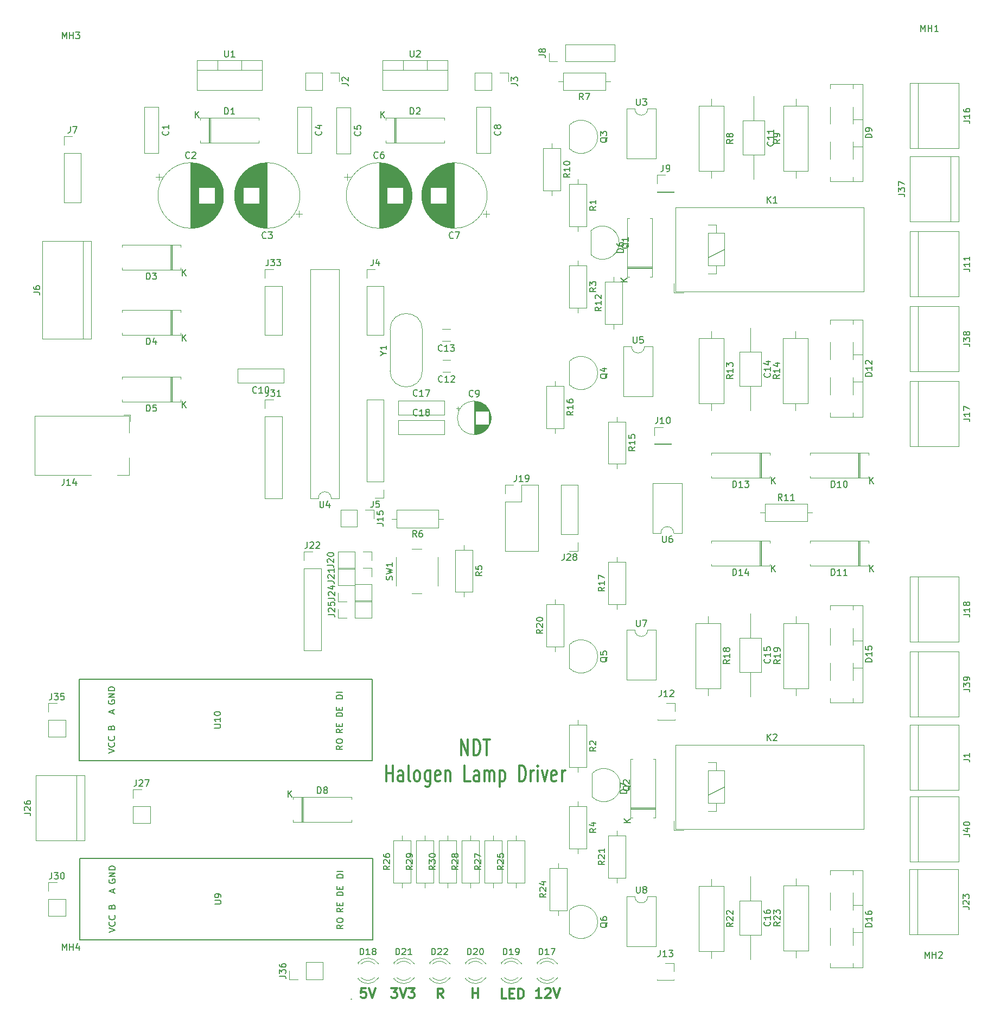
<source format=gto>
G04 #@! TF.GenerationSoftware,KiCad,Pcbnew,(5.0.1)-3*
G04 #@! TF.CreationDate,2018-11-11T16:05:35+05:30*
G04 #@! TF.ProjectId,NDT,4E44542E6B696361645F706362000000,rev?*
G04 #@! TF.SameCoordinates,Original*
G04 #@! TF.FileFunction,Legend,Top*
G04 #@! TF.FilePolarity,Positive*
%FSLAX46Y46*%
G04 Gerber Fmt 4.6, Leading zero omitted, Abs format (unit mm)*
G04 Created by KiCad (PCBNEW (5.0.1)-3) date 11/11/2018 4:05:35 PM*
%MOMM*%
%LPD*%
G01*
G04 APERTURE LIST*
%ADD10C,0.300000*%
%ADD11C,0.200000*%
%ADD12C,0.120000*%
%ADD13C,0.100000*%
%ADD14C,0.150000*%
G04 APERTURE END LIST*
D10*
X86728988Y-167797871D02*
X86728988Y-166297871D01*
X86728988Y-167012157D02*
X87586131Y-167012157D01*
X87586131Y-167797871D02*
X87586131Y-166297871D01*
X82137985Y-167835971D02*
X81637985Y-167121685D01*
X81280842Y-167835971D02*
X81280842Y-166335971D01*
X81852271Y-166335971D01*
X81995128Y-166407400D01*
X82066557Y-166478828D01*
X82137985Y-166621685D01*
X82137985Y-166835971D01*
X82066557Y-166978828D01*
X81995128Y-167050257D01*
X81852271Y-167121685D01*
X81280842Y-167121685D01*
X91984474Y-167886771D02*
X91270188Y-167886771D01*
X91270188Y-166386771D01*
X92484474Y-167101057D02*
X92984474Y-167101057D01*
X93198760Y-167886771D02*
X92484474Y-167886771D01*
X92484474Y-166386771D01*
X93198760Y-166386771D01*
X93841617Y-167886771D02*
X93841617Y-166386771D01*
X94198760Y-166386771D01*
X94413045Y-166458200D01*
X94555902Y-166601057D01*
X94627331Y-166743914D01*
X94698760Y-167029628D01*
X94698760Y-167243914D01*
X94627331Y-167529628D01*
X94555902Y-167672485D01*
X94413045Y-167815342D01*
X94198760Y-167886771D01*
X93841617Y-167886771D01*
X73997417Y-166320731D02*
X74925988Y-166320731D01*
X74425988Y-166892160D01*
X74640274Y-166892160D01*
X74783131Y-166963588D01*
X74854560Y-167035017D01*
X74925988Y-167177874D01*
X74925988Y-167535017D01*
X74854560Y-167677874D01*
X74783131Y-167749302D01*
X74640274Y-167820731D01*
X74211702Y-167820731D01*
X74068845Y-167749302D01*
X73997417Y-167677874D01*
X75354560Y-166320731D02*
X75854560Y-167820731D01*
X76354560Y-166320731D01*
X76711702Y-166320731D02*
X77640274Y-166320731D01*
X77140274Y-166892160D01*
X77354560Y-166892160D01*
X77497417Y-166963588D01*
X77568845Y-167035017D01*
X77640274Y-167177874D01*
X77640274Y-167535017D01*
X77568845Y-167677874D01*
X77497417Y-167749302D01*
X77354560Y-167820731D01*
X76925988Y-167820731D01*
X76783131Y-167749302D01*
X76711702Y-167677874D01*
X70054505Y-166292791D02*
X69340220Y-166292791D01*
X69268791Y-167007077D01*
X69340220Y-166935648D01*
X69483077Y-166864220D01*
X69840220Y-166864220D01*
X69983077Y-166935648D01*
X70054505Y-167007077D01*
X70125934Y-167149934D01*
X70125934Y-167507077D01*
X70054505Y-167649934D01*
X69983077Y-167721362D01*
X69840220Y-167792791D01*
X69483077Y-167792791D01*
X69340220Y-167721362D01*
X69268791Y-167649934D01*
X70554505Y-166292791D02*
X71054505Y-167792791D01*
X71554505Y-166292791D01*
D11*
X67772280Y-167947340D02*
X67792600Y-167970200D01*
D10*
X97491348Y-167790251D02*
X96634205Y-167790251D01*
X97062777Y-167790251D02*
X97062777Y-166290251D01*
X96919920Y-166504537D01*
X96777062Y-166647394D01*
X96634205Y-166718822D01*
X98062777Y-166433108D02*
X98134205Y-166361680D01*
X98277062Y-166290251D01*
X98634205Y-166290251D01*
X98777062Y-166361680D01*
X98848491Y-166433108D01*
X98919920Y-166575965D01*
X98919920Y-166718822D01*
X98848491Y-166933108D01*
X97991348Y-167790251D01*
X98919920Y-167790251D01*
X99348491Y-166290251D02*
X99848491Y-167790251D01*
X100348491Y-166290251D01*
X84950880Y-129984532D02*
X84950880Y-127484532D01*
X85979451Y-129984532D01*
X85979451Y-127484532D01*
X86836594Y-129984532D02*
X86836594Y-127484532D01*
X87265165Y-127484532D01*
X87522308Y-127603580D01*
X87693737Y-127841675D01*
X87779451Y-128079770D01*
X87865165Y-128555960D01*
X87865165Y-128913103D01*
X87779451Y-129389294D01*
X87693737Y-129627389D01*
X87522308Y-129865484D01*
X87265165Y-129984532D01*
X86836594Y-129984532D01*
X88379451Y-127484532D02*
X89408022Y-127484532D01*
X88893737Y-129984532D02*
X88893737Y-127484532D01*
X73208022Y-134034532D02*
X73208022Y-131534532D01*
X73208022Y-132725008D02*
X74236594Y-132725008D01*
X74236594Y-134034532D02*
X74236594Y-131534532D01*
X75865165Y-134034532D02*
X75865165Y-132725008D01*
X75779451Y-132486913D01*
X75608022Y-132367865D01*
X75265165Y-132367865D01*
X75093737Y-132486913D01*
X75865165Y-133915484D02*
X75693737Y-134034532D01*
X75265165Y-134034532D01*
X75093737Y-133915484D01*
X75008022Y-133677389D01*
X75008022Y-133439294D01*
X75093737Y-133201199D01*
X75265165Y-133082151D01*
X75693737Y-133082151D01*
X75865165Y-132963103D01*
X76979451Y-134034532D02*
X76808022Y-133915484D01*
X76722308Y-133677389D01*
X76722308Y-131534532D01*
X77922308Y-134034532D02*
X77750880Y-133915484D01*
X77665165Y-133796437D01*
X77579451Y-133558341D01*
X77579451Y-132844056D01*
X77665165Y-132605960D01*
X77750880Y-132486913D01*
X77922308Y-132367865D01*
X78179451Y-132367865D01*
X78350880Y-132486913D01*
X78436594Y-132605960D01*
X78522308Y-132844056D01*
X78522308Y-133558341D01*
X78436594Y-133796437D01*
X78350880Y-133915484D01*
X78179451Y-134034532D01*
X77922308Y-134034532D01*
X80065165Y-132367865D02*
X80065165Y-134391675D01*
X79979451Y-134629770D01*
X79893737Y-134748818D01*
X79722308Y-134867865D01*
X79465165Y-134867865D01*
X79293737Y-134748818D01*
X80065165Y-133915484D02*
X79893737Y-134034532D01*
X79550880Y-134034532D01*
X79379451Y-133915484D01*
X79293737Y-133796437D01*
X79208022Y-133558341D01*
X79208022Y-132844056D01*
X79293737Y-132605960D01*
X79379451Y-132486913D01*
X79550880Y-132367865D01*
X79893737Y-132367865D01*
X80065165Y-132486913D01*
X81608022Y-133915484D02*
X81436594Y-134034532D01*
X81093737Y-134034532D01*
X80922308Y-133915484D01*
X80836594Y-133677389D01*
X80836594Y-132725008D01*
X80922308Y-132486913D01*
X81093737Y-132367865D01*
X81436594Y-132367865D01*
X81608022Y-132486913D01*
X81693737Y-132725008D01*
X81693737Y-132963103D01*
X80836594Y-133201199D01*
X82465165Y-132367865D02*
X82465165Y-134034532D01*
X82465165Y-132605960D02*
X82550880Y-132486913D01*
X82722308Y-132367865D01*
X82979451Y-132367865D01*
X83150880Y-132486913D01*
X83236594Y-132725008D01*
X83236594Y-134034532D01*
X86322308Y-134034532D02*
X85465165Y-134034532D01*
X85465165Y-131534532D01*
X87693737Y-134034532D02*
X87693737Y-132725008D01*
X87608022Y-132486913D01*
X87436594Y-132367865D01*
X87093737Y-132367865D01*
X86922308Y-132486913D01*
X87693737Y-133915484D02*
X87522308Y-134034532D01*
X87093737Y-134034532D01*
X86922308Y-133915484D01*
X86836594Y-133677389D01*
X86836594Y-133439294D01*
X86922308Y-133201199D01*
X87093737Y-133082151D01*
X87522308Y-133082151D01*
X87693737Y-132963103D01*
X88550880Y-134034532D02*
X88550880Y-132367865D01*
X88550880Y-132605960D02*
X88636594Y-132486913D01*
X88808022Y-132367865D01*
X89065165Y-132367865D01*
X89236594Y-132486913D01*
X89322308Y-132725008D01*
X89322308Y-134034532D01*
X89322308Y-132725008D02*
X89408022Y-132486913D01*
X89579451Y-132367865D01*
X89836594Y-132367865D01*
X90008022Y-132486913D01*
X90093737Y-132725008D01*
X90093737Y-134034532D01*
X90950880Y-132367865D02*
X90950880Y-134867865D01*
X90950880Y-132486913D02*
X91122308Y-132367865D01*
X91465165Y-132367865D01*
X91636594Y-132486913D01*
X91722308Y-132605960D01*
X91808022Y-132844056D01*
X91808022Y-133558341D01*
X91722308Y-133796437D01*
X91636594Y-133915484D01*
X91465165Y-134034532D01*
X91122308Y-134034532D01*
X90950880Y-133915484D01*
X93950880Y-134034532D02*
X93950880Y-131534532D01*
X94379451Y-131534532D01*
X94636594Y-131653580D01*
X94808022Y-131891675D01*
X94893737Y-132129770D01*
X94979451Y-132605960D01*
X94979451Y-132963103D01*
X94893737Y-133439294D01*
X94808022Y-133677389D01*
X94636594Y-133915484D01*
X94379451Y-134034532D01*
X93950880Y-134034532D01*
X95750880Y-134034532D02*
X95750880Y-132367865D01*
X95750880Y-132844056D02*
X95836594Y-132605960D01*
X95922308Y-132486913D01*
X96093737Y-132367865D01*
X96265165Y-132367865D01*
X96865165Y-134034532D02*
X96865165Y-132367865D01*
X96865165Y-131534532D02*
X96779451Y-131653580D01*
X96865165Y-131772627D01*
X96950880Y-131653580D01*
X96865165Y-131534532D01*
X96865165Y-131772627D01*
X97550880Y-132367865D02*
X97979451Y-134034532D01*
X98408022Y-132367865D01*
X99779451Y-133915484D02*
X99608022Y-134034532D01*
X99265165Y-134034532D01*
X99093737Y-133915484D01*
X99008022Y-133677389D01*
X99008022Y-132725008D01*
X99093737Y-132486913D01*
X99265165Y-132367865D01*
X99608022Y-132367865D01*
X99779451Y-132486913D01*
X99865165Y-132725008D01*
X99865165Y-132963103D01*
X99008022Y-133201199D01*
X100636594Y-134034532D02*
X100636594Y-132367865D01*
X100636594Y-132844056D02*
X100722308Y-132605960D01*
X100808022Y-132486913D01*
X100979451Y-132367865D01*
X101150880Y-132367865D01*
D12*
G04 #@! TO.C,J20*
X65726000Y-98238000D02*
X65726000Y-100898000D01*
X68326000Y-98238000D02*
X65726000Y-98238000D01*
X68326000Y-100898000D02*
X65726000Y-100898000D01*
X68326000Y-98238000D02*
X68326000Y-100898000D01*
X69596000Y-98238000D02*
X70926000Y-98238000D01*
X70926000Y-98238000D02*
X70926000Y-99568000D01*
G04 #@! TO.C,R4*
X104494000Y-137954000D02*
X101754000Y-137954000D01*
X101754000Y-137954000D02*
X101754000Y-144494000D01*
X101754000Y-144494000D02*
X104494000Y-144494000D01*
X104494000Y-144494000D02*
X104494000Y-137954000D01*
X103124000Y-137184000D02*
X103124000Y-137954000D01*
X103124000Y-145264000D02*
X103124000Y-144494000D01*
G04 #@! TO.C,R15*
X110590000Y-77946500D02*
X107850000Y-77946500D01*
X107850000Y-77946500D02*
X107850000Y-84486500D01*
X107850000Y-84486500D02*
X110590000Y-84486500D01*
X110590000Y-84486500D02*
X110590000Y-77946500D01*
X109220000Y-77176500D02*
X109220000Y-77946500D01*
X109220000Y-85256500D02*
X109220000Y-84486500D01*
G04 #@! TO.C,R3*
X104494000Y-53626000D02*
X101754000Y-53626000D01*
X101754000Y-53626000D02*
X101754000Y-60166000D01*
X101754000Y-60166000D02*
X104494000Y-60166000D01*
X104494000Y-60166000D02*
X104494000Y-53626000D01*
X103124000Y-52856000D02*
X103124000Y-53626000D01*
X103124000Y-60936000D02*
X103124000Y-60166000D01*
D13*
G04 #@! TO.C,K2*
X123444000Y-136144000D02*
X125984000Y-134874000D01*
D12*
X118354000Y-141484000D02*
X147754000Y-141484000D01*
X147754000Y-141484000D02*
X147754000Y-128384000D01*
X147754000Y-128384000D02*
X118354000Y-128384000D01*
X118354000Y-128384000D02*
X118354000Y-141484000D01*
X123444000Y-137414000D02*
X124714000Y-137414000D01*
X123444000Y-132334000D02*
X123444000Y-137414000D01*
X125984000Y-132334000D02*
X123444000Y-132334000D01*
X125984000Y-137414000D02*
X125984000Y-132334000D01*
X124714000Y-137414000D02*
X125984000Y-137414000D01*
X124714000Y-138684000D02*
X124714000Y-137414000D01*
X123444000Y-138684000D02*
X124714000Y-138684000D01*
X124714000Y-131064000D02*
X123444000Y-131064000D01*
X124714000Y-132334000D02*
X124714000Y-131064000D01*
X118154000Y-140184000D02*
X118154000Y-141684000D01*
X118154000Y-141684000D02*
X119654000Y-141684000D01*
G04 #@! TO.C,R23*
X135240000Y-160416400D02*
X139080000Y-160416400D01*
X139080000Y-160416400D02*
X139080000Y-150276400D01*
X139080000Y-150276400D02*
X135240000Y-150276400D01*
X135240000Y-150276400D02*
X135240000Y-160416400D01*
X137160000Y-161526400D02*
X137160000Y-160416400D01*
X137160000Y-149166400D02*
X137160000Y-150276400D01*
G04 #@! TO.C,J11*
X156210000Y-58420000D02*
X156210000Y-48260000D01*
X154940000Y-58420000D02*
X162560000Y-58420000D01*
X162560000Y-58420000D02*
X162560000Y-48260000D01*
X162560000Y-48260000D02*
X154940000Y-48260000D01*
X154940000Y-48260000D02*
X154940000Y-58420000D01*
G04 #@! TO.C,C1*
X37696000Y-36092000D02*
X35456000Y-36092000D01*
X37696000Y-28852000D02*
X35456000Y-28852000D01*
X35456000Y-28852000D02*
X35456000Y-36092000D01*
X37696000Y-28852000D02*
X37696000Y-36092000D01*
G04 #@! TO.C,C2*
X47832000Y-42672000D02*
G75*
G03X47832000Y-42672000I-5120000J0D01*
G01*
X42712000Y-37592000D02*
X42712000Y-47752000D01*
X42752000Y-37592000D02*
X42752000Y-47752000D01*
X42792000Y-37592000D02*
X42792000Y-47752000D01*
X42832000Y-37593000D02*
X42832000Y-47751000D01*
X42872000Y-37594000D02*
X42872000Y-47750000D01*
X42912000Y-37595000D02*
X42912000Y-47749000D01*
X42952000Y-37597000D02*
X42952000Y-47747000D01*
X42992000Y-37599000D02*
X42992000Y-47745000D01*
X43032000Y-37602000D02*
X43032000Y-47742000D01*
X43072000Y-37604000D02*
X43072000Y-47740000D01*
X43112000Y-37607000D02*
X43112000Y-47737000D01*
X43152000Y-37610000D02*
X43152000Y-47734000D01*
X43192000Y-37614000D02*
X43192000Y-47730000D01*
X43232000Y-37618000D02*
X43232000Y-47726000D01*
X43272000Y-37622000D02*
X43272000Y-47722000D01*
X43312000Y-37627000D02*
X43312000Y-47717000D01*
X43352000Y-37632000D02*
X43352000Y-47712000D01*
X43392000Y-37637000D02*
X43392000Y-47707000D01*
X43433000Y-37642000D02*
X43433000Y-47702000D01*
X43473000Y-37648000D02*
X43473000Y-47696000D01*
X43513000Y-37654000D02*
X43513000Y-47690000D01*
X43553000Y-37661000D02*
X43553000Y-47683000D01*
X43593000Y-37668000D02*
X43593000Y-47676000D01*
X43633000Y-37675000D02*
X43633000Y-47669000D01*
X43673000Y-37682000D02*
X43673000Y-47662000D01*
X43713000Y-37690000D02*
X43713000Y-47654000D01*
X43753000Y-37698000D02*
X43753000Y-47646000D01*
X43793000Y-37707000D02*
X43793000Y-47637000D01*
X43833000Y-37716000D02*
X43833000Y-47628000D01*
X43873000Y-37725000D02*
X43873000Y-47619000D01*
X43913000Y-37734000D02*
X43913000Y-47610000D01*
X43953000Y-37744000D02*
X43953000Y-47600000D01*
X43993000Y-37754000D02*
X43993000Y-41431000D01*
X43993000Y-43913000D02*
X43993000Y-47590000D01*
X44033000Y-37765000D02*
X44033000Y-41431000D01*
X44033000Y-43913000D02*
X44033000Y-47579000D01*
X44073000Y-37775000D02*
X44073000Y-41431000D01*
X44073000Y-43913000D02*
X44073000Y-47569000D01*
X44113000Y-37787000D02*
X44113000Y-41431000D01*
X44113000Y-43913000D02*
X44113000Y-47557000D01*
X44153000Y-37798000D02*
X44153000Y-41431000D01*
X44153000Y-43913000D02*
X44153000Y-47546000D01*
X44193000Y-37810000D02*
X44193000Y-41431000D01*
X44193000Y-43913000D02*
X44193000Y-47534000D01*
X44233000Y-37822000D02*
X44233000Y-41431000D01*
X44233000Y-43913000D02*
X44233000Y-47522000D01*
X44273000Y-37835000D02*
X44273000Y-41431000D01*
X44273000Y-43913000D02*
X44273000Y-47509000D01*
X44313000Y-37848000D02*
X44313000Y-41431000D01*
X44313000Y-43913000D02*
X44313000Y-47496000D01*
X44353000Y-37861000D02*
X44353000Y-41431000D01*
X44353000Y-43913000D02*
X44353000Y-47483000D01*
X44393000Y-37875000D02*
X44393000Y-41431000D01*
X44393000Y-43913000D02*
X44393000Y-47469000D01*
X44433000Y-37889000D02*
X44433000Y-41431000D01*
X44433000Y-43913000D02*
X44433000Y-47455000D01*
X44473000Y-37904000D02*
X44473000Y-41431000D01*
X44473000Y-43913000D02*
X44473000Y-47440000D01*
X44513000Y-37918000D02*
X44513000Y-41431000D01*
X44513000Y-43913000D02*
X44513000Y-47426000D01*
X44553000Y-37934000D02*
X44553000Y-41431000D01*
X44553000Y-43913000D02*
X44553000Y-47410000D01*
X44593000Y-37949000D02*
X44593000Y-41431000D01*
X44593000Y-43913000D02*
X44593000Y-47395000D01*
X44633000Y-37965000D02*
X44633000Y-41431000D01*
X44633000Y-43913000D02*
X44633000Y-47379000D01*
X44673000Y-37982000D02*
X44673000Y-41431000D01*
X44673000Y-43913000D02*
X44673000Y-47362000D01*
X44713000Y-37998000D02*
X44713000Y-41431000D01*
X44713000Y-43913000D02*
X44713000Y-47346000D01*
X44753000Y-38015000D02*
X44753000Y-41431000D01*
X44753000Y-43913000D02*
X44753000Y-47329000D01*
X44793000Y-38033000D02*
X44793000Y-41431000D01*
X44793000Y-43913000D02*
X44793000Y-47311000D01*
X44833000Y-38051000D02*
X44833000Y-41431000D01*
X44833000Y-43913000D02*
X44833000Y-47293000D01*
X44873000Y-38069000D02*
X44873000Y-41431000D01*
X44873000Y-43913000D02*
X44873000Y-47275000D01*
X44913000Y-38088000D02*
X44913000Y-41431000D01*
X44913000Y-43913000D02*
X44913000Y-47256000D01*
X44953000Y-38108000D02*
X44953000Y-41431000D01*
X44953000Y-43913000D02*
X44953000Y-47236000D01*
X44993000Y-38127000D02*
X44993000Y-41431000D01*
X44993000Y-43913000D02*
X44993000Y-47217000D01*
X45033000Y-38147000D02*
X45033000Y-41431000D01*
X45033000Y-43913000D02*
X45033000Y-47197000D01*
X45073000Y-38168000D02*
X45073000Y-41431000D01*
X45073000Y-43913000D02*
X45073000Y-47176000D01*
X45113000Y-38189000D02*
X45113000Y-41431000D01*
X45113000Y-43913000D02*
X45113000Y-47155000D01*
X45153000Y-38210000D02*
X45153000Y-41431000D01*
X45153000Y-43913000D02*
X45153000Y-47134000D01*
X45193000Y-38232000D02*
X45193000Y-41431000D01*
X45193000Y-43913000D02*
X45193000Y-47112000D01*
X45233000Y-38255000D02*
X45233000Y-41431000D01*
X45233000Y-43913000D02*
X45233000Y-47089000D01*
X45273000Y-38277000D02*
X45273000Y-41431000D01*
X45273000Y-43913000D02*
X45273000Y-47067000D01*
X45313000Y-38301000D02*
X45313000Y-41431000D01*
X45313000Y-43913000D02*
X45313000Y-47043000D01*
X45353000Y-38325000D02*
X45353000Y-41431000D01*
X45353000Y-43913000D02*
X45353000Y-47019000D01*
X45393000Y-38349000D02*
X45393000Y-41431000D01*
X45393000Y-43913000D02*
X45393000Y-46995000D01*
X45433000Y-38374000D02*
X45433000Y-41431000D01*
X45433000Y-43913000D02*
X45433000Y-46970000D01*
X45473000Y-38399000D02*
X45473000Y-41431000D01*
X45473000Y-43913000D02*
X45473000Y-46945000D01*
X45513000Y-38425000D02*
X45513000Y-41431000D01*
X45513000Y-43913000D02*
X45513000Y-46919000D01*
X45553000Y-38451000D02*
X45553000Y-41431000D01*
X45553000Y-43913000D02*
X45553000Y-46893000D01*
X45593000Y-38478000D02*
X45593000Y-41431000D01*
X45593000Y-43913000D02*
X45593000Y-46866000D01*
X45633000Y-38506000D02*
X45633000Y-41431000D01*
X45633000Y-43913000D02*
X45633000Y-46838000D01*
X45673000Y-38534000D02*
X45673000Y-41431000D01*
X45673000Y-43913000D02*
X45673000Y-46810000D01*
X45713000Y-38562000D02*
X45713000Y-41431000D01*
X45713000Y-43913000D02*
X45713000Y-46782000D01*
X45753000Y-38592000D02*
X45753000Y-41431000D01*
X45753000Y-43913000D02*
X45753000Y-46752000D01*
X45793000Y-38622000D02*
X45793000Y-41431000D01*
X45793000Y-43913000D02*
X45793000Y-46722000D01*
X45833000Y-38652000D02*
X45833000Y-41431000D01*
X45833000Y-43913000D02*
X45833000Y-46692000D01*
X45873000Y-38683000D02*
X45873000Y-41431000D01*
X45873000Y-43913000D02*
X45873000Y-46661000D01*
X45913000Y-38715000D02*
X45913000Y-41431000D01*
X45913000Y-43913000D02*
X45913000Y-46629000D01*
X45953000Y-38747000D02*
X45953000Y-41431000D01*
X45953000Y-43913000D02*
X45953000Y-46597000D01*
X45993000Y-38780000D02*
X45993000Y-41431000D01*
X45993000Y-43913000D02*
X45993000Y-46564000D01*
X46033000Y-38814000D02*
X46033000Y-41431000D01*
X46033000Y-43913000D02*
X46033000Y-46530000D01*
X46073000Y-38848000D02*
X46073000Y-41431000D01*
X46073000Y-43913000D02*
X46073000Y-46496000D01*
X46113000Y-38883000D02*
X46113000Y-41431000D01*
X46113000Y-43913000D02*
X46113000Y-46461000D01*
X46153000Y-38919000D02*
X46153000Y-41431000D01*
X46153000Y-43913000D02*
X46153000Y-46425000D01*
X46193000Y-38956000D02*
X46193000Y-41431000D01*
X46193000Y-43913000D02*
X46193000Y-46388000D01*
X46233000Y-38993000D02*
X46233000Y-41431000D01*
X46233000Y-43913000D02*
X46233000Y-46351000D01*
X46273000Y-39032000D02*
X46273000Y-41431000D01*
X46273000Y-43913000D02*
X46273000Y-46312000D01*
X46313000Y-39071000D02*
X46313000Y-41431000D01*
X46313000Y-43913000D02*
X46313000Y-46273000D01*
X46353000Y-39111000D02*
X46353000Y-41431000D01*
X46353000Y-43913000D02*
X46353000Y-46233000D01*
X46393000Y-39152000D02*
X46393000Y-41431000D01*
X46393000Y-43913000D02*
X46393000Y-46192000D01*
X46433000Y-39194000D02*
X46433000Y-41431000D01*
X46433000Y-43913000D02*
X46433000Y-46150000D01*
X46473000Y-39236000D02*
X46473000Y-46108000D01*
X46513000Y-39280000D02*
X46513000Y-46064000D01*
X46553000Y-39325000D02*
X46553000Y-46019000D01*
X46593000Y-39371000D02*
X46593000Y-45973000D01*
X46633000Y-39418000D02*
X46633000Y-45926000D01*
X46673000Y-39466000D02*
X46673000Y-45878000D01*
X46713000Y-39516000D02*
X46713000Y-45828000D01*
X46753000Y-39566000D02*
X46753000Y-45778000D01*
X46793000Y-39618000D02*
X46793000Y-45726000D01*
X46833000Y-39672000D02*
X46833000Y-45672000D01*
X46873000Y-39727000D02*
X46873000Y-45617000D01*
X46913000Y-39783000D02*
X46913000Y-45561000D01*
X46953000Y-39842000D02*
X46953000Y-45502000D01*
X46993000Y-39902000D02*
X46993000Y-45442000D01*
X47033000Y-39963000D02*
X47033000Y-45381000D01*
X47073000Y-40027000D02*
X47073000Y-45317000D01*
X47113000Y-40093000D02*
X47113000Y-45251000D01*
X47153000Y-40162000D02*
X47153000Y-45182000D01*
X47193000Y-40233000D02*
X47193000Y-45111000D01*
X47233000Y-40307000D02*
X47233000Y-45037000D01*
X47273000Y-40383000D02*
X47273000Y-44961000D01*
X47313000Y-40463000D02*
X47313000Y-44881000D01*
X47353000Y-40547000D02*
X47353000Y-44797000D01*
X47393000Y-40635000D02*
X47393000Y-44709000D01*
X47433000Y-40728000D02*
X47433000Y-44616000D01*
X47473000Y-40826000D02*
X47473000Y-44518000D01*
X47513000Y-40930000D02*
X47513000Y-44414000D01*
X47553000Y-41042000D02*
X47553000Y-44302000D01*
X47593000Y-41162000D02*
X47593000Y-44182000D01*
X47633000Y-41294000D02*
X47633000Y-44050000D01*
X47673000Y-41442000D02*
X47673000Y-43902000D01*
X47713000Y-41610000D02*
X47713000Y-43734000D01*
X47753000Y-41810000D02*
X47753000Y-43534000D01*
X47793000Y-42073000D02*
X47793000Y-43271000D01*
X37232354Y-39797000D02*
X38232354Y-39797000D01*
X37732354Y-39297000D02*
X37732354Y-40297000D01*
G04 #@! TO.C,C3*
X59629646Y-46047000D02*
X59629646Y-45047000D01*
X60129646Y-45547000D02*
X59129646Y-45547000D01*
X49569000Y-43271000D02*
X49569000Y-42073000D01*
X49609000Y-43534000D02*
X49609000Y-41810000D01*
X49649000Y-43734000D02*
X49649000Y-41610000D01*
X49689000Y-43902000D02*
X49689000Y-41442000D01*
X49729000Y-44050000D02*
X49729000Y-41294000D01*
X49769000Y-44182000D02*
X49769000Y-41162000D01*
X49809000Y-44302000D02*
X49809000Y-41042000D01*
X49849000Y-44414000D02*
X49849000Y-40930000D01*
X49889000Y-44518000D02*
X49889000Y-40826000D01*
X49929000Y-44616000D02*
X49929000Y-40728000D01*
X49969000Y-44709000D02*
X49969000Y-40635000D01*
X50009000Y-44797000D02*
X50009000Y-40547000D01*
X50049000Y-44881000D02*
X50049000Y-40463000D01*
X50089000Y-44961000D02*
X50089000Y-40383000D01*
X50129000Y-45037000D02*
X50129000Y-40307000D01*
X50169000Y-45111000D02*
X50169000Y-40233000D01*
X50209000Y-45182000D02*
X50209000Y-40162000D01*
X50249000Y-45251000D02*
X50249000Y-40093000D01*
X50289000Y-45317000D02*
X50289000Y-40027000D01*
X50329000Y-45381000D02*
X50329000Y-39963000D01*
X50369000Y-45442000D02*
X50369000Y-39902000D01*
X50409000Y-45502000D02*
X50409000Y-39842000D01*
X50449000Y-45561000D02*
X50449000Y-39783000D01*
X50489000Y-45617000D02*
X50489000Y-39727000D01*
X50529000Y-45672000D02*
X50529000Y-39672000D01*
X50569000Y-45726000D02*
X50569000Y-39618000D01*
X50609000Y-45778000D02*
X50609000Y-39566000D01*
X50649000Y-45828000D02*
X50649000Y-39516000D01*
X50689000Y-45878000D02*
X50689000Y-39466000D01*
X50729000Y-45926000D02*
X50729000Y-39418000D01*
X50769000Y-45973000D02*
X50769000Y-39371000D01*
X50809000Y-46019000D02*
X50809000Y-39325000D01*
X50849000Y-46064000D02*
X50849000Y-39280000D01*
X50889000Y-46108000D02*
X50889000Y-39236000D01*
X50929000Y-41431000D02*
X50929000Y-39194000D01*
X50929000Y-46150000D02*
X50929000Y-43913000D01*
X50969000Y-41431000D02*
X50969000Y-39152000D01*
X50969000Y-46192000D02*
X50969000Y-43913000D01*
X51009000Y-41431000D02*
X51009000Y-39111000D01*
X51009000Y-46233000D02*
X51009000Y-43913000D01*
X51049000Y-41431000D02*
X51049000Y-39071000D01*
X51049000Y-46273000D02*
X51049000Y-43913000D01*
X51089000Y-41431000D02*
X51089000Y-39032000D01*
X51089000Y-46312000D02*
X51089000Y-43913000D01*
X51129000Y-41431000D02*
X51129000Y-38993000D01*
X51129000Y-46351000D02*
X51129000Y-43913000D01*
X51169000Y-41431000D02*
X51169000Y-38956000D01*
X51169000Y-46388000D02*
X51169000Y-43913000D01*
X51209000Y-41431000D02*
X51209000Y-38919000D01*
X51209000Y-46425000D02*
X51209000Y-43913000D01*
X51249000Y-41431000D02*
X51249000Y-38883000D01*
X51249000Y-46461000D02*
X51249000Y-43913000D01*
X51289000Y-41431000D02*
X51289000Y-38848000D01*
X51289000Y-46496000D02*
X51289000Y-43913000D01*
X51329000Y-41431000D02*
X51329000Y-38814000D01*
X51329000Y-46530000D02*
X51329000Y-43913000D01*
X51369000Y-41431000D02*
X51369000Y-38780000D01*
X51369000Y-46564000D02*
X51369000Y-43913000D01*
X51409000Y-41431000D02*
X51409000Y-38747000D01*
X51409000Y-46597000D02*
X51409000Y-43913000D01*
X51449000Y-41431000D02*
X51449000Y-38715000D01*
X51449000Y-46629000D02*
X51449000Y-43913000D01*
X51489000Y-41431000D02*
X51489000Y-38683000D01*
X51489000Y-46661000D02*
X51489000Y-43913000D01*
X51529000Y-41431000D02*
X51529000Y-38652000D01*
X51529000Y-46692000D02*
X51529000Y-43913000D01*
X51569000Y-41431000D02*
X51569000Y-38622000D01*
X51569000Y-46722000D02*
X51569000Y-43913000D01*
X51609000Y-41431000D02*
X51609000Y-38592000D01*
X51609000Y-46752000D02*
X51609000Y-43913000D01*
X51649000Y-41431000D02*
X51649000Y-38562000D01*
X51649000Y-46782000D02*
X51649000Y-43913000D01*
X51689000Y-41431000D02*
X51689000Y-38534000D01*
X51689000Y-46810000D02*
X51689000Y-43913000D01*
X51729000Y-41431000D02*
X51729000Y-38506000D01*
X51729000Y-46838000D02*
X51729000Y-43913000D01*
X51769000Y-41431000D02*
X51769000Y-38478000D01*
X51769000Y-46866000D02*
X51769000Y-43913000D01*
X51809000Y-41431000D02*
X51809000Y-38451000D01*
X51809000Y-46893000D02*
X51809000Y-43913000D01*
X51849000Y-41431000D02*
X51849000Y-38425000D01*
X51849000Y-46919000D02*
X51849000Y-43913000D01*
X51889000Y-41431000D02*
X51889000Y-38399000D01*
X51889000Y-46945000D02*
X51889000Y-43913000D01*
X51929000Y-41431000D02*
X51929000Y-38374000D01*
X51929000Y-46970000D02*
X51929000Y-43913000D01*
X51969000Y-41431000D02*
X51969000Y-38349000D01*
X51969000Y-46995000D02*
X51969000Y-43913000D01*
X52009000Y-41431000D02*
X52009000Y-38325000D01*
X52009000Y-47019000D02*
X52009000Y-43913000D01*
X52049000Y-41431000D02*
X52049000Y-38301000D01*
X52049000Y-47043000D02*
X52049000Y-43913000D01*
X52089000Y-41431000D02*
X52089000Y-38277000D01*
X52089000Y-47067000D02*
X52089000Y-43913000D01*
X52129000Y-41431000D02*
X52129000Y-38255000D01*
X52129000Y-47089000D02*
X52129000Y-43913000D01*
X52169000Y-41431000D02*
X52169000Y-38232000D01*
X52169000Y-47112000D02*
X52169000Y-43913000D01*
X52209000Y-41431000D02*
X52209000Y-38210000D01*
X52209000Y-47134000D02*
X52209000Y-43913000D01*
X52249000Y-41431000D02*
X52249000Y-38189000D01*
X52249000Y-47155000D02*
X52249000Y-43913000D01*
X52289000Y-41431000D02*
X52289000Y-38168000D01*
X52289000Y-47176000D02*
X52289000Y-43913000D01*
X52329000Y-41431000D02*
X52329000Y-38147000D01*
X52329000Y-47197000D02*
X52329000Y-43913000D01*
X52369000Y-41431000D02*
X52369000Y-38127000D01*
X52369000Y-47217000D02*
X52369000Y-43913000D01*
X52409000Y-41431000D02*
X52409000Y-38108000D01*
X52409000Y-47236000D02*
X52409000Y-43913000D01*
X52449000Y-41431000D02*
X52449000Y-38088000D01*
X52449000Y-47256000D02*
X52449000Y-43913000D01*
X52489000Y-41431000D02*
X52489000Y-38069000D01*
X52489000Y-47275000D02*
X52489000Y-43913000D01*
X52529000Y-41431000D02*
X52529000Y-38051000D01*
X52529000Y-47293000D02*
X52529000Y-43913000D01*
X52569000Y-41431000D02*
X52569000Y-38033000D01*
X52569000Y-47311000D02*
X52569000Y-43913000D01*
X52609000Y-41431000D02*
X52609000Y-38015000D01*
X52609000Y-47329000D02*
X52609000Y-43913000D01*
X52649000Y-41431000D02*
X52649000Y-37998000D01*
X52649000Y-47346000D02*
X52649000Y-43913000D01*
X52689000Y-41431000D02*
X52689000Y-37982000D01*
X52689000Y-47362000D02*
X52689000Y-43913000D01*
X52729000Y-41431000D02*
X52729000Y-37965000D01*
X52729000Y-47379000D02*
X52729000Y-43913000D01*
X52769000Y-41431000D02*
X52769000Y-37949000D01*
X52769000Y-47395000D02*
X52769000Y-43913000D01*
X52809000Y-41431000D02*
X52809000Y-37934000D01*
X52809000Y-47410000D02*
X52809000Y-43913000D01*
X52849000Y-41431000D02*
X52849000Y-37918000D01*
X52849000Y-47426000D02*
X52849000Y-43913000D01*
X52889000Y-41431000D02*
X52889000Y-37904000D01*
X52889000Y-47440000D02*
X52889000Y-43913000D01*
X52929000Y-41431000D02*
X52929000Y-37889000D01*
X52929000Y-47455000D02*
X52929000Y-43913000D01*
X52969000Y-41431000D02*
X52969000Y-37875000D01*
X52969000Y-47469000D02*
X52969000Y-43913000D01*
X53009000Y-41431000D02*
X53009000Y-37861000D01*
X53009000Y-47483000D02*
X53009000Y-43913000D01*
X53049000Y-41431000D02*
X53049000Y-37848000D01*
X53049000Y-47496000D02*
X53049000Y-43913000D01*
X53089000Y-41431000D02*
X53089000Y-37835000D01*
X53089000Y-47509000D02*
X53089000Y-43913000D01*
X53129000Y-41431000D02*
X53129000Y-37822000D01*
X53129000Y-47522000D02*
X53129000Y-43913000D01*
X53169000Y-41431000D02*
X53169000Y-37810000D01*
X53169000Y-47534000D02*
X53169000Y-43913000D01*
X53209000Y-41431000D02*
X53209000Y-37798000D01*
X53209000Y-47546000D02*
X53209000Y-43913000D01*
X53249000Y-41431000D02*
X53249000Y-37787000D01*
X53249000Y-47557000D02*
X53249000Y-43913000D01*
X53289000Y-41431000D02*
X53289000Y-37775000D01*
X53289000Y-47569000D02*
X53289000Y-43913000D01*
X53329000Y-41431000D02*
X53329000Y-37765000D01*
X53329000Y-47579000D02*
X53329000Y-43913000D01*
X53369000Y-41431000D02*
X53369000Y-37754000D01*
X53369000Y-47590000D02*
X53369000Y-43913000D01*
X53409000Y-47600000D02*
X53409000Y-37744000D01*
X53449000Y-47610000D02*
X53449000Y-37734000D01*
X53489000Y-47619000D02*
X53489000Y-37725000D01*
X53529000Y-47628000D02*
X53529000Y-37716000D01*
X53569000Y-47637000D02*
X53569000Y-37707000D01*
X53609000Y-47646000D02*
X53609000Y-37698000D01*
X53649000Y-47654000D02*
X53649000Y-37690000D01*
X53689000Y-47662000D02*
X53689000Y-37682000D01*
X53729000Y-47669000D02*
X53729000Y-37675000D01*
X53769000Y-47676000D02*
X53769000Y-37668000D01*
X53809000Y-47683000D02*
X53809000Y-37661000D01*
X53849000Y-47690000D02*
X53849000Y-37654000D01*
X53889000Y-47696000D02*
X53889000Y-37648000D01*
X53929000Y-47702000D02*
X53929000Y-37642000D01*
X53970000Y-47707000D02*
X53970000Y-37637000D01*
X54010000Y-47712000D02*
X54010000Y-37632000D01*
X54050000Y-47717000D02*
X54050000Y-37627000D01*
X54090000Y-47722000D02*
X54090000Y-37622000D01*
X54130000Y-47726000D02*
X54130000Y-37618000D01*
X54170000Y-47730000D02*
X54170000Y-37614000D01*
X54210000Y-47734000D02*
X54210000Y-37610000D01*
X54250000Y-47737000D02*
X54250000Y-37607000D01*
X54290000Y-47740000D02*
X54290000Y-37604000D01*
X54330000Y-47742000D02*
X54330000Y-37602000D01*
X54370000Y-47745000D02*
X54370000Y-37599000D01*
X54410000Y-47747000D02*
X54410000Y-37597000D01*
X54450000Y-47749000D02*
X54450000Y-37595000D01*
X54490000Y-47750000D02*
X54490000Y-37594000D01*
X54530000Y-47751000D02*
X54530000Y-37593000D01*
X54570000Y-47752000D02*
X54570000Y-37592000D01*
X54610000Y-47752000D02*
X54610000Y-37592000D01*
X54650000Y-47752000D02*
X54650000Y-37592000D01*
X59770000Y-42672000D02*
G75*
G03X59770000Y-42672000I-5120000J0D01*
G01*
G04 #@! TO.C,C4*
X61572000Y-36092000D02*
X59332000Y-36092000D01*
X61572000Y-28852000D02*
X59332000Y-28852000D01*
X59332000Y-28852000D02*
X59332000Y-36092000D01*
X61572000Y-28852000D02*
X61572000Y-36092000D01*
G04 #@! TO.C,C5*
X67668000Y-28932000D02*
X67668000Y-36172000D01*
X65428000Y-28932000D02*
X65428000Y-36172000D01*
X67668000Y-28932000D02*
X65428000Y-28932000D01*
X67668000Y-36172000D02*
X65428000Y-36172000D01*
G04 #@! TO.C,C6*
X77216000Y-42672000D02*
G75*
G03X77216000Y-42672000I-5120000J0D01*
G01*
X72096000Y-37592000D02*
X72096000Y-47752000D01*
X72136000Y-37592000D02*
X72136000Y-47752000D01*
X72176000Y-37592000D02*
X72176000Y-47752000D01*
X72216000Y-37593000D02*
X72216000Y-47751000D01*
X72256000Y-37594000D02*
X72256000Y-47750000D01*
X72296000Y-37595000D02*
X72296000Y-47749000D01*
X72336000Y-37597000D02*
X72336000Y-47747000D01*
X72376000Y-37599000D02*
X72376000Y-47745000D01*
X72416000Y-37602000D02*
X72416000Y-47742000D01*
X72456000Y-37604000D02*
X72456000Y-47740000D01*
X72496000Y-37607000D02*
X72496000Y-47737000D01*
X72536000Y-37610000D02*
X72536000Y-47734000D01*
X72576000Y-37614000D02*
X72576000Y-47730000D01*
X72616000Y-37618000D02*
X72616000Y-47726000D01*
X72656000Y-37622000D02*
X72656000Y-47722000D01*
X72696000Y-37627000D02*
X72696000Y-47717000D01*
X72736000Y-37632000D02*
X72736000Y-47712000D01*
X72776000Y-37637000D02*
X72776000Y-47707000D01*
X72817000Y-37642000D02*
X72817000Y-47702000D01*
X72857000Y-37648000D02*
X72857000Y-47696000D01*
X72897000Y-37654000D02*
X72897000Y-47690000D01*
X72937000Y-37661000D02*
X72937000Y-47683000D01*
X72977000Y-37668000D02*
X72977000Y-47676000D01*
X73017000Y-37675000D02*
X73017000Y-47669000D01*
X73057000Y-37682000D02*
X73057000Y-47662000D01*
X73097000Y-37690000D02*
X73097000Y-47654000D01*
X73137000Y-37698000D02*
X73137000Y-47646000D01*
X73177000Y-37707000D02*
X73177000Y-47637000D01*
X73217000Y-37716000D02*
X73217000Y-47628000D01*
X73257000Y-37725000D02*
X73257000Y-47619000D01*
X73297000Y-37734000D02*
X73297000Y-47610000D01*
X73337000Y-37744000D02*
X73337000Y-47600000D01*
X73377000Y-37754000D02*
X73377000Y-41431000D01*
X73377000Y-43913000D02*
X73377000Y-47590000D01*
X73417000Y-37765000D02*
X73417000Y-41431000D01*
X73417000Y-43913000D02*
X73417000Y-47579000D01*
X73457000Y-37775000D02*
X73457000Y-41431000D01*
X73457000Y-43913000D02*
X73457000Y-47569000D01*
X73497000Y-37787000D02*
X73497000Y-41431000D01*
X73497000Y-43913000D02*
X73497000Y-47557000D01*
X73537000Y-37798000D02*
X73537000Y-41431000D01*
X73537000Y-43913000D02*
X73537000Y-47546000D01*
X73577000Y-37810000D02*
X73577000Y-41431000D01*
X73577000Y-43913000D02*
X73577000Y-47534000D01*
X73617000Y-37822000D02*
X73617000Y-41431000D01*
X73617000Y-43913000D02*
X73617000Y-47522000D01*
X73657000Y-37835000D02*
X73657000Y-41431000D01*
X73657000Y-43913000D02*
X73657000Y-47509000D01*
X73697000Y-37848000D02*
X73697000Y-41431000D01*
X73697000Y-43913000D02*
X73697000Y-47496000D01*
X73737000Y-37861000D02*
X73737000Y-41431000D01*
X73737000Y-43913000D02*
X73737000Y-47483000D01*
X73777000Y-37875000D02*
X73777000Y-41431000D01*
X73777000Y-43913000D02*
X73777000Y-47469000D01*
X73817000Y-37889000D02*
X73817000Y-41431000D01*
X73817000Y-43913000D02*
X73817000Y-47455000D01*
X73857000Y-37904000D02*
X73857000Y-41431000D01*
X73857000Y-43913000D02*
X73857000Y-47440000D01*
X73897000Y-37918000D02*
X73897000Y-41431000D01*
X73897000Y-43913000D02*
X73897000Y-47426000D01*
X73937000Y-37934000D02*
X73937000Y-41431000D01*
X73937000Y-43913000D02*
X73937000Y-47410000D01*
X73977000Y-37949000D02*
X73977000Y-41431000D01*
X73977000Y-43913000D02*
X73977000Y-47395000D01*
X74017000Y-37965000D02*
X74017000Y-41431000D01*
X74017000Y-43913000D02*
X74017000Y-47379000D01*
X74057000Y-37982000D02*
X74057000Y-41431000D01*
X74057000Y-43913000D02*
X74057000Y-47362000D01*
X74097000Y-37998000D02*
X74097000Y-41431000D01*
X74097000Y-43913000D02*
X74097000Y-47346000D01*
X74137000Y-38015000D02*
X74137000Y-41431000D01*
X74137000Y-43913000D02*
X74137000Y-47329000D01*
X74177000Y-38033000D02*
X74177000Y-41431000D01*
X74177000Y-43913000D02*
X74177000Y-47311000D01*
X74217000Y-38051000D02*
X74217000Y-41431000D01*
X74217000Y-43913000D02*
X74217000Y-47293000D01*
X74257000Y-38069000D02*
X74257000Y-41431000D01*
X74257000Y-43913000D02*
X74257000Y-47275000D01*
X74297000Y-38088000D02*
X74297000Y-41431000D01*
X74297000Y-43913000D02*
X74297000Y-47256000D01*
X74337000Y-38108000D02*
X74337000Y-41431000D01*
X74337000Y-43913000D02*
X74337000Y-47236000D01*
X74377000Y-38127000D02*
X74377000Y-41431000D01*
X74377000Y-43913000D02*
X74377000Y-47217000D01*
X74417000Y-38147000D02*
X74417000Y-41431000D01*
X74417000Y-43913000D02*
X74417000Y-47197000D01*
X74457000Y-38168000D02*
X74457000Y-41431000D01*
X74457000Y-43913000D02*
X74457000Y-47176000D01*
X74497000Y-38189000D02*
X74497000Y-41431000D01*
X74497000Y-43913000D02*
X74497000Y-47155000D01*
X74537000Y-38210000D02*
X74537000Y-41431000D01*
X74537000Y-43913000D02*
X74537000Y-47134000D01*
X74577000Y-38232000D02*
X74577000Y-41431000D01*
X74577000Y-43913000D02*
X74577000Y-47112000D01*
X74617000Y-38255000D02*
X74617000Y-41431000D01*
X74617000Y-43913000D02*
X74617000Y-47089000D01*
X74657000Y-38277000D02*
X74657000Y-41431000D01*
X74657000Y-43913000D02*
X74657000Y-47067000D01*
X74697000Y-38301000D02*
X74697000Y-41431000D01*
X74697000Y-43913000D02*
X74697000Y-47043000D01*
X74737000Y-38325000D02*
X74737000Y-41431000D01*
X74737000Y-43913000D02*
X74737000Y-47019000D01*
X74777000Y-38349000D02*
X74777000Y-41431000D01*
X74777000Y-43913000D02*
X74777000Y-46995000D01*
X74817000Y-38374000D02*
X74817000Y-41431000D01*
X74817000Y-43913000D02*
X74817000Y-46970000D01*
X74857000Y-38399000D02*
X74857000Y-41431000D01*
X74857000Y-43913000D02*
X74857000Y-46945000D01*
X74897000Y-38425000D02*
X74897000Y-41431000D01*
X74897000Y-43913000D02*
X74897000Y-46919000D01*
X74937000Y-38451000D02*
X74937000Y-41431000D01*
X74937000Y-43913000D02*
X74937000Y-46893000D01*
X74977000Y-38478000D02*
X74977000Y-41431000D01*
X74977000Y-43913000D02*
X74977000Y-46866000D01*
X75017000Y-38506000D02*
X75017000Y-41431000D01*
X75017000Y-43913000D02*
X75017000Y-46838000D01*
X75057000Y-38534000D02*
X75057000Y-41431000D01*
X75057000Y-43913000D02*
X75057000Y-46810000D01*
X75097000Y-38562000D02*
X75097000Y-41431000D01*
X75097000Y-43913000D02*
X75097000Y-46782000D01*
X75137000Y-38592000D02*
X75137000Y-41431000D01*
X75137000Y-43913000D02*
X75137000Y-46752000D01*
X75177000Y-38622000D02*
X75177000Y-41431000D01*
X75177000Y-43913000D02*
X75177000Y-46722000D01*
X75217000Y-38652000D02*
X75217000Y-41431000D01*
X75217000Y-43913000D02*
X75217000Y-46692000D01*
X75257000Y-38683000D02*
X75257000Y-41431000D01*
X75257000Y-43913000D02*
X75257000Y-46661000D01*
X75297000Y-38715000D02*
X75297000Y-41431000D01*
X75297000Y-43913000D02*
X75297000Y-46629000D01*
X75337000Y-38747000D02*
X75337000Y-41431000D01*
X75337000Y-43913000D02*
X75337000Y-46597000D01*
X75377000Y-38780000D02*
X75377000Y-41431000D01*
X75377000Y-43913000D02*
X75377000Y-46564000D01*
X75417000Y-38814000D02*
X75417000Y-41431000D01*
X75417000Y-43913000D02*
X75417000Y-46530000D01*
X75457000Y-38848000D02*
X75457000Y-41431000D01*
X75457000Y-43913000D02*
X75457000Y-46496000D01*
X75497000Y-38883000D02*
X75497000Y-41431000D01*
X75497000Y-43913000D02*
X75497000Y-46461000D01*
X75537000Y-38919000D02*
X75537000Y-41431000D01*
X75537000Y-43913000D02*
X75537000Y-46425000D01*
X75577000Y-38956000D02*
X75577000Y-41431000D01*
X75577000Y-43913000D02*
X75577000Y-46388000D01*
X75617000Y-38993000D02*
X75617000Y-41431000D01*
X75617000Y-43913000D02*
X75617000Y-46351000D01*
X75657000Y-39032000D02*
X75657000Y-41431000D01*
X75657000Y-43913000D02*
X75657000Y-46312000D01*
X75697000Y-39071000D02*
X75697000Y-41431000D01*
X75697000Y-43913000D02*
X75697000Y-46273000D01*
X75737000Y-39111000D02*
X75737000Y-41431000D01*
X75737000Y-43913000D02*
X75737000Y-46233000D01*
X75777000Y-39152000D02*
X75777000Y-41431000D01*
X75777000Y-43913000D02*
X75777000Y-46192000D01*
X75817000Y-39194000D02*
X75817000Y-41431000D01*
X75817000Y-43913000D02*
X75817000Y-46150000D01*
X75857000Y-39236000D02*
X75857000Y-46108000D01*
X75897000Y-39280000D02*
X75897000Y-46064000D01*
X75937000Y-39325000D02*
X75937000Y-46019000D01*
X75977000Y-39371000D02*
X75977000Y-45973000D01*
X76017000Y-39418000D02*
X76017000Y-45926000D01*
X76057000Y-39466000D02*
X76057000Y-45878000D01*
X76097000Y-39516000D02*
X76097000Y-45828000D01*
X76137000Y-39566000D02*
X76137000Y-45778000D01*
X76177000Y-39618000D02*
X76177000Y-45726000D01*
X76217000Y-39672000D02*
X76217000Y-45672000D01*
X76257000Y-39727000D02*
X76257000Y-45617000D01*
X76297000Y-39783000D02*
X76297000Y-45561000D01*
X76337000Y-39842000D02*
X76337000Y-45502000D01*
X76377000Y-39902000D02*
X76377000Y-45442000D01*
X76417000Y-39963000D02*
X76417000Y-45381000D01*
X76457000Y-40027000D02*
X76457000Y-45317000D01*
X76497000Y-40093000D02*
X76497000Y-45251000D01*
X76537000Y-40162000D02*
X76537000Y-45182000D01*
X76577000Y-40233000D02*
X76577000Y-45111000D01*
X76617000Y-40307000D02*
X76617000Y-45037000D01*
X76657000Y-40383000D02*
X76657000Y-44961000D01*
X76697000Y-40463000D02*
X76697000Y-44881000D01*
X76737000Y-40547000D02*
X76737000Y-44797000D01*
X76777000Y-40635000D02*
X76777000Y-44709000D01*
X76817000Y-40728000D02*
X76817000Y-44616000D01*
X76857000Y-40826000D02*
X76857000Y-44518000D01*
X76897000Y-40930000D02*
X76897000Y-44414000D01*
X76937000Y-41042000D02*
X76937000Y-44302000D01*
X76977000Y-41162000D02*
X76977000Y-44182000D01*
X77017000Y-41294000D02*
X77017000Y-44050000D01*
X77057000Y-41442000D02*
X77057000Y-43902000D01*
X77097000Y-41610000D02*
X77097000Y-43734000D01*
X77137000Y-41810000D02*
X77137000Y-43534000D01*
X77177000Y-42073000D02*
X77177000Y-43271000D01*
X66616354Y-39797000D02*
X67616354Y-39797000D01*
X67116354Y-39297000D02*
X67116354Y-40297000D01*
G04 #@! TO.C,C7*
X88839646Y-46047000D02*
X88839646Y-45047000D01*
X89339646Y-45547000D02*
X88339646Y-45547000D01*
X78779000Y-43271000D02*
X78779000Y-42073000D01*
X78819000Y-43534000D02*
X78819000Y-41810000D01*
X78859000Y-43734000D02*
X78859000Y-41610000D01*
X78899000Y-43902000D02*
X78899000Y-41442000D01*
X78939000Y-44050000D02*
X78939000Y-41294000D01*
X78979000Y-44182000D02*
X78979000Y-41162000D01*
X79019000Y-44302000D02*
X79019000Y-41042000D01*
X79059000Y-44414000D02*
X79059000Y-40930000D01*
X79099000Y-44518000D02*
X79099000Y-40826000D01*
X79139000Y-44616000D02*
X79139000Y-40728000D01*
X79179000Y-44709000D02*
X79179000Y-40635000D01*
X79219000Y-44797000D02*
X79219000Y-40547000D01*
X79259000Y-44881000D02*
X79259000Y-40463000D01*
X79299000Y-44961000D02*
X79299000Y-40383000D01*
X79339000Y-45037000D02*
X79339000Y-40307000D01*
X79379000Y-45111000D02*
X79379000Y-40233000D01*
X79419000Y-45182000D02*
X79419000Y-40162000D01*
X79459000Y-45251000D02*
X79459000Y-40093000D01*
X79499000Y-45317000D02*
X79499000Y-40027000D01*
X79539000Y-45381000D02*
X79539000Y-39963000D01*
X79579000Y-45442000D02*
X79579000Y-39902000D01*
X79619000Y-45502000D02*
X79619000Y-39842000D01*
X79659000Y-45561000D02*
X79659000Y-39783000D01*
X79699000Y-45617000D02*
X79699000Y-39727000D01*
X79739000Y-45672000D02*
X79739000Y-39672000D01*
X79779000Y-45726000D02*
X79779000Y-39618000D01*
X79819000Y-45778000D02*
X79819000Y-39566000D01*
X79859000Y-45828000D02*
X79859000Y-39516000D01*
X79899000Y-45878000D02*
X79899000Y-39466000D01*
X79939000Y-45926000D02*
X79939000Y-39418000D01*
X79979000Y-45973000D02*
X79979000Y-39371000D01*
X80019000Y-46019000D02*
X80019000Y-39325000D01*
X80059000Y-46064000D02*
X80059000Y-39280000D01*
X80099000Y-46108000D02*
X80099000Y-39236000D01*
X80139000Y-41431000D02*
X80139000Y-39194000D01*
X80139000Y-46150000D02*
X80139000Y-43913000D01*
X80179000Y-41431000D02*
X80179000Y-39152000D01*
X80179000Y-46192000D02*
X80179000Y-43913000D01*
X80219000Y-41431000D02*
X80219000Y-39111000D01*
X80219000Y-46233000D02*
X80219000Y-43913000D01*
X80259000Y-41431000D02*
X80259000Y-39071000D01*
X80259000Y-46273000D02*
X80259000Y-43913000D01*
X80299000Y-41431000D02*
X80299000Y-39032000D01*
X80299000Y-46312000D02*
X80299000Y-43913000D01*
X80339000Y-41431000D02*
X80339000Y-38993000D01*
X80339000Y-46351000D02*
X80339000Y-43913000D01*
X80379000Y-41431000D02*
X80379000Y-38956000D01*
X80379000Y-46388000D02*
X80379000Y-43913000D01*
X80419000Y-41431000D02*
X80419000Y-38919000D01*
X80419000Y-46425000D02*
X80419000Y-43913000D01*
X80459000Y-41431000D02*
X80459000Y-38883000D01*
X80459000Y-46461000D02*
X80459000Y-43913000D01*
X80499000Y-41431000D02*
X80499000Y-38848000D01*
X80499000Y-46496000D02*
X80499000Y-43913000D01*
X80539000Y-41431000D02*
X80539000Y-38814000D01*
X80539000Y-46530000D02*
X80539000Y-43913000D01*
X80579000Y-41431000D02*
X80579000Y-38780000D01*
X80579000Y-46564000D02*
X80579000Y-43913000D01*
X80619000Y-41431000D02*
X80619000Y-38747000D01*
X80619000Y-46597000D02*
X80619000Y-43913000D01*
X80659000Y-41431000D02*
X80659000Y-38715000D01*
X80659000Y-46629000D02*
X80659000Y-43913000D01*
X80699000Y-41431000D02*
X80699000Y-38683000D01*
X80699000Y-46661000D02*
X80699000Y-43913000D01*
X80739000Y-41431000D02*
X80739000Y-38652000D01*
X80739000Y-46692000D02*
X80739000Y-43913000D01*
X80779000Y-41431000D02*
X80779000Y-38622000D01*
X80779000Y-46722000D02*
X80779000Y-43913000D01*
X80819000Y-41431000D02*
X80819000Y-38592000D01*
X80819000Y-46752000D02*
X80819000Y-43913000D01*
X80859000Y-41431000D02*
X80859000Y-38562000D01*
X80859000Y-46782000D02*
X80859000Y-43913000D01*
X80899000Y-41431000D02*
X80899000Y-38534000D01*
X80899000Y-46810000D02*
X80899000Y-43913000D01*
X80939000Y-41431000D02*
X80939000Y-38506000D01*
X80939000Y-46838000D02*
X80939000Y-43913000D01*
X80979000Y-41431000D02*
X80979000Y-38478000D01*
X80979000Y-46866000D02*
X80979000Y-43913000D01*
X81019000Y-41431000D02*
X81019000Y-38451000D01*
X81019000Y-46893000D02*
X81019000Y-43913000D01*
X81059000Y-41431000D02*
X81059000Y-38425000D01*
X81059000Y-46919000D02*
X81059000Y-43913000D01*
X81099000Y-41431000D02*
X81099000Y-38399000D01*
X81099000Y-46945000D02*
X81099000Y-43913000D01*
X81139000Y-41431000D02*
X81139000Y-38374000D01*
X81139000Y-46970000D02*
X81139000Y-43913000D01*
X81179000Y-41431000D02*
X81179000Y-38349000D01*
X81179000Y-46995000D02*
X81179000Y-43913000D01*
X81219000Y-41431000D02*
X81219000Y-38325000D01*
X81219000Y-47019000D02*
X81219000Y-43913000D01*
X81259000Y-41431000D02*
X81259000Y-38301000D01*
X81259000Y-47043000D02*
X81259000Y-43913000D01*
X81299000Y-41431000D02*
X81299000Y-38277000D01*
X81299000Y-47067000D02*
X81299000Y-43913000D01*
X81339000Y-41431000D02*
X81339000Y-38255000D01*
X81339000Y-47089000D02*
X81339000Y-43913000D01*
X81379000Y-41431000D02*
X81379000Y-38232000D01*
X81379000Y-47112000D02*
X81379000Y-43913000D01*
X81419000Y-41431000D02*
X81419000Y-38210000D01*
X81419000Y-47134000D02*
X81419000Y-43913000D01*
X81459000Y-41431000D02*
X81459000Y-38189000D01*
X81459000Y-47155000D02*
X81459000Y-43913000D01*
X81499000Y-41431000D02*
X81499000Y-38168000D01*
X81499000Y-47176000D02*
X81499000Y-43913000D01*
X81539000Y-41431000D02*
X81539000Y-38147000D01*
X81539000Y-47197000D02*
X81539000Y-43913000D01*
X81579000Y-41431000D02*
X81579000Y-38127000D01*
X81579000Y-47217000D02*
X81579000Y-43913000D01*
X81619000Y-41431000D02*
X81619000Y-38108000D01*
X81619000Y-47236000D02*
X81619000Y-43913000D01*
X81659000Y-41431000D02*
X81659000Y-38088000D01*
X81659000Y-47256000D02*
X81659000Y-43913000D01*
X81699000Y-41431000D02*
X81699000Y-38069000D01*
X81699000Y-47275000D02*
X81699000Y-43913000D01*
X81739000Y-41431000D02*
X81739000Y-38051000D01*
X81739000Y-47293000D02*
X81739000Y-43913000D01*
X81779000Y-41431000D02*
X81779000Y-38033000D01*
X81779000Y-47311000D02*
X81779000Y-43913000D01*
X81819000Y-41431000D02*
X81819000Y-38015000D01*
X81819000Y-47329000D02*
X81819000Y-43913000D01*
X81859000Y-41431000D02*
X81859000Y-37998000D01*
X81859000Y-47346000D02*
X81859000Y-43913000D01*
X81899000Y-41431000D02*
X81899000Y-37982000D01*
X81899000Y-47362000D02*
X81899000Y-43913000D01*
X81939000Y-41431000D02*
X81939000Y-37965000D01*
X81939000Y-47379000D02*
X81939000Y-43913000D01*
X81979000Y-41431000D02*
X81979000Y-37949000D01*
X81979000Y-47395000D02*
X81979000Y-43913000D01*
X82019000Y-41431000D02*
X82019000Y-37934000D01*
X82019000Y-47410000D02*
X82019000Y-43913000D01*
X82059000Y-41431000D02*
X82059000Y-37918000D01*
X82059000Y-47426000D02*
X82059000Y-43913000D01*
X82099000Y-41431000D02*
X82099000Y-37904000D01*
X82099000Y-47440000D02*
X82099000Y-43913000D01*
X82139000Y-41431000D02*
X82139000Y-37889000D01*
X82139000Y-47455000D02*
X82139000Y-43913000D01*
X82179000Y-41431000D02*
X82179000Y-37875000D01*
X82179000Y-47469000D02*
X82179000Y-43913000D01*
X82219000Y-41431000D02*
X82219000Y-37861000D01*
X82219000Y-47483000D02*
X82219000Y-43913000D01*
X82259000Y-41431000D02*
X82259000Y-37848000D01*
X82259000Y-47496000D02*
X82259000Y-43913000D01*
X82299000Y-41431000D02*
X82299000Y-37835000D01*
X82299000Y-47509000D02*
X82299000Y-43913000D01*
X82339000Y-41431000D02*
X82339000Y-37822000D01*
X82339000Y-47522000D02*
X82339000Y-43913000D01*
X82379000Y-41431000D02*
X82379000Y-37810000D01*
X82379000Y-47534000D02*
X82379000Y-43913000D01*
X82419000Y-41431000D02*
X82419000Y-37798000D01*
X82419000Y-47546000D02*
X82419000Y-43913000D01*
X82459000Y-41431000D02*
X82459000Y-37787000D01*
X82459000Y-47557000D02*
X82459000Y-43913000D01*
X82499000Y-41431000D02*
X82499000Y-37775000D01*
X82499000Y-47569000D02*
X82499000Y-43913000D01*
X82539000Y-41431000D02*
X82539000Y-37765000D01*
X82539000Y-47579000D02*
X82539000Y-43913000D01*
X82579000Y-41431000D02*
X82579000Y-37754000D01*
X82579000Y-47590000D02*
X82579000Y-43913000D01*
X82619000Y-47600000D02*
X82619000Y-37744000D01*
X82659000Y-47610000D02*
X82659000Y-37734000D01*
X82699000Y-47619000D02*
X82699000Y-37725000D01*
X82739000Y-47628000D02*
X82739000Y-37716000D01*
X82779000Y-47637000D02*
X82779000Y-37707000D01*
X82819000Y-47646000D02*
X82819000Y-37698000D01*
X82859000Y-47654000D02*
X82859000Y-37690000D01*
X82899000Y-47662000D02*
X82899000Y-37682000D01*
X82939000Y-47669000D02*
X82939000Y-37675000D01*
X82979000Y-47676000D02*
X82979000Y-37668000D01*
X83019000Y-47683000D02*
X83019000Y-37661000D01*
X83059000Y-47690000D02*
X83059000Y-37654000D01*
X83099000Y-47696000D02*
X83099000Y-37648000D01*
X83139000Y-47702000D02*
X83139000Y-37642000D01*
X83180000Y-47707000D02*
X83180000Y-37637000D01*
X83220000Y-47712000D02*
X83220000Y-37632000D01*
X83260000Y-47717000D02*
X83260000Y-37627000D01*
X83300000Y-47722000D02*
X83300000Y-37622000D01*
X83340000Y-47726000D02*
X83340000Y-37618000D01*
X83380000Y-47730000D02*
X83380000Y-37614000D01*
X83420000Y-47734000D02*
X83420000Y-37610000D01*
X83460000Y-47737000D02*
X83460000Y-37607000D01*
X83500000Y-47740000D02*
X83500000Y-37604000D01*
X83540000Y-47742000D02*
X83540000Y-37602000D01*
X83580000Y-47745000D02*
X83580000Y-37599000D01*
X83620000Y-47747000D02*
X83620000Y-37597000D01*
X83660000Y-47749000D02*
X83660000Y-37595000D01*
X83700000Y-47750000D02*
X83700000Y-37594000D01*
X83740000Y-47751000D02*
X83740000Y-37593000D01*
X83780000Y-47752000D02*
X83780000Y-37592000D01*
X83820000Y-47752000D02*
X83820000Y-37592000D01*
X83860000Y-47752000D02*
X83860000Y-37592000D01*
X88980000Y-42672000D02*
G75*
G03X88980000Y-42672000I-5120000J0D01*
G01*
G04 #@! TO.C,C8*
X89512000Y-28852000D02*
X89512000Y-36092000D01*
X87272000Y-28852000D02*
X87272000Y-36092000D01*
X89512000Y-28852000D02*
X87272000Y-28852000D01*
X89512000Y-36092000D02*
X87272000Y-36092000D01*
G04 #@! TO.C,C10*
X57254000Y-71922500D02*
X50014000Y-71922500D01*
X57254000Y-69682500D02*
X50014000Y-69682500D01*
X57254000Y-71922500D02*
X57254000Y-69682500D01*
X50014000Y-71922500D02*
X50014000Y-69682500D01*
G04 #@! TO.C,C11*
X132226000Y-31002160D02*
X128886000Y-31002160D01*
X128886000Y-31002160D02*
X128886000Y-36342160D01*
X128886000Y-36342160D02*
X132226000Y-36342160D01*
X132226000Y-36342160D02*
X132226000Y-31002160D01*
X130556000Y-27212160D02*
X130556000Y-31002160D01*
X130556000Y-40132160D02*
X130556000Y-36342160D01*
G04 #@! TO.C,C12*
X83262500Y-70198500D02*
X82004500Y-70198500D01*
X83262500Y-68358500D02*
X82004500Y-68358500D01*
G04 #@! TO.C,C13*
X83222500Y-63532500D02*
X81964500Y-63532500D01*
X83222500Y-65372500D02*
X81964500Y-65372500D01*
G04 #@! TO.C,C14*
X130048000Y-76215400D02*
X130048000Y-72425400D01*
X130048000Y-63295400D02*
X130048000Y-67085400D01*
X131718000Y-72425400D02*
X131718000Y-67085400D01*
X128378000Y-72425400D02*
X131718000Y-72425400D01*
X128378000Y-67085400D02*
X128378000Y-72425400D01*
X131718000Y-67085400D02*
X128378000Y-67085400D01*
G04 #@! TO.C,C15*
X131718000Y-111662400D02*
X128378000Y-111662400D01*
X128378000Y-111662400D02*
X128378000Y-117002400D01*
X128378000Y-117002400D02*
X131718000Y-117002400D01*
X131718000Y-117002400D02*
X131718000Y-111662400D01*
X130048000Y-107872400D02*
X130048000Y-111662400D01*
X130048000Y-120792400D02*
X130048000Y-117002400D01*
G04 #@! TO.C,C16*
X131718000Y-152658000D02*
X128378000Y-152658000D01*
X128378000Y-152658000D02*
X128378000Y-157998000D01*
X128378000Y-157998000D02*
X131718000Y-157998000D01*
X131718000Y-157998000D02*
X131718000Y-152658000D01*
X130048000Y-148868000D02*
X130048000Y-152658000D01*
X130048000Y-161788000D02*
X130048000Y-157998000D01*
G04 #@! TO.C,C17*
X75080000Y-74635500D02*
X82320000Y-74635500D01*
X75080000Y-76875500D02*
X82320000Y-76875500D01*
X75080000Y-74635500D02*
X75080000Y-76875500D01*
X82320000Y-74635500D02*
X82320000Y-76875500D01*
G04 #@! TO.C,C18*
X82320000Y-77683500D02*
X82320000Y-79923500D01*
X75080000Y-77683500D02*
X75080000Y-79923500D01*
X75080000Y-79923500D02*
X82320000Y-79923500D01*
X75080000Y-77683500D02*
X82320000Y-77683500D01*
G04 #@! TO.C,D1*
X45533000Y-30542000D02*
X45533000Y-34482000D01*
X45773000Y-30542000D02*
X45773000Y-34482000D01*
X45653000Y-30542000D02*
X45653000Y-34482000D01*
X53338000Y-34482000D02*
X53338000Y-34152000D01*
X44198000Y-34482000D02*
X53338000Y-34482000D01*
X44198000Y-34152000D02*
X44198000Y-34482000D01*
X53338000Y-30542000D02*
X53338000Y-30872000D01*
X44198000Y-30542000D02*
X53338000Y-30542000D01*
X44198000Y-30872000D02*
X44198000Y-30542000D01*
G04 #@! TO.C,D2*
X73154000Y-30872000D02*
X73154000Y-30542000D01*
X73154000Y-30542000D02*
X82294000Y-30542000D01*
X82294000Y-30542000D02*
X82294000Y-30872000D01*
X73154000Y-34152000D02*
X73154000Y-34482000D01*
X73154000Y-34482000D02*
X82294000Y-34482000D01*
X82294000Y-34482000D02*
X82294000Y-34152000D01*
X74609000Y-30542000D02*
X74609000Y-34482000D01*
X74729000Y-30542000D02*
X74729000Y-34482000D01*
X74489000Y-30542000D02*
X74489000Y-34482000D01*
G04 #@! TO.C,D3*
X39811000Y-54294000D02*
X39811000Y-50354000D01*
X39571000Y-54294000D02*
X39571000Y-50354000D01*
X39691000Y-54294000D02*
X39691000Y-50354000D01*
X32006000Y-50354000D02*
X32006000Y-50684000D01*
X41146000Y-50354000D02*
X32006000Y-50354000D01*
X41146000Y-50684000D02*
X41146000Y-50354000D01*
X32006000Y-54294000D02*
X32006000Y-53964000D01*
X41146000Y-54294000D02*
X32006000Y-54294000D01*
X41146000Y-53964000D02*
X41146000Y-54294000D01*
G04 #@! TO.C,D4*
X39811000Y-64454000D02*
X39811000Y-60514000D01*
X39571000Y-64454000D02*
X39571000Y-60514000D01*
X39691000Y-64454000D02*
X39691000Y-60514000D01*
X32006000Y-60514000D02*
X32006000Y-60844000D01*
X41146000Y-60514000D02*
X32006000Y-60514000D01*
X41146000Y-60844000D02*
X41146000Y-60514000D01*
X32006000Y-64454000D02*
X32006000Y-64124000D01*
X41146000Y-64454000D02*
X32006000Y-64454000D01*
X41146000Y-64124000D02*
X41146000Y-64454000D01*
G04 #@! TO.C,D5*
X41146000Y-74538000D02*
X41146000Y-74868000D01*
X41146000Y-74868000D02*
X32006000Y-74868000D01*
X32006000Y-74868000D02*
X32006000Y-74538000D01*
X41146000Y-71258000D02*
X41146000Y-70928000D01*
X41146000Y-70928000D02*
X32006000Y-70928000D01*
X32006000Y-70928000D02*
X32006000Y-71258000D01*
X39691000Y-74868000D02*
X39691000Y-70928000D01*
X39571000Y-74868000D02*
X39571000Y-70928000D01*
X39811000Y-74868000D02*
X39811000Y-70928000D01*
G04 #@! TO.C,D6*
X110806000Y-54035000D02*
X114746000Y-54035000D01*
X110806000Y-53795000D02*
X114746000Y-53795000D01*
X110806000Y-53915000D02*
X114746000Y-53915000D01*
X114746000Y-46230000D02*
X114416000Y-46230000D01*
X114746000Y-55370000D02*
X114746000Y-46230000D01*
X114416000Y-55370000D02*
X114746000Y-55370000D01*
X110806000Y-46230000D02*
X111136000Y-46230000D01*
X110806000Y-55370000D02*
X110806000Y-46230000D01*
X111136000Y-55370000D02*
X110806000Y-55370000D01*
G04 #@! TO.C,D7*
X111644000Y-139698000D02*
X111314000Y-139698000D01*
X111314000Y-139698000D02*
X111314000Y-130558000D01*
X111314000Y-130558000D02*
X111644000Y-130558000D01*
X114924000Y-139698000D02*
X115254000Y-139698000D01*
X115254000Y-139698000D02*
X115254000Y-130558000D01*
X115254000Y-130558000D02*
X114924000Y-130558000D01*
X111314000Y-138243000D02*
X115254000Y-138243000D01*
X111314000Y-138123000D02*
X115254000Y-138123000D01*
X111314000Y-138363000D02*
X115254000Y-138363000D01*
G04 #@! TO.C,D8*
X58676000Y-136790000D02*
X58676000Y-136460000D01*
X58676000Y-136460000D02*
X67816000Y-136460000D01*
X67816000Y-136460000D02*
X67816000Y-136790000D01*
X58676000Y-140070000D02*
X58676000Y-140400000D01*
X58676000Y-140400000D02*
X67816000Y-140400000D01*
X67816000Y-140400000D02*
X67816000Y-140070000D01*
X60131000Y-136460000D02*
X60131000Y-140400000D01*
X60251000Y-136460000D02*
X60251000Y-140400000D01*
X60011000Y-136460000D02*
X60011000Y-140400000D01*
G04 #@! TO.C,D9*
X147562000Y-25317000D02*
X147562000Y-40497000D01*
X142522000Y-25317000D02*
X142522000Y-26032000D01*
X142522000Y-28832000D02*
X142522000Y-31507000D01*
X142522000Y-34307000D02*
X142522000Y-36982000D01*
X142522000Y-39782000D02*
X142522000Y-40497000D01*
X147562000Y-25317000D02*
X142522000Y-25317000D01*
X147562000Y-40497000D02*
X142522000Y-40497000D01*
X146052000Y-25317000D02*
X146052000Y-26032000D01*
X146052000Y-28832000D02*
X146052000Y-31507000D01*
X146052000Y-34307000D02*
X146052000Y-36982000D01*
X146052000Y-39782000D02*
X146052000Y-40497000D01*
X147562000Y-30792000D02*
X146052000Y-30792000D01*
X147562000Y-35022000D02*
X146052000Y-35022000D01*
G04 #@! TO.C,D10*
X148466080Y-86404880D02*
X148466080Y-86734880D01*
X148466080Y-86734880D02*
X139326080Y-86734880D01*
X139326080Y-86734880D02*
X139326080Y-86404880D01*
X148466080Y-83124880D02*
X148466080Y-82794880D01*
X148466080Y-82794880D02*
X139326080Y-82794880D01*
X139326080Y-82794880D02*
X139326080Y-83124880D01*
X147011080Y-86734880D02*
X147011080Y-82794880D01*
X146891080Y-86734880D02*
X146891080Y-82794880D01*
X147131080Y-86734880D02*
X147131080Y-82794880D01*
G04 #@! TO.C,D11*
X147131080Y-100450880D02*
X147131080Y-96510880D01*
X146891080Y-100450880D02*
X146891080Y-96510880D01*
X147011080Y-100450880D02*
X147011080Y-96510880D01*
X139326080Y-96510880D02*
X139326080Y-96840880D01*
X148466080Y-96510880D02*
X139326080Y-96510880D01*
X148466080Y-96840880D02*
X148466080Y-96510880D01*
X139326080Y-100450880D02*
X139326080Y-100120880D01*
X148466080Y-100450880D02*
X139326080Y-100450880D01*
X148466080Y-100120880D02*
X148466080Y-100450880D01*
G04 #@! TO.C,D12*
X147562000Y-71750400D02*
X146052000Y-71750400D01*
X147562000Y-67520400D02*
X146052000Y-67520400D01*
X146052000Y-76510400D02*
X146052000Y-77225400D01*
X146052000Y-71035400D02*
X146052000Y-73710400D01*
X146052000Y-65560400D02*
X146052000Y-68235400D01*
X146052000Y-62045400D02*
X146052000Y-62760400D01*
X147562000Y-77225400D02*
X142522000Y-77225400D01*
X147562000Y-62045400D02*
X142522000Y-62045400D01*
X142522000Y-76510400D02*
X142522000Y-77225400D01*
X142522000Y-71035400D02*
X142522000Y-73710400D01*
X142522000Y-65560400D02*
X142522000Y-68235400D01*
X142522000Y-62045400D02*
X142522000Y-62760400D01*
X147562000Y-62045400D02*
X147562000Y-77225400D01*
G04 #@! TO.C,D13*
X133094000Y-86404880D02*
X133094000Y-86734880D01*
X133094000Y-86734880D02*
X123954000Y-86734880D01*
X123954000Y-86734880D02*
X123954000Y-86404880D01*
X133094000Y-83124880D02*
X133094000Y-82794880D01*
X133094000Y-82794880D02*
X123954000Y-82794880D01*
X123954000Y-82794880D02*
X123954000Y-83124880D01*
X131639000Y-86734880D02*
X131639000Y-82794880D01*
X131519000Y-86734880D02*
X131519000Y-82794880D01*
X131759000Y-86734880D02*
X131759000Y-82794880D01*
G04 #@! TO.C,D14*
X131759000Y-100450880D02*
X131759000Y-96510880D01*
X131519000Y-100450880D02*
X131519000Y-96510880D01*
X131639000Y-100450880D02*
X131639000Y-96510880D01*
X123954000Y-96510880D02*
X123954000Y-96840880D01*
X133094000Y-96510880D02*
X123954000Y-96510880D01*
X133094000Y-96840880D02*
X133094000Y-96510880D01*
X123954000Y-100450880D02*
X123954000Y-100120880D01*
X133094000Y-100450880D02*
X123954000Y-100450880D01*
X133094000Y-100120880D02*
X133094000Y-100450880D01*
G04 #@! TO.C,D15*
X147562000Y-116302000D02*
X146052000Y-116302000D01*
X147562000Y-112072000D02*
X146052000Y-112072000D01*
X146052000Y-121062000D02*
X146052000Y-121777000D01*
X146052000Y-115587000D02*
X146052000Y-118262000D01*
X146052000Y-110112000D02*
X146052000Y-112787000D01*
X146052000Y-106597000D02*
X146052000Y-107312000D01*
X147562000Y-121777000D02*
X142522000Y-121777000D01*
X147562000Y-106597000D02*
X142522000Y-106597000D01*
X142522000Y-121062000D02*
X142522000Y-121777000D01*
X142522000Y-115587000D02*
X142522000Y-118262000D01*
X142522000Y-110112000D02*
X142522000Y-112787000D01*
X142522000Y-106597000D02*
X142522000Y-107312000D01*
X147562000Y-106597000D02*
X147562000Y-121777000D01*
G04 #@! TO.C,D16*
X147562000Y-147897400D02*
X147562000Y-163077400D01*
X142522000Y-147897400D02*
X142522000Y-148612400D01*
X142522000Y-151412400D02*
X142522000Y-154087400D01*
X142522000Y-156887400D02*
X142522000Y-159562400D01*
X142522000Y-162362400D02*
X142522000Y-163077400D01*
X147562000Y-147897400D02*
X142522000Y-147897400D01*
X147562000Y-163077400D02*
X142522000Y-163077400D01*
X146052000Y-147897400D02*
X146052000Y-148612400D01*
X146052000Y-151412400D02*
X146052000Y-154087400D01*
X146052000Y-156887400D02*
X146052000Y-159562400D01*
X146052000Y-162362400D02*
X146052000Y-163077400D01*
X147562000Y-153372400D02*
X146052000Y-153372400D01*
X147562000Y-157602400D02*
X146052000Y-157602400D01*
G04 #@! TO.C,D17*
X99339130Y-164655837D02*
G75*
G02X97257039Y-164656000I-1041130J1079837D01*
G01*
X99339130Y-162496163D02*
G75*
G03X97257039Y-162496000I-1041130J-1079837D01*
G01*
X99970335Y-164654608D02*
G75*
G02X96738000Y-164811516I-1672335J1078608D01*
G01*
X99970335Y-162497392D02*
G75*
G03X96738000Y-162340484I-1672335J-1078608D01*
G01*
X96738000Y-164656000D02*
X96738000Y-164812000D01*
X96738000Y-162340000D02*
X96738000Y-162496000D01*
G04 #@! TO.C,D18*
X68798000Y-162340000D02*
X68798000Y-162496000D01*
X68798000Y-164656000D02*
X68798000Y-164812000D01*
X72030335Y-162497392D02*
G75*
G03X68798000Y-162340484I-1672335J-1078608D01*
G01*
X72030335Y-164654608D02*
G75*
G02X68798000Y-164811516I-1672335J1078608D01*
G01*
X71399130Y-162496163D02*
G75*
G03X69317039Y-162496000I-1041130J-1079837D01*
G01*
X71399130Y-164655837D02*
G75*
G02X69317039Y-164656000I-1041130J1079837D01*
G01*
G04 #@! TO.C,D19*
X93751130Y-164655837D02*
G75*
G02X91669039Y-164656000I-1041130J1079837D01*
G01*
X93751130Y-162496163D02*
G75*
G03X91669039Y-162496000I-1041130J-1079837D01*
G01*
X94382335Y-164654608D02*
G75*
G02X91150000Y-164811516I-1672335J1078608D01*
G01*
X94382335Y-162497392D02*
G75*
G03X91150000Y-162340484I-1672335J-1078608D01*
G01*
X91150000Y-164656000D02*
X91150000Y-164812000D01*
X91150000Y-162340000D02*
X91150000Y-162496000D01*
G04 #@! TO.C,D20*
X85562000Y-162340000D02*
X85562000Y-162496000D01*
X85562000Y-164656000D02*
X85562000Y-164812000D01*
X88794335Y-162497392D02*
G75*
G03X85562000Y-162340484I-1672335J-1078608D01*
G01*
X88794335Y-164654608D02*
G75*
G02X85562000Y-164811516I-1672335J1078608D01*
G01*
X88163130Y-162496163D02*
G75*
G03X86081039Y-162496000I-1041130J-1079837D01*
G01*
X88163130Y-164655837D02*
G75*
G02X86081039Y-164656000I-1041130J1079837D01*
G01*
G04 #@! TO.C,D21*
X74386000Y-162340000D02*
X74386000Y-162496000D01*
X74386000Y-164656000D02*
X74386000Y-164812000D01*
X77618335Y-162497392D02*
G75*
G03X74386000Y-162340484I-1672335J-1078608D01*
G01*
X77618335Y-164654608D02*
G75*
G02X74386000Y-164811516I-1672335J1078608D01*
G01*
X76987130Y-162496163D02*
G75*
G03X74905039Y-162496000I-1041130J-1079837D01*
G01*
X76987130Y-164655837D02*
G75*
G02X74905039Y-164656000I-1041130J1079837D01*
G01*
G04 #@! TO.C,D22*
X82575130Y-164655837D02*
G75*
G02X80493039Y-164656000I-1041130J1079837D01*
G01*
X82575130Y-162496163D02*
G75*
G03X80493039Y-162496000I-1041130J-1079837D01*
G01*
X83206335Y-164654608D02*
G75*
G02X79974000Y-164811516I-1672335J1078608D01*
G01*
X83206335Y-162497392D02*
G75*
G03X79974000Y-162340484I-1672335J-1078608D01*
G01*
X79974000Y-164656000D02*
X79974000Y-164812000D01*
X79974000Y-162340000D02*
X79974000Y-162496000D01*
G04 #@! TO.C,J1*
X154940000Y-125222000D02*
X154940000Y-135382000D01*
X162560000Y-125222000D02*
X154940000Y-125222000D01*
X162560000Y-135382000D02*
X162560000Y-125222000D01*
X154940000Y-135382000D02*
X162560000Y-135382000D01*
X156210000Y-135382000D02*
X156210000Y-125222000D01*
G04 #@! TO.C,J2*
X65846000Y-23562000D02*
X65846000Y-24892000D01*
X64516000Y-23562000D02*
X65846000Y-23562000D01*
X63246000Y-23562000D02*
X63246000Y-26222000D01*
X63246000Y-26222000D02*
X60646000Y-26222000D01*
X63246000Y-23562000D02*
X60646000Y-23562000D01*
X60646000Y-23562000D02*
X60646000Y-26222000D01*
G04 #@! TO.C,J3*
X92262000Y-23562000D02*
X92262000Y-24892000D01*
X90932000Y-23562000D02*
X92262000Y-23562000D01*
X89662000Y-23562000D02*
X89662000Y-26222000D01*
X89662000Y-26222000D02*
X87062000Y-26222000D01*
X89662000Y-23562000D02*
X87062000Y-23562000D01*
X87062000Y-23562000D02*
X87062000Y-26222000D01*
G04 #@! TO.C,J6*
X27178000Y-65024000D02*
X19558000Y-65024000D01*
X27178000Y-49784000D02*
X19558000Y-49784000D01*
X25908000Y-65024000D02*
X25908000Y-49784000D01*
X19558000Y-65024000D02*
X19558000Y-49784000D01*
X27178000Y-65024000D02*
X27178000Y-49784000D01*
G04 #@! TO.C,J14*
X33310000Y-77910000D02*
X33310000Y-76860000D01*
X32260000Y-76860000D02*
X33310000Y-76860000D01*
X27210000Y-86260000D02*
X18410000Y-86260000D01*
X18410000Y-86260000D02*
X18410000Y-77060000D01*
X33110000Y-83560000D02*
X33110000Y-86260000D01*
X33110000Y-86260000D02*
X31210000Y-86260000D01*
X18410000Y-77060000D02*
X33110000Y-77060000D01*
X33110000Y-77060000D02*
X33110000Y-79660000D01*
G04 #@! TO.C,J15*
X66107000Y-91697500D02*
X66107000Y-94357500D01*
X68707000Y-91697500D02*
X66107000Y-91697500D01*
X68707000Y-94357500D02*
X66107000Y-94357500D01*
X68707000Y-91697500D02*
X68707000Y-94357500D01*
X69977000Y-91697500D02*
X71307000Y-91697500D01*
X71307000Y-91697500D02*
X71307000Y-93027500D01*
G04 #@! TO.C,J16*
X154940000Y-25146000D02*
X154940000Y-35306000D01*
X162560000Y-25146000D02*
X154940000Y-25146000D01*
X162560000Y-35306000D02*
X162560000Y-25146000D01*
X154940000Y-35306000D02*
X162560000Y-35306000D01*
X156210000Y-35306000D02*
X156210000Y-25146000D01*
G04 #@! TO.C,J17*
X156210000Y-81788000D02*
X156210000Y-71628000D01*
X154940000Y-81788000D02*
X162560000Y-81788000D01*
X162560000Y-81788000D02*
X162560000Y-71628000D01*
X162560000Y-71628000D02*
X154940000Y-71628000D01*
X154940000Y-71628000D02*
X154940000Y-81788000D01*
G04 #@! TO.C,J18*
X154940000Y-102108000D02*
X154940000Y-112268000D01*
X162560000Y-102108000D02*
X154940000Y-102108000D01*
X162560000Y-112268000D02*
X162560000Y-102108000D01*
X154940000Y-112268000D02*
X162560000Y-112268000D01*
X156210000Y-112268000D02*
X156210000Y-102108000D01*
G04 #@! TO.C,J19*
X91761000Y-98104000D02*
X96961000Y-98104000D01*
X91761000Y-90424000D02*
X91761000Y-98104000D01*
X96961000Y-87824000D02*
X96961000Y-98104000D01*
X91761000Y-90424000D02*
X94361000Y-90424000D01*
X94361000Y-90424000D02*
X94361000Y-87824000D01*
X94361000Y-87824000D02*
X96961000Y-87824000D01*
X91761000Y-89154000D02*
X91761000Y-87824000D01*
X91761000Y-87824000D02*
X93091000Y-87824000D01*
G04 #@! TO.C,J21*
X65726000Y-100778000D02*
X65726000Y-103438000D01*
X68326000Y-100778000D02*
X65726000Y-100778000D01*
X68326000Y-103438000D02*
X65726000Y-103438000D01*
X68326000Y-100778000D02*
X68326000Y-103438000D01*
X69596000Y-100778000D02*
X70926000Y-100778000D01*
X70926000Y-100778000D02*
X70926000Y-102108000D01*
G04 #@! TO.C,J22*
X60392000Y-98238000D02*
X61722000Y-98238000D01*
X60392000Y-99568000D02*
X60392000Y-98238000D01*
X60392000Y-100838000D02*
X63052000Y-100838000D01*
X63052000Y-100838000D02*
X63052000Y-113598000D01*
X60392000Y-100838000D02*
X60392000Y-113598000D01*
X60392000Y-113598000D02*
X63052000Y-113598000D01*
G04 #@! TO.C,J23*
X156133800Y-157886400D02*
X156133800Y-147726400D01*
X154863800Y-157886400D02*
X162483800Y-157886400D01*
X162483800Y-157886400D02*
X162483800Y-147726400D01*
X162483800Y-147726400D02*
X154863800Y-147726400D01*
X154863800Y-147726400D02*
X154863800Y-157886400D01*
G04 #@! TO.C,J24*
X70926000Y-105978000D02*
X70926000Y-103318000D01*
X68326000Y-105978000D02*
X70926000Y-105978000D01*
X68326000Y-103318000D02*
X70926000Y-103318000D01*
X68326000Y-105978000D02*
X68326000Y-103318000D01*
X67056000Y-105978000D02*
X65726000Y-105978000D01*
X65726000Y-105978000D02*
X65726000Y-104648000D01*
G04 #@! TO.C,J25*
X65726000Y-108518000D02*
X65726000Y-107188000D01*
X67056000Y-108518000D02*
X65726000Y-108518000D01*
X68326000Y-108518000D02*
X68326000Y-105858000D01*
X68326000Y-105858000D02*
X70926000Y-105858000D01*
X68326000Y-108518000D02*
X70926000Y-108518000D01*
X70926000Y-108518000D02*
X70926000Y-105858000D01*
G04 #@! TO.C,J26*
X24892000Y-133096000D02*
X24892000Y-143256000D01*
X26162000Y-133096000D02*
X18542000Y-133096000D01*
X18542000Y-133096000D02*
X18542000Y-143256000D01*
X18542000Y-143256000D02*
X26162000Y-143256000D01*
X26162000Y-143256000D02*
X26162000Y-133096000D01*
G04 #@! TO.C,J27*
X33722000Y-135322000D02*
X35052000Y-135322000D01*
X33722000Y-136652000D02*
X33722000Y-135322000D01*
X33722000Y-137922000D02*
X36382000Y-137922000D01*
X36382000Y-137922000D02*
X36382000Y-140522000D01*
X33722000Y-137922000D02*
X33722000Y-140522000D01*
X33722000Y-140522000D02*
X36382000Y-140522000D01*
G04 #@! TO.C,J30*
X20514000Y-155000000D02*
X23174000Y-155000000D01*
X20514000Y-152400000D02*
X20514000Y-155000000D01*
X23174000Y-152400000D02*
X23174000Y-155000000D01*
X20514000Y-152400000D02*
X23174000Y-152400000D01*
X20514000Y-151130000D02*
X20514000Y-149800000D01*
X20514000Y-149800000D02*
X21844000Y-149800000D01*
G04 #@! TO.C,J31*
X54296000Y-89874722D02*
X56956000Y-89874722D01*
X54296000Y-77114722D02*
X54296000Y-89874722D01*
X56956000Y-77114722D02*
X56956000Y-89874722D01*
X54296000Y-77114722D02*
X56956000Y-77114722D01*
X54296000Y-75844722D02*
X54296000Y-74514722D01*
X54296000Y-74514722D02*
X55626000Y-74514722D01*
G04 #@! TO.C,J35*
X20514000Y-121860000D02*
X21844000Y-121860000D01*
X20514000Y-123190000D02*
X20514000Y-121860000D01*
X20514000Y-124460000D02*
X23174000Y-124460000D01*
X23174000Y-124460000D02*
X23174000Y-127060000D01*
X20514000Y-124460000D02*
X20514000Y-127060000D01*
X20514000Y-127060000D02*
X23174000Y-127060000D01*
G04 #@! TO.C,K1*
X118154000Y-57864000D02*
X119654000Y-57864000D01*
X118154000Y-56364000D02*
X118154000Y-57864000D01*
X124714000Y-48514000D02*
X124714000Y-47244000D01*
X124714000Y-47244000D02*
X123444000Y-47244000D01*
X123444000Y-54864000D02*
X124714000Y-54864000D01*
X124714000Y-54864000D02*
X124714000Y-53594000D01*
X124714000Y-53594000D02*
X125984000Y-53594000D01*
X125984000Y-53594000D02*
X125984000Y-48514000D01*
X125984000Y-48514000D02*
X123444000Y-48514000D01*
X123444000Y-48514000D02*
X123444000Y-53594000D01*
X123444000Y-53594000D02*
X124714000Y-53594000D01*
X118354000Y-44564000D02*
X118354000Y-57664000D01*
X147754000Y-44564000D02*
X118354000Y-44564000D01*
X147754000Y-57664000D02*
X147754000Y-44564000D01*
X118354000Y-57664000D02*
X147754000Y-57664000D01*
D13*
X123444000Y-52324000D02*
X125984000Y-51054000D01*
D12*
G04 #@! TO.C,Q1*
X105129720Y-48238000D02*
X105129720Y-51838000D01*
X105141242Y-48199522D02*
G75*
G02X109579720Y-50038000I1838478J-1838478D01*
G01*
X105141242Y-51876478D02*
G75*
G03X109579720Y-50038000I1838478J1838478D01*
G01*
G04 #@! TO.C,Q2*
X105338000Y-132820000D02*
X105338000Y-136420000D01*
X105349522Y-132781522D02*
G75*
G02X109788000Y-134620000I1838478J-1838478D01*
G01*
X105349522Y-136458478D02*
G75*
G03X109788000Y-134620000I1838478J1838478D01*
G01*
G04 #@! TO.C,Q3*
X101782000Y-31728000D02*
X101782000Y-35328000D01*
X101793522Y-31689522D02*
G75*
G02X106232000Y-33528000I1838478J-1838478D01*
G01*
X101793522Y-35366478D02*
G75*
G03X106232000Y-33528000I1838478J1838478D01*
G01*
G04 #@! TO.C,Q4*
X101793522Y-72196478D02*
G75*
G03X106232000Y-70358000I1838478J1838478D01*
G01*
X101793522Y-68519522D02*
G75*
G02X106232000Y-70358000I1838478J-1838478D01*
G01*
X101782000Y-68558000D02*
X101782000Y-72158000D01*
G04 #@! TO.C,Q5*
X101793522Y-116392478D02*
G75*
G03X106232000Y-114554000I1838478J1838478D01*
G01*
X101793522Y-112715522D02*
G75*
G02X106232000Y-114554000I1838478J-1838478D01*
G01*
X101782000Y-112754000D02*
X101782000Y-116354000D01*
G04 #@! TO.C,Q6*
X101793522Y-157794478D02*
G75*
G03X106232000Y-155956000I1838478J1838478D01*
G01*
X101793522Y-154117522D02*
G75*
G02X106232000Y-155956000I1838478J-1838478D01*
G01*
X101782000Y-154156000D02*
X101782000Y-157756000D01*
G04 #@! TO.C,R1*
X104494000Y-40926000D02*
X101754000Y-40926000D01*
X101754000Y-40926000D02*
X101754000Y-47466000D01*
X101754000Y-47466000D02*
X104494000Y-47466000D01*
X104494000Y-47466000D02*
X104494000Y-40926000D01*
X103124000Y-40156000D02*
X103124000Y-40926000D01*
X103124000Y-48236000D02*
X103124000Y-47466000D01*
G04 #@! TO.C,R2*
X103124000Y-132564000D02*
X103124000Y-131794000D01*
X103124000Y-124484000D02*
X103124000Y-125254000D01*
X104494000Y-131794000D02*
X104494000Y-125254000D01*
X101754000Y-131794000D02*
X104494000Y-131794000D01*
X101754000Y-125254000D02*
X101754000Y-131794000D01*
X104494000Y-125254000D02*
X101754000Y-125254000D01*
G04 #@! TO.C,R5*
X85344000Y-105259000D02*
X85344000Y-104489000D01*
X85344000Y-97179000D02*
X85344000Y-97949000D01*
X86714000Y-104489000D02*
X86714000Y-97949000D01*
X83974000Y-104489000D02*
X86714000Y-104489000D01*
X83974000Y-97949000D02*
X83974000Y-104489000D01*
X86714000Y-97949000D02*
X83974000Y-97949000D01*
G04 #@! TO.C,R6*
X74065000Y-93091000D02*
X74835000Y-93091000D01*
X82145000Y-93091000D02*
X81375000Y-93091000D01*
X74835000Y-94461000D02*
X81375000Y-94461000D01*
X74835000Y-91721000D02*
X74835000Y-94461000D01*
X81375000Y-91721000D02*
X74835000Y-91721000D01*
X81375000Y-94461000D02*
X81375000Y-91721000D01*
G04 #@! TO.C,R7*
X100100000Y-24892000D02*
X100870000Y-24892000D01*
X108180000Y-24892000D02*
X107410000Y-24892000D01*
X100870000Y-26262000D02*
X107410000Y-26262000D01*
X100870000Y-23522000D02*
X100870000Y-26262000D01*
X107410000Y-23522000D02*
X100870000Y-23522000D01*
X107410000Y-26262000D02*
X107410000Y-23522000D01*
G04 #@! TO.C,R10*
X99060000Y-42648000D02*
X99060000Y-41878000D01*
X99060000Y-34568000D02*
X99060000Y-35338000D01*
X100430000Y-41878000D02*
X100430000Y-35338000D01*
X97690000Y-41878000D02*
X100430000Y-41878000D01*
X97690000Y-35338000D02*
X97690000Y-41878000D01*
X100430000Y-35338000D02*
X97690000Y-35338000D01*
G04 #@! TO.C,R11*
X139676000Y-92130880D02*
X138906000Y-92130880D01*
X131596000Y-92130880D02*
X132366000Y-92130880D01*
X138906000Y-90760880D02*
X132366000Y-90760880D01*
X138906000Y-93500880D02*
X138906000Y-90760880D01*
X132366000Y-93500880D02*
X138906000Y-93500880D01*
X132366000Y-90760880D02*
X132366000Y-93500880D01*
G04 #@! TO.C,R12*
X107342000Y-62706000D02*
X110082000Y-62706000D01*
X110082000Y-62706000D02*
X110082000Y-56166000D01*
X110082000Y-56166000D02*
X107342000Y-56166000D01*
X107342000Y-56166000D02*
X107342000Y-62706000D01*
X108712000Y-63476000D02*
X108712000Y-62706000D01*
X108712000Y-55396000D02*
X108712000Y-56166000D01*
G04 #@! TO.C,R16*
X100938000Y-72422000D02*
X98198000Y-72422000D01*
X98198000Y-72422000D02*
X98198000Y-78962000D01*
X98198000Y-78962000D02*
X100938000Y-78962000D01*
X100938000Y-78962000D02*
X100938000Y-72422000D01*
X99568000Y-71652000D02*
X99568000Y-72422000D01*
X99568000Y-79732000D02*
X99568000Y-78962000D01*
G04 #@! TO.C,R17*
X109220000Y-99084000D02*
X109220000Y-99854000D01*
X109220000Y-107164000D02*
X109220000Y-106394000D01*
X107850000Y-99854000D02*
X107850000Y-106394000D01*
X110590000Y-99854000D02*
X107850000Y-99854000D01*
X110590000Y-106394000D02*
X110590000Y-99854000D01*
X107850000Y-106394000D02*
X110590000Y-106394000D01*
G04 #@! TO.C,R20*
X99568000Y-105688000D02*
X99568000Y-106458000D01*
X99568000Y-113768000D02*
X99568000Y-112998000D01*
X98198000Y-106458000D02*
X98198000Y-112998000D01*
X100938000Y-106458000D02*
X98198000Y-106458000D01*
X100938000Y-112998000D02*
X100938000Y-106458000D01*
X98198000Y-112998000D02*
X100938000Y-112998000D01*
G04 #@! TO.C,R21*
X109220000Y-141756000D02*
X109220000Y-142526000D01*
X109220000Y-149836000D02*
X109220000Y-149066000D01*
X107850000Y-142526000D02*
X107850000Y-149066000D01*
X110590000Y-142526000D02*
X107850000Y-142526000D01*
X110590000Y-149066000D02*
X110590000Y-142526000D01*
X107850000Y-149066000D02*
X110590000Y-149066000D01*
G04 #@! TO.C,R24*
X98706000Y-154146000D02*
X101446000Y-154146000D01*
X101446000Y-154146000D02*
X101446000Y-147606000D01*
X101446000Y-147606000D02*
X98706000Y-147606000D01*
X98706000Y-147606000D02*
X98706000Y-154146000D01*
X100076000Y-154916000D02*
X100076000Y-154146000D01*
X100076000Y-146836000D02*
X100076000Y-147606000D01*
G04 #@! TO.C,R25*
X93472000Y-142518000D02*
X93472000Y-143288000D01*
X93472000Y-150598000D02*
X93472000Y-149828000D01*
X92102000Y-143288000D02*
X92102000Y-149828000D01*
X94842000Y-143288000D02*
X92102000Y-143288000D01*
X94842000Y-149828000D02*
X94842000Y-143288000D01*
X92102000Y-149828000D02*
X94842000Y-149828000D01*
G04 #@! TO.C,R26*
X74322000Y-149828000D02*
X77062000Y-149828000D01*
X77062000Y-149828000D02*
X77062000Y-143288000D01*
X77062000Y-143288000D02*
X74322000Y-143288000D01*
X74322000Y-143288000D02*
X74322000Y-149828000D01*
X75692000Y-150598000D02*
X75692000Y-149828000D01*
X75692000Y-142518000D02*
X75692000Y-143288000D01*
G04 #@! TO.C,R27*
X89916000Y-142518000D02*
X89916000Y-143288000D01*
X89916000Y-150598000D02*
X89916000Y-149828000D01*
X88546000Y-143288000D02*
X88546000Y-149828000D01*
X91286000Y-143288000D02*
X88546000Y-143288000D01*
X91286000Y-149828000D02*
X91286000Y-143288000D01*
X88546000Y-149828000D02*
X91286000Y-149828000D01*
G04 #@! TO.C,R28*
X84990000Y-149828000D02*
X87730000Y-149828000D01*
X87730000Y-149828000D02*
X87730000Y-143288000D01*
X87730000Y-143288000D02*
X84990000Y-143288000D01*
X84990000Y-143288000D02*
X84990000Y-149828000D01*
X86360000Y-150598000D02*
X86360000Y-149828000D01*
X86360000Y-142518000D02*
X86360000Y-143288000D01*
G04 #@! TO.C,R29*
X77878000Y-149828000D02*
X80618000Y-149828000D01*
X80618000Y-149828000D02*
X80618000Y-143288000D01*
X80618000Y-143288000D02*
X77878000Y-143288000D01*
X77878000Y-143288000D02*
X77878000Y-149828000D01*
X79248000Y-150598000D02*
X79248000Y-149828000D01*
X79248000Y-142518000D02*
X79248000Y-143288000D01*
G04 #@! TO.C,R30*
X81434000Y-149828000D02*
X84174000Y-149828000D01*
X84174000Y-149828000D02*
X84174000Y-143288000D01*
X84174000Y-143288000D02*
X81434000Y-143288000D01*
X81434000Y-143288000D02*
X81434000Y-149828000D01*
X82804000Y-150598000D02*
X82804000Y-149828000D01*
X82804000Y-142518000D02*
X82804000Y-143288000D01*
G04 #@! TO.C,SW1*
X81255500Y-103521000D02*
X81255500Y-99021000D01*
X77255500Y-104771000D02*
X78755500Y-104771000D01*
X74755500Y-99021000D02*
X74755500Y-103521000D01*
X78755500Y-97771000D02*
X77255500Y-97771000D01*
G04 #@! TO.C,U1*
X43648000Y-21622000D02*
X53888000Y-21622000D01*
X43648000Y-26263000D02*
X53888000Y-26263000D01*
X43648000Y-21622000D02*
X43648000Y-26263000D01*
X53888000Y-21622000D02*
X53888000Y-26263000D01*
X43648000Y-23132000D02*
X53888000Y-23132000D01*
X46918000Y-21622000D02*
X46918000Y-23132000D01*
X50619000Y-21622000D02*
X50619000Y-23132000D01*
G04 #@! TO.C,U2*
X79575000Y-21622000D02*
X79575000Y-23132000D01*
X75874000Y-21622000D02*
X75874000Y-23132000D01*
X72604000Y-23132000D02*
X82844000Y-23132000D01*
X82844000Y-21622000D02*
X82844000Y-26263000D01*
X72604000Y-21622000D02*
X72604000Y-26263000D01*
X72604000Y-26263000D02*
X82844000Y-26263000D01*
X72604000Y-21622000D02*
X82844000Y-21622000D01*
G04 #@! TO.C,U3*
X114030000Y-29150000D02*
G75*
G02X112030000Y-29150000I-1000000J0D01*
G01*
X112030000Y-29150000D02*
X110780000Y-29150000D01*
X110780000Y-29150000D02*
X110780000Y-36890000D01*
X110780000Y-36890000D02*
X115280000Y-36890000D01*
X115280000Y-36890000D02*
X115280000Y-29150000D01*
X115280000Y-29150000D02*
X114030000Y-29150000D01*
G04 #@! TO.C,U4*
X62641887Y-89874722D02*
G75*
G02X64641887Y-89874722I1000000J0D01*
G01*
X64641887Y-89874722D02*
X65891887Y-89874722D01*
X65891887Y-89874722D02*
X65891887Y-54194722D01*
X65891887Y-54194722D02*
X61391887Y-54194722D01*
X61391887Y-54194722D02*
X61391887Y-89874722D01*
X61391887Y-89874722D02*
X62641887Y-89874722D01*
G04 #@! TO.C,U5*
X113522000Y-66234000D02*
G75*
G02X111522000Y-66234000I-1000000J0D01*
G01*
X111522000Y-66234000D02*
X110272000Y-66234000D01*
X110272000Y-66234000D02*
X110272000Y-73974000D01*
X110272000Y-73974000D02*
X114772000Y-73974000D01*
X114772000Y-73974000D02*
X114772000Y-66234000D01*
X114772000Y-66234000D02*
X113522000Y-66234000D01*
G04 #@! TO.C,U6*
X114844000Y-95310000D02*
X116094000Y-95310000D01*
X114844000Y-87570000D02*
X114844000Y-95310000D01*
X119344000Y-87570000D02*
X114844000Y-87570000D01*
X119344000Y-95310000D02*
X119344000Y-87570000D01*
X118094000Y-95310000D02*
X119344000Y-95310000D01*
X116094000Y-95310000D02*
G75*
G02X118094000Y-95310000I1000000J0D01*
G01*
G04 #@! TO.C,U7*
X115280000Y-110430000D02*
X114030000Y-110430000D01*
X115280000Y-118170000D02*
X115280000Y-110430000D01*
X110780000Y-118170000D02*
X115280000Y-118170000D01*
X110780000Y-110430000D02*
X110780000Y-118170000D01*
X112030000Y-110430000D02*
X110780000Y-110430000D01*
X114030000Y-110430000D02*
G75*
G02X112030000Y-110430000I-1000000J0D01*
G01*
G04 #@! TO.C,U8*
X114030000Y-151989480D02*
G75*
G02X112030000Y-151989480I-1000000J0D01*
G01*
X112030000Y-151989480D02*
X110780000Y-151989480D01*
X110780000Y-151989480D02*
X110780000Y-159729480D01*
X110780000Y-159729480D02*
X115280000Y-159729480D01*
X115280000Y-159729480D02*
X115280000Y-151989480D01*
X115280000Y-151989480D02*
X114030000Y-151989480D01*
G04 #@! TO.C,Y1*
X73816887Y-70000722D02*
X73816887Y-63600722D01*
X78866887Y-70000722D02*
X78866887Y-63600722D01*
X78866887Y-70000722D02*
G75*
G02X73816887Y-70000722I-2525000J0D01*
G01*
X78866887Y-63600722D02*
G75*
G03X73816887Y-63600722I-2525000J0D01*
G01*
G04 #@! TO.C,C9*
X89569600Y-77343000D02*
G75*
G03X89569600Y-77343000I-2620000J0D01*
G01*
X86949600Y-74763000D02*
X86949600Y-79923000D01*
X86989600Y-74763000D02*
X86989600Y-79923000D01*
X87029600Y-74764000D02*
X87029600Y-79922000D01*
X87069600Y-74765000D02*
X87069600Y-79921000D01*
X87109600Y-74767000D02*
X87109600Y-79919000D01*
X87149600Y-74770000D02*
X87149600Y-79916000D01*
X87189600Y-74774000D02*
X87189600Y-76303000D01*
X87189600Y-78383000D02*
X87189600Y-79912000D01*
X87229600Y-74778000D02*
X87229600Y-76303000D01*
X87229600Y-78383000D02*
X87229600Y-79908000D01*
X87269600Y-74782000D02*
X87269600Y-76303000D01*
X87269600Y-78383000D02*
X87269600Y-79904000D01*
X87309600Y-74787000D02*
X87309600Y-76303000D01*
X87309600Y-78383000D02*
X87309600Y-79899000D01*
X87349600Y-74793000D02*
X87349600Y-76303000D01*
X87349600Y-78383000D02*
X87349600Y-79893000D01*
X87389600Y-74800000D02*
X87389600Y-76303000D01*
X87389600Y-78383000D02*
X87389600Y-79886000D01*
X87429600Y-74807000D02*
X87429600Y-76303000D01*
X87429600Y-78383000D02*
X87429600Y-79879000D01*
X87469600Y-74815000D02*
X87469600Y-76303000D01*
X87469600Y-78383000D02*
X87469600Y-79871000D01*
X87509600Y-74823000D02*
X87509600Y-76303000D01*
X87509600Y-78383000D02*
X87509600Y-79863000D01*
X87549600Y-74832000D02*
X87549600Y-76303000D01*
X87549600Y-78383000D02*
X87549600Y-79854000D01*
X87589600Y-74842000D02*
X87589600Y-76303000D01*
X87589600Y-78383000D02*
X87589600Y-79844000D01*
X87629600Y-74852000D02*
X87629600Y-76303000D01*
X87629600Y-78383000D02*
X87629600Y-79834000D01*
X87670600Y-74863000D02*
X87670600Y-76303000D01*
X87670600Y-78383000D02*
X87670600Y-79823000D01*
X87710600Y-74875000D02*
X87710600Y-76303000D01*
X87710600Y-78383000D02*
X87710600Y-79811000D01*
X87750600Y-74888000D02*
X87750600Y-76303000D01*
X87750600Y-78383000D02*
X87750600Y-79798000D01*
X87790600Y-74901000D02*
X87790600Y-76303000D01*
X87790600Y-78383000D02*
X87790600Y-79785000D01*
X87830600Y-74915000D02*
X87830600Y-76303000D01*
X87830600Y-78383000D02*
X87830600Y-79771000D01*
X87870600Y-74929000D02*
X87870600Y-76303000D01*
X87870600Y-78383000D02*
X87870600Y-79757000D01*
X87910600Y-74945000D02*
X87910600Y-76303000D01*
X87910600Y-78383000D02*
X87910600Y-79741000D01*
X87950600Y-74961000D02*
X87950600Y-76303000D01*
X87950600Y-78383000D02*
X87950600Y-79725000D01*
X87990600Y-74978000D02*
X87990600Y-76303000D01*
X87990600Y-78383000D02*
X87990600Y-79708000D01*
X88030600Y-74995000D02*
X88030600Y-76303000D01*
X88030600Y-78383000D02*
X88030600Y-79691000D01*
X88070600Y-75014000D02*
X88070600Y-76303000D01*
X88070600Y-78383000D02*
X88070600Y-79672000D01*
X88110600Y-75033000D02*
X88110600Y-76303000D01*
X88110600Y-78383000D02*
X88110600Y-79653000D01*
X88150600Y-75053000D02*
X88150600Y-76303000D01*
X88150600Y-78383000D02*
X88150600Y-79633000D01*
X88190600Y-75075000D02*
X88190600Y-76303000D01*
X88190600Y-78383000D02*
X88190600Y-79611000D01*
X88230600Y-75096000D02*
X88230600Y-76303000D01*
X88230600Y-78383000D02*
X88230600Y-79590000D01*
X88270600Y-75119000D02*
X88270600Y-76303000D01*
X88270600Y-78383000D02*
X88270600Y-79567000D01*
X88310600Y-75143000D02*
X88310600Y-76303000D01*
X88310600Y-78383000D02*
X88310600Y-79543000D01*
X88350600Y-75168000D02*
X88350600Y-76303000D01*
X88350600Y-78383000D02*
X88350600Y-79518000D01*
X88390600Y-75194000D02*
X88390600Y-76303000D01*
X88390600Y-78383000D02*
X88390600Y-79492000D01*
X88430600Y-75221000D02*
X88430600Y-76303000D01*
X88430600Y-78383000D02*
X88430600Y-79465000D01*
X88470600Y-75248000D02*
X88470600Y-76303000D01*
X88470600Y-78383000D02*
X88470600Y-79438000D01*
X88510600Y-75278000D02*
X88510600Y-76303000D01*
X88510600Y-78383000D02*
X88510600Y-79408000D01*
X88550600Y-75308000D02*
X88550600Y-76303000D01*
X88550600Y-78383000D02*
X88550600Y-79378000D01*
X88590600Y-75339000D02*
X88590600Y-76303000D01*
X88590600Y-78383000D02*
X88590600Y-79347000D01*
X88630600Y-75372000D02*
X88630600Y-76303000D01*
X88630600Y-78383000D02*
X88630600Y-79314000D01*
X88670600Y-75406000D02*
X88670600Y-76303000D01*
X88670600Y-78383000D02*
X88670600Y-79280000D01*
X88710600Y-75442000D02*
X88710600Y-76303000D01*
X88710600Y-78383000D02*
X88710600Y-79244000D01*
X88750600Y-75479000D02*
X88750600Y-76303000D01*
X88750600Y-78383000D02*
X88750600Y-79207000D01*
X88790600Y-75517000D02*
X88790600Y-76303000D01*
X88790600Y-78383000D02*
X88790600Y-79169000D01*
X88830600Y-75558000D02*
X88830600Y-76303000D01*
X88830600Y-78383000D02*
X88830600Y-79128000D01*
X88870600Y-75600000D02*
X88870600Y-76303000D01*
X88870600Y-78383000D02*
X88870600Y-79086000D01*
X88910600Y-75644000D02*
X88910600Y-76303000D01*
X88910600Y-78383000D02*
X88910600Y-79042000D01*
X88950600Y-75690000D02*
X88950600Y-76303000D01*
X88950600Y-78383000D02*
X88950600Y-78996000D01*
X88990600Y-75738000D02*
X88990600Y-76303000D01*
X88990600Y-78383000D02*
X88990600Y-78948000D01*
X89030600Y-75789000D02*
X89030600Y-76303000D01*
X89030600Y-78383000D02*
X89030600Y-78897000D01*
X89070600Y-75843000D02*
X89070600Y-76303000D01*
X89070600Y-78383000D02*
X89070600Y-78843000D01*
X89110600Y-75900000D02*
X89110600Y-76303000D01*
X89110600Y-78383000D02*
X89110600Y-78786000D01*
X89150600Y-75960000D02*
X89150600Y-76303000D01*
X89150600Y-78383000D02*
X89150600Y-78726000D01*
X89190600Y-76024000D02*
X89190600Y-76303000D01*
X89190600Y-78383000D02*
X89190600Y-78662000D01*
X89230600Y-76092000D02*
X89230600Y-76303000D01*
X89230600Y-78383000D02*
X89230600Y-78594000D01*
X89270600Y-76165000D02*
X89270600Y-78521000D01*
X89310600Y-76245000D02*
X89310600Y-78441000D01*
X89350600Y-76332000D02*
X89350600Y-78354000D01*
X89390600Y-76428000D02*
X89390600Y-78258000D01*
X89430600Y-76538000D02*
X89430600Y-78148000D01*
X89470600Y-76666000D02*
X89470600Y-78020000D01*
X89510600Y-76825000D02*
X89510600Y-77861000D01*
X89550600Y-77059000D02*
X89550600Y-77627000D01*
X84144825Y-75868000D02*
X84644825Y-75868000D01*
X84394825Y-75618000D02*
X84394825Y-76118000D01*
D14*
G04 #@! TO.C,U9*
X25400000Y-146050000D02*
X71120000Y-146050000D01*
X25400000Y-158750000D02*
X25400000Y-146050000D01*
X71120000Y-158750000D02*
X25400000Y-158750000D01*
X71120000Y-146050000D02*
X71120000Y-158750000D01*
G04 #@! TO.C,U10*
X71044999Y-118110000D02*
X71044999Y-130810000D01*
X71044999Y-130810000D02*
X25324999Y-130810000D01*
X25324999Y-130810000D02*
X25324999Y-118110000D01*
X25324999Y-118110000D02*
X71044999Y-118110000D01*
D12*
G04 #@! TO.C,R8*
X125872000Y-28696760D02*
X122032000Y-28696760D01*
X122032000Y-28696760D02*
X122032000Y-38836760D01*
X122032000Y-38836760D02*
X125872000Y-38836760D01*
X125872000Y-38836760D02*
X125872000Y-28696760D01*
X123952000Y-27586760D02*
X123952000Y-28696760D01*
X123952000Y-39946760D02*
X123952000Y-38836760D01*
G04 #@! TO.C,R9*
X137129520Y-27586760D02*
X137129520Y-28696760D01*
X137129520Y-39946760D02*
X137129520Y-38836760D01*
X135209520Y-28696760D02*
X135209520Y-38836760D01*
X139049520Y-28696760D02*
X135209520Y-28696760D01*
X139049520Y-38836760D02*
X139049520Y-28696760D01*
X135209520Y-38836760D02*
X139049520Y-38836760D01*
G04 #@! TO.C,R13*
X125872000Y-64932400D02*
X122032000Y-64932400D01*
X122032000Y-64932400D02*
X122032000Y-75072400D01*
X122032000Y-75072400D02*
X125872000Y-75072400D01*
X125872000Y-75072400D02*
X125872000Y-64932400D01*
X123952000Y-63822400D02*
X123952000Y-64932400D01*
X123952000Y-76182400D02*
X123952000Y-75072400D01*
G04 #@! TO.C,R14*
X137083800Y-63822400D02*
X137083800Y-64932400D01*
X137083800Y-76182400D02*
X137083800Y-75072400D01*
X135163800Y-64932400D02*
X135163800Y-75072400D01*
X139003800Y-64932400D02*
X135163800Y-64932400D01*
X139003800Y-75072400D02*
X139003800Y-64932400D01*
X135163800Y-75072400D02*
X139003800Y-75072400D01*
G04 #@! TO.C,R18*
X123444000Y-120632400D02*
X123444000Y-119522400D01*
X123444000Y-108272400D02*
X123444000Y-109382400D01*
X125364000Y-119522400D02*
X125364000Y-109382400D01*
X121524000Y-119522400D02*
X125364000Y-119522400D01*
X121524000Y-109382400D02*
X121524000Y-119522400D01*
X125364000Y-109382400D02*
X121524000Y-109382400D01*
G04 #@! TO.C,R19*
X135240000Y-119522400D02*
X139080000Y-119522400D01*
X139080000Y-119522400D02*
X139080000Y-109382400D01*
X139080000Y-109382400D02*
X135240000Y-109382400D01*
X135240000Y-109382400D02*
X135240000Y-119522400D01*
X137160000Y-120632400D02*
X137160000Y-119522400D01*
X137160000Y-108272400D02*
X137160000Y-109382400D01*
G04 #@! TO.C,R22*
X123952000Y-161628000D02*
X123952000Y-160518000D01*
X123952000Y-149268000D02*
X123952000Y-150378000D01*
X125872000Y-160518000D02*
X125872000Y-150378000D01*
X122032000Y-160518000D02*
X125872000Y-160518000D01*
X122032000Y-150378000D02*
X122032000Y-160518000D01*
X125872000Y-150378000D02*
X122032000Y-150378000D01*
G04 #@! TO.C,J36*
X63306000Y-164906000D02*
X63306000Y-162246000D01*
X60706000Y-164906000D02*
X63306000Y-164906000D01*
X60706000Y-162246000D02*
X63306000Y-162246000D01*
X60706000Y-164906000D02*
X60706000Y-162246000D01*
X59436000Y-164906000D02*
X58106000Y-164906000D01*
X58106000Y-164906000D02*
X58106000Y-163576000D01*
G04 #@! TO.C,J37*
X161290000Y-36576000D02*
X161290000Y-46736000D01*
X162560000Y-36576000D02*
X154940000Y-36576000D01*
X154940000Y-36576000D02*
X154940000Y-46736000D01*
X154940000Y-46736000D02*
X162560000Y-46736000D01*
X162560000Y-46736000D02*
X162560000Y-36576000D01*
G04 #@! TO.C,J38*
X154940000Y-59944000D02*
X154940000Y-70104000D01*
X162560000Y-59944000D02*
X154940000Y-59944000D01*
X162560000Y-70104000D02*
X162560000Y-59944000D01*
X154940000Y-70104000D02*
X162560000Y-70104000D01*
X156210000Y-70104000D02*
X156210000Y-59944000D01*
G04 #@! TO.C,J39*
X156210000Y-123952000D02*
X156210000Y-113792000D01*
X154940000Y-123952000D02*
X162560000Y-123952000D01*
X162560000Y-123952000D02*
X162560000Y-113792000D01*
X162560000Y-113792000D02*
X154940000Y-113792000D01*
X154940000Y-113792000D02*
X154940000Y-123952000D01*
G04 #@! TO.C,J40*
X154940000Y-136398000D02*
X154940000Y-146558000D01*
X162560000Y-136398000D02*
X154940000Y-136398000D01*
X162560000Y-146558000D02*
X162560000Y-136398000D01*
X154940000Y-146558000D02*
X162560000Y-146558000D01*
X156210000Y-146558000D02*
X156210000Y-136398000D01*
G04 #@! TO.C,J33*
X54296000Y-64449000D02*
X56956000Y-64449000D01*
X54296000Y-56769000D02*
X54296000Y-64449000D01*
X56956000Y-56769000D02*
X56956000Y-64449000D01*
X54296000Y-56769000D02*
X56956000Y-56769000D01*
X54296000Y-55499000D02*
X54296000Y-54169000D01*
X54296000Y-54169000D02*
X55626000Y-54169000D01*
G04 #@! TO.C,J4*
X70171000Y-64449000D02*
X72831000Y-64449000D01*
X70171000Y-56769000D02*
X70171000Y-64449000D01*
X72831000Y-56769000D02*
X72831000Y-64449000D01*
X70171000Y-56769000D02*
X72831000Y-56769000D01*
X70171000Y-55499000D02*
X70171000Y-54169000D01*
X70171000Y-54169000D02*
X71501000Y-54169000D01*
G04 #@! TO.C,J5*
X72831000Y-74489000D02*
X70171000Y-74489000D01*
X72831000Y-87249000D02*
X72831000Y-74489000D01*
X70171000Y-87249000D02*
X70171000Y-74489000D01*
X72831000Y-87249000D02*
X70171000Y-87249000D01*
X72831000Y-88519000D02*
X72831000Y-89849000D01*
X72831000Y-89849000D02*
X71501000Y-89849000D01*
G04 #@! TO.C,J7*
X22927000Y-43748000D02*
X25587000Y-43748000D01*
X22927000Y-36068000D02*
X22927000Y-43748000D01*
X25587000Y-36068000D02*
X25587000Y-43748000D01*
X22927000Y-36068000D02*
X25587000Y-36068000D01*
X22927000Y-34798000D02*
X22927000Y-33468000D01*
X22927000Y-33468000D02*
X24257000Y-33468000D01*
G04 #@! TO.C,J8*
X98619000Y-21777000D02*
X98619000Y-20447000D01*
X99949000Y-21777000D02*
X98619000Y-21777000D01*
X101219000Y-21777000D02*
X101219000Y-19117000D01*
X101219000Y-19117000D02*
X108899000Y-19117000D01*
X101219000Y-21777000D02*
X108899000Y-21777000D01*
X108899000Y-21777000D02*
X108899000Y-19117000D01*
G04 #@! TO.C,J9*
X115459200Y-39462400D02*
X116789200Y-39462400D01*
X115459200Y-40792400D02*
X115459200Y-39462400D01*
X115459200Y-42062400D02*
X118119200Y-42062400D01*
X118119200Y-42062400D02*
X118119200Y-42122400D01*
X115459200Y-42062400D02*
X115459200Y-42122400D01*
X115459200Y-42122400D02*
X118119200Y-42122400D01*
G04 #@! TO.C,J10*
X115052800Y-81441600D02*
X117712800Y-81441600D01*
X115052800Y-81381600D02*
X115052800Y-81441600D01*
X117712800Y-81381600D02*
X117712800Y-81441600D01*
X115052800Y-81381600D02*
X117712800Y-81381600D01*
X115052800Y-80111600D02*
X115052800Y-78781600D01*
X115052800Y-78781600D02*
X116382800Y-78781600D01*
G04 #@! TO.C,J12*
X115611600Y-124469200D02*
X118271600Y-124469200D01*
X115611600Y-124349200D02*
X115611600Y-124469200D01*
X118271600Y-124349200D02*
X118271600Y-124469200D01*
X118271600Y-121809200D02*
X118271600Y-123139200D01*
X116941600Y-121809200D02*
X118271600Y-121809200D01*
G04 #@! TO.C,J13*
X116789200Y-162347600D02*
X118119200Y-162347600D01*
X118119200Y-162347600D02*
X118119200Y-163677600D01*
X118119200Y-164887600D02*
X118119200Y-165007600D01*
X115459200Y-164887600D02*
X115459200Y-165007600D01*
X115459200Y-165007600D02*
X118119200Y-165007600D01*
G04 #@! TO.C,J28*
X103135740Y-87831620D02*
X100475740Y-87831620D01*
X103135740Y-95511620D02*
X103135740Y-87831620D01*
X100475740Y-95511620D02*
X100475740Y-87831620D01*
X103135740Y-95511620D02*
X100475740Y-95511620D01*
X103135740Y-96781620D02*
X103135740Y-98111620D01*
X103135740Y-98111620D02*
X101805740Y-98111620D01*
G04 #@! TO.C,J20*
D14*
X64031880Y-100314023D02*
X64746166Y-100314023D01*
X64889023Y-100361642D01*
X64984261Y-100456880D01*
X65031880Y-100599738D01*
X65031880Y-100694976D01*
X64127119Y-99885452D02*
X64079500Y-99837833D01*
X64031880Y-99742595D01*
X64031880Y-99504500D01*
X64079500Y-99409261D01*
X64127119Y-99361642D01*
X64222357Y-99314023D01*
X64317595Y-99314023D01*
X64460452Y-99361642D01*
X65031880Y-99933071D01*
X65031880Y-99314023D01*
X64031880Y-98694976D02*
X64031880Y-98599738D01*
X64079500Y-98504500D01*
X64127119Y-98456880D01*
X64222357Y-98409261D01*
X64412833Y-98361642D01*
X64650928Y-98361642D01*
X64841404Y-98409261D01*
X64936642Y-98456880D01*
X64984261Y-98504500D01*
X65031880Y-98599738D01*
X65031880Y-98694976D01*
X64984261Y-98790214D01*
X64936642Y-98837833D01*
X64841404Y-98885452D01*
X64650928Y-98933071D01*
X64412833Y-98933071D01*
X64222357Y-98885452D01*
X64127119Y-98837833D01*
X64079500Y-98790214D01*
X64031880Y-98694976D01*
G04 #@! TO.C,R4*
X105946380Y-141390666D02*
X105470190Y-141724000D01*
X105946380Y-141962095D02*
X104946380Y-141962095D01*
X104946380Y-141581142D01*
X104994000Y-141485904D01*
X105041619Y-141438285D01*
X105136857Y-141390666D01*
X105279714Y-141390666D01*
X105374952Y-141438285D01*
X105422571Y-141485904D01*
X105470190Y-141581142D01*
X105470190Y-141962095D01*
X105279714Y-140533523D02*
X105946380Y-140533523D01*
X104898761Y-140771619D02*
X105613047Y-141009714D01*
X105613047Y-140390666D01*
G04 #@! TO.C,R15*
X112042380Y-81859357D02*
X111566190Y-82192690D01*
X112042380Y-82430785D02*
X111042380Y-82430785D01*
X111042380Y-82049833D01*
X111090000Y-81954595D01*
X111137619Y-81906976D01*
X111232857Y-81859357D01*
X111375714Y-81859357D01*
X111470952Y-81906976D01*
X111518571Y-81954595D01*
X111566190Y-82049833D01*
X111566190Y-82430785D01*
X112042380Y-80906976D02*
X112042380Y-81478404D01*
X112042380Y-81192690D02*
X111042380Y-81192690D01*
X111185238Y-81287928D01*
X111280476Y-81383166D01*
X111328095Y-81478404D01*
X111042380Y-80002214D02*
X111042380Y-80478404D01*
X111518571Y-80526023D01*
X111470952Y-80478404D01*
X111423333Y-80383166D01*
X111423333Y-80145071D01*
X111470952Y-80049833D01*
X111518571Y-80002214D01*
X111613809Y-79954595D01*
X111851904Y-79954595D01*
X111947142Y-80002214D01*
X111994761Y-80049833D01*
X112042380Y-80145071D01*
X112042380Y-80383166D01*
X111994761Y-80478404D01*
X111947142Y-80526023D01*
G04 #@! TO.C,R3*
X105946380Y-57062666D02*
X105470190Y-57396000D01*
X105946380Y-57634095D02*
X104946380Y-57634095D01*
X104946380Y-57253142D01*
X104994000Y-57157904D01*
X105041619Y-57110285D01*
X105136857Y-57062666D01*
X105279714Y-57062666D01*
X105374952Y-57110285D01*
X105422571Y-57157904D01*
X105470190Y-57253142D01*
X105470190Y-57634095D01*
X104946380Y-56729333D02*
X104946380Y-56110285D01*
X105327333Y-56443619D01*
X105327333Y-56300761D01*
X105374952Y-56205523D01*
X105422571Y-56157904D01*
X105517809Y-56110285D01*
X105755904Y-56110285D01*
X105851142Y-56157904D01*
X105898761Y-56205523D01*
X105946380Y-56300761D01*
X105946380Y-56586476D01*
X105898761Y-56681714D01*
X105851142Y-56729333D01*
G04 #@! TO.C,K2*
X132665904Y-127636380D02*
X132665904Y-126636380D01*
X133237333Y-127636380D02*
X132808761Y-127064952D01*
X133237333Y-126636380D02*
X132665904Y-127207809D01*
X133618285Y-126731619D02*
X133665904Y-126684000D01*
X133761142Y-126636380D01*
X133999238Y-126636380D01*
X134094476Y-126684000D01*
X134142095Y-126731619D01*
X134189714Y-126826857D01*
X134189714Y-126922095D01*
X134142095Y-127064952D01*
X133570666Y-127636380D01*
X134189714Y-127636380D01*
G04 #@! TO.C,R23*
X134692380Y-155989257D02*
X134216190Y-156322590D01*
X134692380Y-156560685D02*
X133692380Y-156560685D01*
X133692380Y-156179733D01*
X133740000Y-156084495D01*
X133787619Y-156036876D01*
X133882857Y-155989257D01*
X134025714Y-155989257D01*
X134120952Y-156036876D01*
X134168571Y-156084495D01*
X134216190Y-156179733D01*
X134216190Y-156560685D01*
X133787619Y-155608304D02*
X133740000Y-155560685D01*
X133692380Y-155465447D01*
X133692380Y-155227352D01*
X133740000Y-155132114D01*
X133787619Y-155084495D01*
X133882857Y-155036876D01*
X133978095Y-155036876D01*
X134120952Y-155084495D01*
X134692380Y-155655923D01*
X134692380Y-155036876D01*
X133692380Y-154703542D02*
X133692380Y-154084495D01*
X134073333Y-154417828D01*
X134073333Y-154274971D01*
X134120952Y-154179733D01*
X134168571Y-154132114D01*
X134263809Y-154084495D01*
X134501904Y-154084495D01*
X134597142Y-154132114D01*
X134644761Y-154179733D01*
X134692380Y-154274971D01*
X134692380Y-154560685D01*
X134644761Y-154655923D01*
X134597142Y-154703542D01*
G04 #@! TO.C,J11*
X163282380Y-54149523D02*
X163996666Y-54149523D01*
X164139523Y-54197142D01*
X164234761Y-54292380D01*
X164282380Y-54435238D01*
X164282380Y-54530476D01*
X164282380Y-53149523D02*
X164282380Y-53720952D01*
X164282380Y-53435238D02*
X163282380Y-53435238D01*
X163425238Y-53530476D01*
X163520476Y-53625714D01*
X163568095Y-53720952D01*
X164282380Y-52197142D02*
X164282380Y-52768571D01*
X164282380Y-52482857D02*
X163282380Y-52482857D01*
X163425238Y-52578095D01*
X163520476Y-52673333D01*
X163568095Y-52768571D01*
G04 #@! TO.C,C1*
X39183142Y-32638666D02*
X39230761Y-32686285D01*
X39278380Y-32829142D01*
X39278380Y-32924380D01*
X39230761Y-33067238D01*
X39135523Y-33162476D01*
X39040285Y-33210095D01*
X38849809Y-33257714D01*
X38706952Y-33257714D01*
X38516476Y-33210095D01*
X38421238Y-33162476D01*
X38326000Y-33067238D01*
X38278380Y-32924380D01*
X38278380Y-32829142D01*
X38326000Y-32686285D01*
X38373619Y-32638666D01*
X39278380Y-31686285D02*
X39278380Y-32257714D01*
X39278380Y-31972000D02*
X38278380Y-31972000D01*
X38421238Y-32067238D01*
X38516476Y-32162476D01*
X38564095Y-32257714D01*
G04 #@! TO.C,C2*
X42545333Y-36779142D02*
X42497714Y-36826761D01*
X42354857Y-36874380D01*
X42259619Y-36874380D01*
X42116761Y-36826761D01*
X42021523Y-36731523D01*
X41973904Y-36636285D01*
X41926285Y-36445809D01*
X41926285Y-36302952D01*
X41973904Y-36112476D01*
X42021523Y-36017238D01*
X42116761Y-35922000D01*
X42259619Y-35874380D01*
X42354857Y-35874380D01*
X42497714Y-35922000D01*
X42545333Y-35969619D01*
X42926285Y-35969619D02*
X42973904Y-35922000D01*
X43069142Y-35874380D01*
X43307238Y-35874380D01*
X43402476Y-35922000D01*
X43450095Y-35969619D01*
X43497714Y-36064857D01*
X43497714Y-36160095D01*
X43450095Y-36302952D01*
X42878666Y-36874380D01*
X43497714Y-36874380D01*
G04 #@! TO.C,C3*
X54483333Y-49279142D02*
X54435714Y-49326761D01*
X54292857Y-49374380D01*
X54197619Y-49374380D01*
X54054761Y-49326761D01*
X53959523Y-49231523D01*
X53911904Y-49136285D01*
X53864285Y-48945809D01*
X53864285Y-48802952D01*
X53911904Y-48612476D01*
X53959523Y-48517238D01*
X54054761Y-48422000D01*
X54197619Y-48374380D01*
X54292857Y-48374380D01*
X54435714Y-48422000D01*
X54483333Y-48469619D01*
X54816666Y-48374380D02*
X55435714Y-48374380D01*
X55102380Y-48755333D01*
X55245238Y-48755333D01*
X55340476Y-48802952D01*
X55388095Y-48850571D01*
X55435714Y-48945809D01*
X55435714Y-49183904D01*
X55388095Y-49279142D01*
X55340476Y-49326761D01*
X55245238Y-49374380D01*
X54959523Y-49374380D01*
X54864285Y-49326761D01*
X54816666Y-49279142D01*
G04 #@! TO.C,C4*
X63059142Y-32638666D02*
X63106761Y-32686285D01*
X63154380Y-32829142D01*
X63154380Y-32924380D01*
X63106761Y-33067238D01*
X63011523Y-33162476D01*
X62916285Y-33210095D01*
X62725809Y-33257714D01*
X62582952Y-33257714D01*
X62392476Y-33210095D01*
X62297238Y-33162476D01*
X62202000Y-33067238D01*
X62154380Y-32924380D01*
X62154380Y-32829142D01*
X62202000Y-32686285D01*
X62249619Y-32638666D01*
X62487714Y-31781523D02*
X63154380Y-31781523D01*
X62106761Y-32019619D02*
X62821047Y-32257714D01*
X62821047Y-31638666D01*
G04 #@! TO.C,C5*
X69155142Y-32718666D02*
X69202761Y-32766285D01*
X69250380Y-32909142D01*
X69250380Y-33004380D01*
X69202761Y-33147238D01*
X69107523Y-33242476D01*
X69012285Y-33290095D01*
X68821809Y-33337714D01*
X68678952Y-33337714D01*
X68488476Y-33290095D01*
X68393238Y-33242476D01*
X68298000Y-33147238D01*
X68250380Y-33004380D01*
X68250380Y-32909142D01*
X68298000Y-32766285D01*
X68345619Y-32718666D01*
X68250380Y-31813904D02*
X68250380Y-32290095D01*
X68726571Y-32337714D01*
X68678952Y-32290095D01*
X68631333Y-32194857D01*
X68631333Y-31956761D01*
X68678952Y-31861523D01*
X68726571Y-31813904D01*
X68821809Y-31766285D01*
X69059904Y-31766285D01*
X69155142Y-31813904D01*
X69202761Y-31861523D01*
X69250380Y-31956761D01*
X69250380Y-32194857D01*
X69202761Y-32290095D01*
X69155142Y-32337714D01*
G04 #@! TO.C,C6*
X71929333Y-36779142D02*
X71881714Y-36826761D01*
X71738857Y-36874380D01*
X71643619Y-36874380D01*
X71500761Y-36826761D01*
X71405523Y-36731523D01*
X71357904Y-36636285D01*
X71310285Y-36445809D01*
X71310285Y-36302952D01*
X71357904Y-36112476D01*
X71405523Y-36017238D01*
X71500761Y-35922000D01*
X71643619Y-35874380D01*
X71738857Y-35874380D01*
X71881714Y-35922000D01*
X71929333Y-35969619D01*
X72786476Y-35874380D02*
X72596000Y-35874380D01*
X72500761Y-35922000D01*
X72453142Y-35969619D01*
X72357904Y-36112476D01*
X72310285Y-36302952D01*
X72310285Y-36683904D01*
X72357904Y-36779142D01*
X72405523Y-36826761D01*
X72500761Y-36874380D01*
X72691238Y-36874380D01*
X72786476Y-36826761D01*
X72834095Y-36779142D01*
X72881714Y-36683904D01*
X72881714Y-36445809D01*
X72834095Y-36350571D01*
X72786476Y-36302952D01*
X72691238Y-36255333D01*
X72500761Y-36255333D01*
X72405523Y-36302952D01*
X72357904Y-36350571D01*
X72310285Y-36445809D01*
G04 #@! TO.C,C7*
X83693333Y-49279142D02*
X83645714Y-49326761D01*
X83502857Y-49374380D01*
X83407619Y-49374380D01*
X83264761Y-49326761D01*
X83169523Y-49231523D01*
X83121904Y-49136285D01*
X83074285Y-48945809D01*
X83074285Y-48802952D01*
X83121904Y-48612476D01*
X83169523Y-48517238D01*
X83264761Y-48422000D01*
X83407619Y-48374380D01*
X83502857Y-48374380D01*
X83645714Y-48422000D01*
X83693333Y-48469619D01*
X84026666Y-48374380D02*
X84693333Y-48374380D01*
X84264761Y-49374380D01*
G04 #@! TO.C,C8*
X90999142Y-32638666D02*
X91046761Y-32686285D01*
X91094380Y-32829142D01*
X91094380Y-32924380D01*
X91046761Y-33067238D01*
X90951523Y-33162476D01*
X90856285Y-33210095D01*
X90665809Y-33257714D01*
X90522952Y-33257714D01*
X90332476Y-33210095D01*
X90237238Y-33162476D01*
X90142000Y-33067238D01*
X90094380Y-32924380D01*
X90094380Y-32829142D01*
X90142000Y-32686285D01*
X90189619Y-32638666D01*
X90522952Y-32067238D02*
X90475333Y-32162476D01*
X90427714Y-32210095D01*
X90332476Y-32257714D01*
X90284857Y-32257714D01*
X90189619Y-32210095D01*
X90142000Y-32162476D01*
X90094380Y-32067238D01*
X90094380Y-31876761D01*
X90142000Y-31781523D01*
X90189619Y-31733904D01*
X90284857Y-31686285D01*
X90332476Y-31686285D01*
X90427714Y-31733904D01*
X90475333Y-31781523D01*
X90522952Y-31876761D01*
X90522952Y-32067238D01*
X90570571Y-32162476D01*
X90618190Y-32210095D01*
X90713428Y-32257714D01*
X90903904Y-32257714D01*
X90999142Y-32210095D01*
X91046761Y-32162476D01*
X91094380Y-32067238D01*
X91094380Y-31876761D01*
X91046761Y-31781523D01*
X90999142Y-31733904D01*
X90903904Y-31686285D01*
X90713428Y-31686285D01*
X90618190Y-31733904D01*
X90570571Y-31781523D01*
X90522952Y-31876761D01*
G04 #@! TO.C,C10*
X52991142Y-73409642D02*
X52943523Y-73457261D01*
X52800666Y-73504880D01*
X52705428Y-73504880D01*
X52562571Y-73457261D01*
X52467333Y-73362023D01*
X52419714Y-73266785D01*
X52372095Y-73076309D01*
X52372095Y-72933452D01*
X52419714Y-72742976D01*
X52467333Y-72647738D01*
X52562571Y-72552500D01*
X52705428Y-72504880D01*
X52800666Y-72504880D01*
X52943523Y-72552500D01*
X52991142Y-72600119D01*
X53943523Y-73504880D02*
X53372095Y-73504880D01*
X53657809Y-73504880D02*
X53657809Y-72504880D01*
X53562571Y-72647738D01*
X53467333Y-72742976D01*
X53372095Y-72790595D01*
X54562571Y-72504880D02*
X54657809Y-72504880D01*
X54753047Y-72552500D01*
X54800666Y-72600119D01*
X54848285Y-72695357D01*
X54895904Y-72885833D01*
X54895904Y-73123928D01*
X54848285Y-73314404D01*
X54800666Y-73409642D01*
X54753047Y-73457261D01*
X54657809Y-73504880D01*
X54562571Y-73504880D01*
X54467333Y-73457261D01*
X54419714Y-73409642D01*
X54372095Y-73314404D01*
X54324476Y-73123928D01*
X54324476Y-72885833D01*
X54372095Y-72695357D01*
X54419714Y-72600119D01*
X54467333Y-72552500D01*
X54562571Y-72504880D01*
G04 #@! TO.C,C11*
X133583142Y-34315017D02*
X133630761Y-34362636D01*
X133678380Y-34505493D01*
X133678380Y-34600731D01*
X133630761Y-34743588D01*
X133535523Y-34838826D01*
X133440285Y-34886445D01*
X133249809Y-34934064D01*
X133106952Y-34934064D01*
X132916476Y-34886445D01*
X132821238Y-34838826D01*
X132726000Y-34743588D01*
X132678380Y-34600731D01*
X132678380Y-34505493D01*
X132726000Y-34362636D01*
X132773619Y-34315017D01*
X133678380Y-33362636D02*
X133678380Y-33934064D01*
X133678380Y-33648350D02*
X132678380Y-33648350D01*
X132821238Y-33743588D01*
X132916476Y-33838826D01*
X132964095Y-33934064D01*
X133678380Y-32410255D02*
X133678380Y-32981683D01*
X133678380Y-32695969D02*
X132678380Y-32695969D01*
X132821238Y-32791207D01*
X132916476Y-32886445D01*
X132964095Y-32981683D01*
G04 #@! TO.C,C12*
X81990642Y-71685642D02*
X81943023Y-71733261D01*
X81800166Y-71780880D01*
X81704928Y-71780880D01*
X81562071Y-71733261D01*
X81466833Y-71638023D01*
X81419214Y-71542785D01*
X81371595Y-71352309D01*
X81371595Y-71209452D01*
X81419214Y-71018976D01*
X81466833Y-70923738D01*
X81562071Y-70828500D01*
X81704928Y-70780880D01*
X81800166Y-70780880D01*
X81943023Y-70828500D01*
X81990642Y-70876119D01*
X82943023Y-71780880D02*
X82371595Y-71780880D01*
X82657309Y-71780880D02*
X82657309Y-70780880D01*
X82562071Y-70923738D01*
X82466833Y-71018976D01*
X82371595Y-71066595D01*
X83323976Y-70876119D02*
X83371595Y-70828500D01*
X83466833Y-70780880D01*
X83704928Y-70780880D01*
X83800166Y-70828500D01*
X83847785Y-70876119D01*
X83895404Y-70971357D01*
X83895404Y-71066595D01*
X83847785Y-71209452D01*
X83276357Y-71780880D01*
X83895404Y-71780880D01*
G04 #@! TO.C,C13*
X81950642Y-66859642D02*
X81903023Y-66907261D01*
X81760166Y-66954880D01*
X81664928Y-66954880D01*
X81522071Y-66907261D01*
X81426833Y-66812023D01*
X81379214Y-66716785D01*
X81331595Y-66526309D01*
X81331595Y-66383452D01*
X81379214Y-66192976D01*
X81426833Y-66097738D01*
X81522071Y-66002500D01*
X81664928Y-65954880D01*
X81760166Y-65954880D01*
X81903023Y-66002500D01*
X81950642Y-66050119D01*
X82903023Y-66954880D02*
X82331595Y-66954880D01*
X82617309Y-66954880D02*
X82617309Y-65954880D01*
X82522071Y-66097738D01*
X82426833Y-66192976D01*
X82331595Y-66240595D01*
X83236357Y-65954880D02*
X83855404Y-65954880D01*
X83522071Y-66335833D01*
X83664928Y-66335833D01*
X83760166Y-66383452D01*
X83807785Y-66431071D01*
X83855404Y-66526309D01*
X83855404Y-66764404D01*
X83807785Y-66859642D01*
X83760166Y-66907261D01*
X83664928Y-66954880D01*
X83379214Y-66954880D01*
X83283976Y-66907261D01*
X83236357Y-66859642D01*
G04 #@! TO.C,C14*
X133075142Y-70398257D02*
X133122761Y-70445876D01*
X133170380Y-70588733D01*
X133170380Y-70683971D01*
X133122761Y-70826828D01*
X133027523Y-70922066D01*
X132932285Y-70969685D01*
X132741809Y-71017304D01*
X132598952Y-71017304D01*
X132408476Y-70969685D01*
X132313238Y-70922066D01*
X132218000Y-70826828D01*
X132170380Y-70683971D01*
X132170380Y-70588733D01*
X132218000Y-70445876D01*
X132265619Y-70398257D01*
X133170380Y-69445876D02*
X133170380Y-70017304D01*
X133170380Y-69731590D02*
X132170380Y-69731590D01*
X132313238Y-69826828D01*
X132408476Y-69922066D01*
X132456095Y-70017304D01*
X132503714Y-68588733D02*
X133170380Y-68588733D01*
X132122761Y-68826828D02*
X132837047Y-69064923D01*
X132837047Y-68445876D01*
G04 #@! TO.C,C15*
X133075142Y-114975257D02*
X133122761Y-115022876D01*
X133170380Y-115165733D01*
X133170380Y-115260971D01*
X133122761Y-115403828D01*
X133027523Y-115499066D01*
X132932285Y-115546685D01*
X132741809Y-115594304D01*
X132598952Y-115594304D01*
X132408476Y-115546685D01*
X132313238Y-115499066D01*
X132218000Y-115403828D01*
X132170380Y-115260971D01*
X132170380Y-115165733D01*
X132218000Y-115022876D01*
X132265619Y-114975257D01*
X133170380Y-114022876D02*
X133170380Y-114594304D01*
X133170380Y-114308590D02*
X132170380Y-114308590D01*
X132313238Y-114403828D01*
X132408476Y-114499066D01*
X132456095Y-114594304D01*
X132170380Y-113118114D02*
X132170380Y-113594304D01*
X132646571Y-113641923D01*
X132598952Y-113594304D01*
X132551333Y-113499066D01*
X132551333Y-113260971D01*
X132598952Y-113165733D01*
X132646571Y-113118114D01*
X132741809Y-113070495D01*
X132979904Y-113070495D01*
X133075142Y-113118114D01*
X133122761Y-113165733D01*
X133170380Y-113260971D01*
X133170380Y-113499066D01*
X133122761Y-113594304D01*
X133075142Y-113641923D01*
G04 #@! TO.C,C16*
X133075142Y-155970857D02*
X133122761Y-156018476D01*
X133170380Y-156161333D01*
X133170380Y-156256571D01*
X133122761Y-156399428D01*
X133027523Y-156494666D01*
X132932285Y-156542285D01*
X132741809Y-156589904D01*
X132598952Y-156589904D01*
X132408476Y-156542285D01*
X132313238Y-156494666D01*
X132218000Y-156399428D01*
X132170380Y-156256571D01*
X132170380Y-156161333D01*
X132218000Y-156018476D01*
X132265619Y-155970857D01*
X133170380Y-155018476D02*
X133170380Y-155589904D01*
X133170380Y-155304190D02*
X132170380Y-155304190D01*
X132313238Y-155399428D01*
X132408476Y-155494666D01*
X132456095Y-155589904D01*
X132170380Y-154161333D02*
X132170380Y-154351809D01*
X132218000Y-154447047D01*
X132265619Y-154494666D01*
X132408476Y-154589904D01*
X132598952Y-154637523D01*
X132979904Y-154637523D01*
X133075142Y-154589904D01*
X133122761Y-154542285D01*
X133170380Y-154447047D01*
X133170380Y-154256571D01*
X133122761Y-154161333D01*
X133075142Y-154113714D01*
X132979904Y-154066095D01*
X132741809Y-154066095D01*
X132646571Y-154113714D01*
X132598952Y-154161333D01*
X132551333Y-154256571D01*
X132551333Y-154447047D01*
X132598952Y-154542285D01*
X132646571Y-154589904D01*
X132741809Y-154637523D01*
G04 #@! TO.C,C17*
X78057142Y-73862642D02*
X78009523Y-73910261D01*
X77866666Y-73957880D01*
X77771428Y-73957880D01*
X77628571Y-73910261D01*
X77533333Y-73815023D01*
X77485714Y-73719785D01*
X77438095Y-73529309D01*
X77438095Y-73386452D01*
X77485714Y-73195976D01*
X77533333Y-73100738D01*
X77628571Y-73005500D01*
X77771428Y-72957880D01*
X77866666Y-72957880D01*
X78009523Y-73005500D01*
X78057142Y-73053119D01*
X79009523Y-73957880D02*
X78438095Y-73957880D01*
X78723809Y-73957880D02*
X78723809Y-72957880D01*
X78628571Y-73100738D01*
X78533333Y-73195976D01*
X78438095Y-73243595D01*
X79342857Y-72957880D02*
X80009523Y-72957880D01*
X79580952Y-73957880D01*
G04 #@! TO.C,C18*
X78057142Y-76910642D02*
X78009523Y-76958261D01*
X77866666Y-77005880D01*
X77771428Y-77005880D01*
X77628571Y-76958261D01*
X77533333Y-76863023D01*
X77485714Y-76767785D01*
X77438095Y-76577309D01*
X77438095Y-76434452D01*
X77485714Y-76243976D01*
X77533333Y-76148738D01*
X77628571Y-76053500D01*
X77771428Y-76005880D01*
X77866666Y-76005880D01*
X78009523Y-76053500D01*
X78057142Y-76101119D01*
X79009523Y-77005880D02*
X78438095Y-77005880D01*
X78723809Y-77005880D02*
X78723809Y-76005880D01*
X78628571Y-76148738D01*
X78533333Y-76243976D01*
X78438095Y-76291595D01*
X79580952Y-76434452D02*
X79485714Y-76386833D01*
X79438095Y-76339214D01*
X79390476Y-76243976D01*
X79390476Y-76196357D01*
X79438095Y-76101119D01*
X79485714Y-76053500D01*
X79580952Y-76005880D01*
X79771428Y-76005880D01*
X79866666Y-76053500D01*
X79914285Y-76101119D01*
X79961904Y-76196357D01*
X79961904Y-76243976D01*
X79914285Y-76339214D01*
X79866666Y-76386833D01*
X79771428Y-76434452D01*
X79580952Y-76434452D01*
X79485714Y-76482071D01*
X79438095Y-76529690D01*
X79390476Y-76624928D01*
X79390476Y-76815404D01*
X79438095Y-76910642D01*
X79485714Y-76958261D01*
X79580952Y-77005880D01*
X79771428Y-77005880D01*
X79866666Y-76958261D01*
X79914285Y-76910642D01*
X79961904Y-76815404D01*
X79961904Y-76624928D01*
X79914285Y-76529690D01*
X79866666Y-76482071D01*
X79771428Y-76434452D01*
G04 #@! TO.C,D1*
X48029904Y-29994380D02*
X48029904Y-28994380D01*
X48268000Y-28994380D01*
X48410857Y-29042000D01*
X48506095Y-29137238D01*
X48553714Y-29232476D01*
X48601333Y-29422952D01*
X48601333Y-29565809D01*
X48553714Y-29756285D01*
X48506095Y-29851523D01*
X48410857Y-29946761D01*
X48268000Y-29994380D01*
X48029904Y-29994380D01*
X49553714Y-29994380D02*
X48982285Y-29994380D01*
X49268000Y-29994380D02*
X49268000Y-28994380D01*
X49172761Y-29137238D01*
X49077523Y-29232476D01*
X48982285Y-29280095D01*
X43426095Y-30564380D02*
X43426095Y-29564380D01*
X43997523Y-30564380D02*
X43568952Y-29992952D01*
X43997523Y-29564380D02*
X43426095Y-30135809D01*
G04 #@! TO.C,D2*
X76985904Y-29994380D02*
X76985904Y-28994380D01*
X77224000Y-28994380D01*
X77366857Y-29042000D01*
X77462095Y-29137238D01*
X77509714Y-29232476D01*
X77557333Y-29422952D01*
X77557333Y-29565809D01*
X77509714Y-29756285D01*
X77462095Y-29851523D01*
X77366857Y-29946761D01*
X77224000Y-29994380D01*
X76985904Y-29994380D01*
X77938285Y-29089619D02*
X77985904Y-29042000D01*
X78081142Y-28994380D01*
X78319238Y-28994380D01*
X78414476Y-29042000D01*
X78462095Y-29089619D01*
X78509714Y-29184857D01*
X78509714Y-29280095D01*
X78462095Y-29422952D01*
X77890666Y-29994380D01*
X78509714Y-29994380D01*
X72382095Y-30564380D02*
X72382095Y-29564380D01*
X72953523Y-30564380D02*
X72524952Y-29992952D01*
X72953523Y-29564380D02*
X72382095Y-30135809D01*
G04 #@! TO.C,D3*
X35837904Y-55746380D02*
X35837904Y-54746380D01*
X36076000Y-54746380D01*
X36218857Y-54794000D01*
X36314095Y-54889238D01*
X36361714Y-54984476D01*
X36409333Y-55174952D01*
X36409333Y-55317809D01*
X36361714Y-55508285D01*
X36314095Y-55603523D01*
X36218857Y-55698761D01*
X36076000Y-55746380D01*
X35837904Y-55746380D01*
X36742666Y-54746380D02*
X37361714Y-54746380D01*
X37028380Y-55127333D01*
X37171238Y-55127333D01*
X37266476Y-55174952D01*
X37314095Y-55222571D01*
X37361714Y-55317809D01*
X37361714Y-55555904D01*
X37314095Y-55651142D01*
X37266476Y-55698761D01*
X37171238Y-55746380D01*
X36885523Y-55746380D01*
X36790285Y-55698761D01*
X36742666Y-55651142D01*
X41394095Y-55176380D02*
X41394095Y-54176380D01*
X41965523Y-55176380D02*
X41536952Y-54604952D01*
X41965523Y-54176380D02*
X41394095Y-54747809D01*
G04 #@! TO.C,D4*
X35837904Y-65906380D02*
X35837904Y-64906380D01*
X36076000Y-64906380D01*
X36218857Y-64954000D01*
X36314095Y-65049238D01*
X36361714Y-65144476D01*
X36409333Y-65334952D01*
X36409333Y-65477809D01*
X36361714Y-65668285D01*
X36314095Y-65763523D01*
X36218857Y-65858761D01*
X36076000Y-65906380D01*
X35837904Y-65906380D01*
X37266476Y-65239714D02*
X37266476Y-65906380D01*
X37028380Y-64858761D02*
X36790285Y-65573047D01*
X37409333Y-65573047D01*
X41394095Y-65336380D02*
X41394095Y-64336380D01*
X41965523Y-65336380D02*
X41536952Y-64764952D01*
X41965523Y-64336380D02*
X41394095Y-64907809D01*
G04 #@! TO.C,D5*
X35837904Y-76320380D02*
X35837904Y-75320380D01*
X36076000Y-75320380D01*
X36218857Y-75368000D01*
X36314095Y-75463238D01*
X36361714Y-75558476D01*
X36409333Y-75748952D01*
X36409333Y-75891809D01*
X36361714Y-76082285D01*
X36314095Y-76177523D01*
X36218857Y-76272761D01*
X36076000Y-76320380D01*
X35837904Y-76320380D01*
X37314095Y-75320380D02*
X36837904Y-75320380D01*
X36790285Y-75796571D01*
X36837904Y-75748952D01*
X36933142Y-75701333D01*
X37171238Y-75701333D01*
X37266476Y-75748952D01*
X37314095Y-75796571D01*
X37361714Y-75891809D01*
X37361714Y-76129904D01*
X37314095Y-76225142D01*
X37266476Y-76272761D01*
X37171238Y-76320380D01*
X36933142Y-76320380D01*
X36837904Y-76272761D01*
X36790285Y-76225142D01*
X41394095Y-75750380D02*
X41394095Y-74750380D01*
X41965523Y-75750380D02*
X41536952Y-75178952D01*
X41965523Y-74750380D02*
X41394095Y-75321809D01*
G04 #@! TO.C,D6*
X110258380Y-51538095D02*
X109258380Y-51538095D01*
X109258380Y-51300000D01*
X109306000Y-51157142D01*
X109401238Y-51061904D01*
X109496476Y-51014285D01*
X109686952Y-50966666D01*
X109829809Y-50966666D01*
X110020285Y-51014285D01*
X110115523Y-51061904D01*
X110210761Y-51157142D01*
X110258380Y-51300000D01*
X110258380Y-51538095D01*
X109258380Y-50109523D02*
X109258380Y-50300000D01*
X109306000Y-50395238D01*
X109353619Y-50442857D01*
X109496476Y-50538095D01*
X109686952Y-50585714D01*
X110067904Y-50585714D01*
X110163142Y-50538095D01*
X110210761Y-50490476D01*
X110258380Y-50395238D01*
X110258380Y-50204761D01*
X110210761Y-50109523D01*
X110163142Y-50061904D01*
X110067904Y-50014285D01*
X109829809Y-50014285D01*
X109734571Y-50061904D01*
X109686952Y-50109523D01*
X109639333Y-50204761D01*
X109639333Y-50395238D01*
X109686952Y-50490476D01*
X109734571Y-50538095D01*
X109829809Y-50585714D01*
X110828380Y-56141904D02*
X109828380Y-56141904D01*
X110828380Y-55570476D02*
X110256952Y-55999047D01*
X109828380Y-55570476D02*
X110399809Y-56141904D01*
G04 #@! TO.C,D7*
X110766380Y-135866095D02*
X109766380Y-135866095D01*
X109766380Y-135628000D01*
X109814000Y-135485142D01*
X109909238Y-135389904D01*
X110004476Y-135342285D01*
X110194952Y-135294666D01*
X110337809Y-135294666D01*
X110528285Y-135342285D01*
X110623523Y-135389904D01*
X110718761Y-135485142D01*
X110766380Y-135628000D01*
X110766380Y-135866095D01*
X109766380Y-134961333D02*
X109766380Y-134294666D01*
X110766380Y-134723238D01*
X111336380Y-140469904D02*
X110336380Y-140469904D01*
X111336380Y-139898476D02*
X110764952Y-140327047D01*
X110336380Y-139898476D02*
X110907809Y-140469904D01*
G04 #@! TO.C,D8*
X62507904Y-135912380D02*
X62507904Y-134912380D01*
X62746000Y-134912380D01*
X62888857Y-134960000D01*
X62984095Y-135055238D01*
X63031714Y-135150476D01*
X63079333Y-135340952D01*
X63079333Y-135483809D01*
X63031714Y-135674285D01*
X62984095Y-135769523D01*
X62888857Y-135864761D01*
X62746000Y-135912380D01*
X62507904Y-135912380D01*
X63650761Y-135340952D02*
X63555523Y-135293333D01*
X63507904Y-135245714D01*
X63460285Y-135150476D01*
X63460285Y-135102857D01*
X63507904Y-135007619D01*
X63555523Y-134960000D01*
X63650761Y-134912380D01*
X63841238Y-134912380D01*
X63936476Y-134960000D01*
X63984095Y-135007619D01*
X64031714Y-135102857D01*
X64031714Y-135150476D01*
X63984095Y-135245714D01*
X63936476Y-135293333D01*
X63841238Y-135340952D01*
X63650761Y-135340952D01*
X63555523Y-135388571D01*
X63507904Y-135436190D01*
X63460285Y-135531428D01*
X63460285Y-135721904D01*
X63507904Y-135817142D01*
X63555523Y-135864761D01*
X63650761Y-135912380D01*
X63841238Y-135912380D01*
X63936476Y-135864761D01*
X63984095Y-135817142D01*
X64031714Y-135721904D01*
X64031714Y-135531428D01*
X63984095Y-135436190D01*
X63936476Y-135388571D01*
X63841238Y-135340952D01*
X57904095Y-136482380D02*
X57904095Y-135482380D01*
X58475523Y-136482380D02*
X58046952Y-135910952D01*
X58475523Y-135482380D02*
X57904095Y-136053809D01*
G04 #@! TO.C,D9*
X149014380Y-33645095D02*
X148014380Y-33645095D01*
X148014380Y-33407000D01*
X148062000Y-33264142D01*
X148157238Y-33168904D01*
X148252476Y-33121285D01*
X148442952Y-33073666D01*
X148585809Y-33073666D01*
X148776285Y-33121285D01*
X148871523Y-33168904D01*
X148966761Y-33264142D01*
X149014380Y-33407000D01*
X149014380Y-33645095D01*
X149014380Y-32597476D02*
X149014380Y-32407000D01*
X148966761Y-32311761D01*
X148919142Y-32264142D01*
X148776285Y-32168904D01*
X148585809Y-32121285D01*
X148204857Y-32121285D01*
X148109619Y-32168904D01*
X148062000Y-32216523D01*
X148014380Y-32311761D01*
X148014380Y-32502238D01*
X148062000Y-32597476D01*
X148109619Y-32645095D01*
X148204857Y-32692714D01*
X148442952Y-32692714D01*
X148538190Y-32645095D01*
X148585809Y-32597476D01*
X148633428Y-32502238D01*
X148633428Y-32311761D01*
X148585809Y-32216523D01*
X148538190Y-32168904D01*
X148442952Y-32121285D01*
G04 #@! TO.C,D10*
X142681794Y-88187260D02*
X142681794Y-87187260D01*
X142919889Y-87187260D01*
X143062746Y-87234880D01*
X143157984Y-87330118D01*
X143205603Y-87425356D01*
X143253222Y-87615832D01*
X143253222Y-87758689D01*
X143205603Y-87949165D01*
X143157984Y-88044403D01*
X143062746Y-88139641D01*
X142919889Y-88187260D01*
X142681794Y-88187260D01*
X144205603Y-88187260D02*
X143634175Y-88187260D01*
X143919889Y-88187260D02*
X143919889Y-87187260D01*
X143824651Y-87330118D01*
X143729413Y-87425356D01*
X143634175Y-87472975D01*
X144824651Y-87187260D02*
X144919889Y-87187260D01*
X145015127Y-87234880D01*
X145062746Y-87282499D01*
X145110365Y-87377737D01*
X145157984Y-87568213D01*
X145157984Y-87806308D01*
X145110365Y-87996784D01*
X145062746Y-88092022D01*
X145015127Y-88139641D01*
X144919889Y-88187260D01*
X144824651Y-88187260D01*
X144729413Y-88139641D01*
X144681794Y-88092022D01*
X144634175Y-87996784D01*
X144586556Y-87806308D01*
X144586556Y-87568213D01*
X144634175Y-87377737D01*
X144681794Y-87282499D01*
X144729413Y-87234880D01*
X144824651Y-87187260D01*
X148714175Y-87617260D02*
X148714175Y-86617260D01*
X149285603Y-87617260D02*
X148857032Y-87045832D01*
X149285603Y-86617260D02*
X148714175Y-87188689D01*
G04 #@! TO.C,D11*
X142681794Y-101903260D02*
X142681794Y-100903260D01*
X142919889Y-100903260D01*
X143062746Y-100950880D01*
X143157984Y-101046118D01*
X143205603Y-101141356D01*
X143253222Y-101331832D01*
X143253222Y-101474689D01*
X143205603Y-101665165D01*
X143157984Y-101760403D01*
X143062746Y-101855641D01*
X142919889Y-101903260D01*
X142681794Y-101903260D01*
X144205603Y-101903260D02*
X143634175Y-101903260D01*
X143919889Y-101903260D02*
X143919889Y-100903260D01*
X143824651Y-101046118D01*
X143729413Y-101141356D01*
X143634175Y-101188975D01*
X145157984Y-101903260D02*
X144586556Y-101903260D01*
X144872270Y-101903260D02*
X144872270Y-100903260D01*
X144777032Y-101046118D01*
X144681794Y-101141356D01*
X144586556Y-101188975D01*
X148714175Y-101333260D02*
X148714175Y-100333260D01*
X149285603Y-101333260D02*
X148857032Y-100761832D01*
X149285603Y-100333260D02*
X148714175Y-100904689D01*
G04 #@! TO.C,D12*
X149014380Y-70849685D02*
X148014380Y-70849685D01*
X148014380Y-70611590D01*
X148062000Y-70468733D01*
X148157238Y-70373495D01*
X148252476Y-70325876D01*
X148442952Y-70278257D01*
X148585809Y-70278257D01*
X148776285Y-70325876D01*
X148871523Y-70373495D01*
X148966761Y-70468733D01*
X149014380Y-70611590D01*
X149014380Y-70849685D01*
X149014380Y-69325876D02*
X149014380Y-69897304D01*
X149014380Y-69611590D02*
X148014380Y-69611590D01*
X148157238Y-69706828D01*
X148252476Y-69802066D01*
X148300095Y-69897304D01*
X148109619Y-68944923D02*
X148062000Y-68897304D01*
X148014380Y-68802066D01*
X148014380Y-68563971D01*
X148062000Y-68468733D01*
X148109619Y-68421114D01*
X148204857Y-68373495D01*
X148300095Y-68373495D01*
X148442952Y-68421114D01*
X149014380Y-68992542D01*
X149014380Y-68373495D01*
G04 #@! TO.C,D13*
X127309714Y-88187260D02*
X127309714Y-87187260D01*
X127547809Y-87187260D01*
X127690666Y-87234880D01*
X127785904Y-87330118D01*
X127833523Y-87425356D01*
X127881142Y-87615832D01*
X127881142Y-87758689D01*
X127833523Y-87949165D01*
X127785904Y-88044403D01*
X127690666Y-88139641D01*
X127547809Y-88187260D01*
X127309714Y-88187260D01*
X128833523Y-88187260D02*
X128262095Y-88187260D01*
X128547809Y-88187260D02*
X128547809Y-87187260D01*
X128452571Y-87330118D01*
X128357333Y-87425356D01*
X128262095Y-87472975D01*
X129166857Y-87187260D02*
X129785904Y-87187260D01*
X129452571Y-87568213D01*
X129595428Y-87568213D01*
X129690666Y-87615832D01*
X129738285Y-87663451D01*
X129785904Y-87758689D01*
X129785904Y-87996784D01*
X129738285Y-88092022D01*
X129690666Y-88139641D01*
X129595428Y-88187260D01*
X129309714Y-88187260D01*
X129214476Y-88139641D01*
X129166857Y-88092022D01*
X133342095Y-87617260D02*
X133342095Y-86617260D01*
X133913523Y-87617260D02*
X133484952Y-87045832D01*
X133913523Y-86617260D02*
X133342095Y-87188689D01*
G04 #@! TO.C,D14*
X127309714Y-101903260D02*
X127309714Y-100903260D01*
X127547809Y-100903260D01*
X127690666Y-100950880D01*
X127785904Y-101046118D01*
X127833523Y-101141356D01*
X127881142Y-101331832D01*
X127881142Y-101474689D01*
X127833523Y-101665165D01*
X127785904Y-101760403D01*
X127690666Y-101855641D01*
X127547809Y-101903260D01*
X127309714Y-101903260D01*
X128833523Y-101903260D02*
X128262095Y-101903260D01*
X128547809Y-101903260D02*
X128547809Y-100903260D01*
X128452571Y-101046118D01*
X128357333Y-101141356D01*
X128262095Y-101188975D01*
X129690666Y-101236594D02*
X129690666Y-101903260D01*
X129452571Y-100855641D02*
X129214476Y-101569927D01*
X129833523Y-101569927D01*
X133342095Y-101333260D02*
X133342095Y-100333260D01*
X133913523Y-101333260D02*
X133484952Y-100761832D01*
X133913523Y-100333260D02*
X133342095Y-100904689D01*
G04 #@! TO.C,D15*
X149014380Y-115401285D02*
X148014380Y-115401285D01*
X148014380Y-115163190D01*
X148062000Y-115020333D01*
X148157238Y-114925095D01*
X148252476Y-114877476D01*
X148442952Y-114829857D01*
X148585809Y-114829857D01*
X148776285Y-114877476D01*
X148871523Y-114925095D01*
X148966761Y-115020333D01*
X149014380Y-115163190D01*
X149014380Y-115401285D01*
X149014380Y-113877476D02*
X149014380Y-114448904D01*
X149014380Y-114163190D02*
X148014380Y-114163190D01*
X148157238Y-114258428D01*
X148252476Y-114353666D01*
X148300095Y-114448904D01*
X148014380Y-112972714D02*
X148014380Y-113448904D01*
X148490571Y-113496523D01*
X148442952Y-113448904D01*
X148395333Y-113353666D01*
X148395333Y-113115571D01*
X148442952Y-113020333D01*
X148490571Y-112972714D01*
X148585809Y-112925095D01*
X148823904Y-112925095D01*
X148919142Y-112972714D01*
X148966761Y-113020333D01*
X149014380Y-113115571D01*
X149014380Y-113353666D01*
X148966761Y-113448904D01*
X148919142Y-113496523D01*
G04 #@! TO.C,D16*
X149014380Y-156701685D02*
X148014380Y-156701685D01*
X148014380Y-156463590D01*
X148062000Y-156320733D01*
X148157238Y-156225495D01*
X148252476Y-156177876D01*
X148442952Y-156130257D01*
X148585809Y-156130257D01*
X148776285Y-156177876D01*
X148871523Y-156225495D01*
X148966761Y-156320733D01*
X149014380Y-156463590D01*
X149014380Y-156701685D01*
X149014380Y-155177876D02*
X149014380Y-155749304D01*
X149014380Y-155463590D02*
X148014380Y-155463590D01*
X148157238Y-155558828D01*
X148252476Y-155654066D01*
X148300095Y-155749304D01*
X148014380Y-154320733D02*
X148014380Y-154511209D01*
X148062000Y-154606447D01*
X148109619Y-154654066D01*
X148252476Y-154749304D01*
X148442952Y-154796923D01*
X148823904Y-154796923D01*
X148919142Y-154749304D01*
X148966761Y-154701685D01*
X149014380Y-154606447D01*
X149014380Y-154415971D01*
X148966761Y-154320733D01*
X148919142Y-154273114D01*
X148823904Y-154225495D01*
X148585809Y-154225495D01*
X148490571Y-154273114D01*
X148442952Y-154320733D01*
X148395333Y-154415971D01*
X148395333Y-154606447D01*
X148442952Y-154701685D01*
X148490571Y-154749304D01*
X148585809Y-154796923D01*
G04 #@! TO.C,D17*
X97083714Y-161068380D02*
X97083714Y-160068380D01*
X97321809Y-160068380D01*
X97464666Y-160116000D01*
X97559904Y-160211238D01*
X97607523Y-160306476D01*
X97655142Y-160496952D01*
X97655142Y-160639809D01*
X97607523Y-160830285D01*
X97559904Y-160925523D01*
X97464666Y-161020761D01*
X97321809Y-161068380D01*
X97083714Y-161068380D01*
X98607523Y-161068380D02*
X98036095Y-161068380D01*
X98321809Y-161068380D02*
X98321809Y-160068380D01*
X98226571Y-160211238D01*
X98131333Y-160306476D01*
X98036095Y-160354095D01*
X98940857Y-160068380D02*
X99607523Y-160068380D01*
X99178952Y-161068380D01*
G04 #@! TO.C,D18*
X69143714Y-161068380D02*
X69143714Y-160068380D01*
X69381809Y-160068380D01*
X69524666Y-160116000D01*
X69619904Y-160211238D01*
X69667523Y-160306476D01*
X69715142Y-160496952D01*
X69715142Y-160639809D01*
X69667523Y-160830285D01*
X69619904Y-160925523D01*
X69524666Y-161020761D01*
X69381809Y-161068380D01*
X69143714Y-161068380D01*
X70667523Y-161068380D02*
X70096095Y-161068380D01*
X70381809Y-161068380D02*
X70381809Y-160068380D01*
X70286571Y-160211238D01*
X70191333Y-160306476D01*
X70096095Y-160354095D01*
X71238952Y-160496952D02*
X71143714Y-160449333D01*
X71096095Y-160401714D01*
X71048476Y-160306476D01*
X71048476Y-160258857D01*
X71096095Y-160163619D01*
X71143714Y-160116000D01*
X71238952Y-160068380D01*
X71429428Y-160068380D01*
X71524666Y-160116000D01*
X71572285Y-160163619D01*
X71619904Y-160258857D01*
X71619904Y-160306476D01*
X71572285Y-160401714D01*
X71524666Y-160449333D01*
X71429428Y-160496952D01*
X71238952Y-160496952D01*
X71143714Y-160544571D01*
X71096095Y-160592190D01*
X71048476Y-160687428D01*
X71048476Y-160877904D01*
X71096095Y-160973142D01*
X71143714Y-161020761D01*
X71238952Y-161068380D01*
X71429428Y-161068380D01*
X71524666Y-161020761D01*
X71572285Y-160973142D01*
X71619904Y-160877904D01*
X71619904Y-160687428D01*
X71572285Y-160592190D01*
X71524666Y-160544571D01*
X71429428Y-160496952D01*
G04 #@! TO.C,D19*
X91495714Y-161068380D02*
X91495714Y-160068380D01*
X91733809Y-160068380D01*
X91876666Y-160116000D01*
X91971904Y-160211238D01*
X92019523Y-160306476D01*
X92067142Y-160496952D01*
X92067142Y-160639809D01*
X92019523Y-160830285D01*
X91971904Y-160925523D01*
X91876666Y-161020761D01*
X91733809Y-161068380D01*
X91495714Y-161068380D01*
X93019523Y-161068380D02*
X92448095Y-161068380D01*
X92733809Y-161068380D02*
X92733809Y-160068380D01*
X92638571Y-160211238D01*
X92543333Y-160306476D01*
X92448095Y-160354095D01*
X93495714Y-161068380D02*
X93686190Y-161068380D01*
X93781428Y-161020761D01*
X93829047Y-160973142D01*
X93924285Y-160830285D01*
X93971904Y-160639809D01*
X93971904Y-160258857D01*
X93924285Y-160163619D01*
X93876666Y-160116000D01*
X93781428Y-160068380D01*
X93590952Y-160068380D01*
X93495714Y-160116000D01*
X93448095Y-160163619D01*
X93400476Y-160258857D01*
X93400476Y-160496952D01*
X93448095Y-160592190D01*
X93495714Y-160639809D01*
X93590952Y-160687428D01*
X93781428Y-160687428D01*
X93876666Y-160639809D01*
X93924285Y-160592190D01*
X93971904Y-160496952D01*
G04 #@! TO.C,D20*
X85907714Y-161068380D02*
X85907714Y-160068380D01*
X86145809Y-160068380D01*
X86288666Y-160116000D01*
X86383904Y-160211238D01*
X86431523Y-160306476D01*
X86479142Y-160496952D01*
X86479142Y-160639809D01*
X86431523Y-160830285D01*
X86383904Y-160925523D01*
X86288666Y-161020761D01*
X86145809Y-161068380D01*
X85907714Y-161068380D01*
X86860095Y-160163619D02*
X86907714Y-160116000D01*
X87002952Y-160068380D01*
X87241047Y-160068380D01*
X87336285Y-160116000D01*
X87383904Y-160163619D01*
X87431523Y-160258857D01*
X87431523Y-160354095D01*
X87383904Y-160496952D01*
X86812476Y-161068380D01*
X87431523Y-161068380D01*
X88050571Y-160068380D02*
X88145809Y-160068380D01*
X88241047Y-160116000D01*
X88288666Y-160163619D01*
X88336285Y-160258857D01*
X88383904Y-160449333D01*
X88383904Y-160687428D01*
X88336285Y-160877904D01*
X88288666Y-160973142D01*
X88241047Y-161020761D01*
X88145809Y-161068380D01*
X88050571Y-161068380D01*
X87955333Y-161020761D01*
X87907714Y-160973142D01*
X87860095Y-160877904D01*
X87812476Y-160687428D01*
X87812476Y-160449333D01*
X87860095Y-160258857D01*
X87907714Y-160163619D01*
X87955333Y-160116000D01*
X88050571Y-160068380D01*
G04 #@! TO.C,D21*
X74731714Y-161068380D02*
X74731714Y-160068380D01*
X74969809Y-160068380D01*
X75112666Y-160116000D01*
X75207904Y-160211238D01*
X75255523Y-160306476D01*
X75303142Y-160496952D01*
X75303142Y-160639809D01*
X75255523Y-160830285D01*
X75207904Y-160925523D01*
X75112666Y-161020761D01*
X74969809Y-161068380D01*
X74731714Y-161068380D01*
X75684095Y-160163619D02*
X75731714Y-160116000D01*
X75826952Y-160068380D01*
X76065047Y-160068380D01*
X76160285Y-160116000D01*
X76207904Y-160163619D01*
X76255523Y-160258857D01*
X76255523Y-160354095D01*
X76207904Y-160496952D01*
X75636476Y-161068380D01*
X76255523Y-161068380D01*
X77207904Y-161068380D02*
X76636476Y-161068380D01*
X76922190Y-161068380D02*
X76922190Y-160068380D01*
X76826952Y-160211238D01*
X76731714Y-160306476D01*
X76636476Y-160354095D01*
G04 #@! TO.C,D22*
X80319714Y-161068380D02*
X80319714Y-160068380D01*
X80557809Y-160068380D01*
X80700666Y-160116000D01*
X80795904Y-160211238D01*
X80843523Y-160306476D01*
X80891142Y-160496952D01*
X80891142Y-160639809D01*
X80843523Y-160830285D01*
X80795904Y-160925523D01*
X80700666Y-161020761D01*
X80557809Y-161068380D01*
X80319714Y-161068380D01*
X81272095Y-160163619D02*
X81319714Y-160116000D01*
X81414952Y-160068380D01*
X81653047Y-160068380D01*
X81748285Y-160116000D01*
X81795904Y-160163619D01*
X81843523Y-160258857D01*
X81843523Y-160354095D01*
X81795904Y-160496952D01*
X81224476Y-161068380D01*
X81843523Y-161068380D01*
X82224476Y-160163619D02*
X82272095Y-160116000D01*
X82367333Y-160068380D01*
X82605428Y-160068380D01*
X82700666Y-160116000D01*
X82748285Y-160163619D01*
X82795904Y-160258857D01*
X82795904Y-160354095D01*
X82748285Y-160496952D01*
X82176857Y-161068380D01*
X82795904Y-161068380D01*
G04 #@! TO.C,J1*
X163282380Y-130635333D02*
X163996666Y-130635333D01*
X164139523Y-130682952D01*
X164234761Y-130778190D01*
X164282380Y-130921047D01*
X164282380Y-131016285D01*
X164282380Y-129635333D02*
X164282380Y-130206761D01*
X164282380Y-129921047D02*
X163282380Y-129921047D01*
X163425238Y-130016285D01*
X163520476Y-130111523D01*
X163568095Y-130206761D01*
G04 #@! TO.C,J2*
X66298380Y-25225333D02*
X67012666Y-25225333D01*
X67155523Y-25272952D01*
X67250761Y-25368190D01*
X67298380Y-25511047D01*
X67298380Y-25606285D01*
X66393619Y-24796761D02*
X66346000Y-24749142D01*
X66298380Y-24653904D01*
X66298380Y-24415809D01*
X66346000Y-24320571D01*
X66393619Y-24272952D01*
X66488857Y-24225333D01*
X66584095Y-24225333D01*
X66726952Y-24272952D01*
X67298380Y-24844380D01*
X67298380Y-24225333D01*
G04 #@! TO.C,J3*
X92714380Y-25225333D02*
X93428666Y-25225333D01*
X93571523Y-25272952D01*
X93666761Y-25368190D01*
X93714380Y-25511047D01*
X93714380Y-25606285D01*
X92714380Y-24844380D02*
X92714380Y-24225333D01*
X93095333Y-24558666D01*
X93095333Y-24415809D01*
X93142952Y-24320571D01*
X93190571Y-24272952D01*
X93285809Y-24225333D01*
X93523904Y-24225333D01*
X93619142Y-24272952D01*
X93666761Y-24320571D01*
X93714380Y-24415809D01*
X93714380Y-24701523D01*
X93666761Y-24796761D01*
X93619142Y-24844380D01*
G04 #@! TO.C,J6*
X18170380Y-57767333D02*
X18884666Y-57767333D01*
X19027523Y-57814952D01*
X19122761Y-57910190D01*
X19170380Y-58053047D01*
X19170380Y-58148285D01*
X18170380Y-56862571D02*
X18170380Y-57053047D01*
X18218000Y-57148285D01*
X18265619Y-57195904D01*
X18408476Y-57291142D01*
X18598952Y-57338761D01*
X18979904Y-57338761D01*
X19075142Y-57291142D01*
X19122761Y-57243523D01*
X19170380Y-57148285D01*
X19170380Y-56957809D01*
X19122761Y-56862571D01*
X19075142Y-56814952D01*
X18979904Y-56767333D01*
X18741809Y-56767333D01*
X18646571Y-56814952D01*
X18598952Y-56862571D01*
X18551333Y-56957809D01*
X18551333Y-57148285D01*
X18598952Y-57243523D01*
X18646571Y-57291142D01*
X18741809Y-57338761D01*
G04 #@! TO.C,J14*
X22950476Y-86862380D02*
X22950476Y-87576666D01*
X22902857Y-87719523D01*
X22807619Y-87814761D01*
X22664761Y-87862380D01*
X22569523Y-87862380D01*
X23950476Y-87862380D02*
X23379047Y-87862380D01*
X23664761Y-87862380D02*
X23664761Y-86862380D01*
X23569523Y-87005238D01*
X23474285Y-87100476D01*
X23379047Y-87148095D01*
X24807619Y-87195714D02*
X24807619Y-87862380D01*
X24569523Y-86814761D02*
X24331428Y-87529047D01*
X24950476Y-87529047D01*
G04 #@! TO.C,J15*
X71759380Y-93837023D02*
X72473666Y-93837023D01*
X72616523Y-93884642D01*
X72711761Y-93979880D01*
X72759380Y-94122738D01*
X72759380Y-94217976D01*
X72759380Y-92837023D02*
X72759380Y-93408452D01*
X72759380Y-93122738D02*
X71759380Y-93122738D01*
X71902238Y-93217976D01*
X71997476Y-93313214D01*
X72045095Y-93408452D01*
X71759380Y-91932261D02*
X71759380Y-92408452D01*
X72235571Y-92456071D01*
X72187952Y-92408452D01*
X72140333Y-92313214D01*
X72140333Y-92075119D01*
X72187952Y-91979880D01*
X72235571Y-91932261D01*
X72330809Y-91884642D01*
X72568904Y-91884642D01*
X72664142Y-91932261D01*
X72711761Y-91979880D01*
X72759380Y-92075119D01*
X72759380Y-92313214D01*
X72711761Y-92408452D01*
X72664142Y-92456071D01*
G04 #@! TO.C,J16*
X163282380Y-31035523D02*
X163996666Y-31035523D01*
X164139523Y-31083142D01*
X164234761Y-31178380D01*
X164282380Y-31321238D01*
X164282380Y-31416476D01*
X164282380Y-30035523D02*
X164282380Y-30606952D01*
X164282380Y-30321238D02*
X163282380Y-30321238D01*
X163425238Y-30416476D01*
X163520476Y-30511714D01*
X163568095Y-30606952D01*
X163282380Y-29178380D02*
X163282380Y-29368857D01*
X163330000Y-29464095D01*
X163377619Y-29511714D01*
X163520476Y-29606952D01*
X163710952Y-29654571D01*
X164091904Y-29654571D01*
X164187142Y-29606952D01*
X164234761Y-29559333D01*
X164282380Y-29464095D01*
X164282380Y-29273619D01*
X164234761Y-29178380D01*
X164187142Y-29130761D01*
X164091904Y-29083142D01*
X163853809Y-29083142D01*
X163758571Y-29130761D01*
X163710952Y-29178380D01*
X163663333Y-29273619D01*
X163663333Y-29464095D01*
X163710952Y-29559333D01*
X163758571Y-29606952D01*
X163853809Y-29654571D01*
G04 #@! TO.C,J17*
X163282380Y-77517523D02*
X163996666Y-77517523D01*
X164139523Y-77565142D01*
X164234761Y-77660380D01*
X164282380Y-77803238D01*
X164282380Y-77898476D01*
X164282380Y-76517523D02*
X164282380Y-77088952D01*
X164282380Y-76803238D02*
X163282380Y-76803238D01*
X163425238Y-76898476D01*
X163520476Y-76993714D01*
X163568095Y-77088952D01*
X163282380Y-76184190D02*
X163282380Y-75517523D01*
X164282380Y-75946095D01*
G04 #@! TO.C,J18*
X163282380Y-107997523D02*
X163996666Y-107997523D01*
X164139523Y-108045142D01*
X164234761Y-108140380D01*
X164282380Y-108283238D01*
X164282380Y-108378476D01*
X164282380Y-106997523D02*
X164282380Y-107568952D01*
X164282380Y-107283238D02*
X163282380Y-107283238D01*
X163425238Y-107378476D01*
X163520476Y-107473714D01*
X163568095Y-107568952D01*
X163710952Y-106426095D02*
X163663333Y-106521333D01*
X163615714Y-106568952D01*
X163520476Y-106616571D01*
X163472857Y-106616571D01*
X163377619Y-106568952D01*
X163330000Y-106521333D01*
X163282380Y-106426095D01*
X163282380Y-106235619D01*
X163330000Y-106140380D01*
X163377619Y-106092761D01*
X163472857Y-106045142D01*
X163520476Y-106045142D01*
X163615714Y-106092761D01*
X163663333Y-106140380D01*
X163710952Y-106235619D01*
X163710952Y-106426095D01*
X163758571Y-106521333D01*
X163806190Y-106568952D01*
X163901428Y-106616571D01*
X164091904Y-106616571D01*
X164187142Y-106568952D01*
X164234761Y-106521333D01*
X164282380Y-106426095D01*
X164282380Y-106235619D01*
X164234761Y-106140380D01*
X164187142Y-106092761D01*
X164091904Y-106045142D01*
X163901428Y-106045142D01*
X163806190Y-106092761D01*
X163758571Y-106140380D01*
X163710952Y-106235619D01*
G04 #@! TO.C,J19*
X93551476Y-86276380D02*
X93551476Y-86990666D01*
X93503857Y-87133523D01*
X93408619Y-87228761D01*
X93265761Y-87276380D01*
X93170523Y-87276380D01*
X94551476Y-87276380D02*
X93980047Y-87276380D01*
X94265761Y-87276380D02*
X94265761Y-86276380D01*
X94170523Y-86419238D01*
X94075285Y-86514476D01*
X93980047Y-86562095D01*
X95027666Y-87276380D02*
X95218142Y-87276380D01*
X95313380Y-87228761D01*
X95361000Y-87181142D01*
X95456238Y-87038285D01*
X95503857Y-86847809D01*
X95503857Y-86466857D01*
X95456238Y-86371619D01*
X95408619Y-86324000D01*
X95313380Y-86276380D01*
X95122904Y-86276380D01*
X95027666Y-86324000D01*
X94980047Y-86371619D01*
X94932428Y-86466857D01*
X94932428Y-86704952D01*
X94980047Y-86800190D01*
X95027666Y-86847809D01*
X95122904Y-86895428D01*
X95313380Y-86895428D01*
X95408619Y-86847809D01*
X95456238Y-86800190D01*
X95503857Y-86704952D01*
G04 #@! TO.C,J21*
X64095380Y-102790523D02*
X64809666Y-102790523D01*
X64952523Y-102838142D01*
X65047761Y-102933380D01*
X65095380Y-103076238D01*
X65095380Y-103171476D01*
X64190619Y-102361952D02*
X64143000Y-102314333D01*
X64095380Y-102219095D01*
X64095380Y-101981000D01*
X64143000Y-101885761D01*
X64190619Y-101838142D01*
X64285857Y-101790523D01*
X64381095Y-101790523D01*
X64523952Y-101838142D01*
X65095380Y-102409571D01*
X65095380Y-101790523D01*
X65095380Y-100838142D02*
X65095380Y-101409571D01*
X65095380Y-101123857D02*
X64095380Y-101123857D01*
X64238238Y-101219095D01*
X64333476Y-101314333D01*
X64381095Y-101409571D01*
G04 #@! TO.C,J22*
X60912476Y-96690380D02*
X60912476Y-97404666D01*
X60864857Y-97547523D01*
X60769619Y-97642761D01*
X60626761Y-97690380D01*
X60531523Y-97690380D01*
X61341047Y-96785619D02*
X61388666Y-96738000D01*
X61483904Y-96690380D01*
X61722000Y-96690380D01*
X61817238Y-96738000D01*
X61864857Y-96785619D01*
X61912476Y-96880857D01*
X61912476Y-96976095D01*
X61864857Y-97118952D01*
X61293428Y-97690380D01*
X61912476Y-97690380D01*
X62293428Y-96785619D02*
X62341047Y-96738000D01*
X62436285Y-96690380D01*
X62674380Y-96690380D01*
X62769619Y-96738000D01*
X62817238Y-96785619D01*
X62864857Y-96880857D01*
X62864857Y-96976095D01*
X62817238Y-97118952D01*
X62245809Y-97690380D01*
X62864857Y-97690380D01*
G04 #@! TO.C,J23*
X163206180Y-153615923D02*
X163920466Y-153615923D01*
X164063323Y-153663542D01*
X164158561Y-153758780D01*
X164206180Y-153901638D01*
X164206180Y-153996876D01*
X163301419Y-153187352D02*
X163253800Y-153139733D01*
X163206180Y-153044495D01*
X163206180Y-152806400D01*
X163253800Y-152711161D01*
X163301419Y-152663542D01*
X163396657Y-152615923D01*
X163491895Y-152615923D01*
X163634752Y-152663542D01*
X164206180Y-153234971D01*
X164206180Y-152615923D01*
X163206180Y-152282590D02*
X163206180Y-151663542D01*
X163587133Y-151996876D01*
X163587133Y-151854019D01*
X163634752Y-151758780D01*
X163682371Y-151711161D01*
X163777609Y-151663542D01*
X164015704Y-151663542D01*
X164110942Y-151711161D01*
X164158561Y-151758780D01*
X164206180Y-151854019D01*
X164206180Y-152139733D01*
X164158561Y-152234971D01*
X164110942Y-152282590D01*
G04 #@! TO.C,J24*
X64178380Y-105457523D02*
X64892666Y-105457523D01*
X65035523Y-105505142D01*
X65130761Y-105600380D01*
X65178380Y-105743238D01*
X65178380Y-105838476D01*
X64273619Y-105028952D02*
X64226000Y-104981333D01*
X64178380Y-104886095D01*
X64178380Y-104648000D01*
X64226000Y-104552761D01*
X64273619Y-104505142D01*
X64368857Y-104457523D01*
X64464095Y-104457523D01*
X64606952Y-104505142D01*
X65178380Y-105076571D01*
X65178380Y-104457523D01*
X64511714Y-103600380D02*
X65178380Y-103600380D01*
X64130761Y-103838476D02*
X64845047Y-104076571D01*
X64845047Y-103457523D01*
G04 #@! TO.C,J25*
X64178380Y-107997523D02*
X64892666Y-107997523D01*
X65035523Y-108045142D01*
X65130761Y-108140380D01*
X65178380Y-108283238D01*
X65178380Y-108378476D01*
X64273619Y-107568952D02*
X64226000Y-107521333D01*
X64178380Y-107426095D01*
X64178380Y-107188000D01*
X64226000Y-107092761D01*
X64273619Y-107045142D01*
X64368857Y-106997523D01*
X64464095Y-106997523D01*
X64606952Y-107045142D01*
X65178380Y-107616571D01*
X65178380Y-106997523D01*
X64178380Y-106092761D02*
X64178380Y-106568952D01*
X64654571Y-106616571D01*
X64606952Y-106568952D01*
X64559333Y-106473714D01*
X64559333Y-106235619D01*
X64606952Y-106140380D01*
X64654571Y-106092761D01*
X64749809Y-106045142D01*
X64987904Y-106045142D01*
X65083142Y-106092761D01*
X65130761Y-106140380D01*
X65178380Y-106235619D01*
X65178380Y-106473714D01*
X65130761Y-106568952D01*
X65083142Y-106616571D01*
G04 #@! TO.C,J26*
X16724380Y-138985523D02*
X17438666Y-138985523D01*
X17581523Y-139033142D01*
X17676761Y-139128380D01*
X17724380Y-139271238D01*
X17724380Y-139366476D01*
X16819619Y-138556952D02*
X16772000Y-138509333D01*
X16724380Y-138414095D01*
X16724380Y-138176000D01*
X16772000Y-138080761D01*
X16819619Y-138033142D01*
X16914857Y-137985523D01*
X17010095Y-137985523D01*
X17152952Y-138033142D01*
X17724380Y-138604571D01*
X17724380Y-137985523D01*
X16724380Y-137128380D02*
X16724380Y-137318857D01*
X16772000Y-137414095D01*
X16819619Y-137461714D01*
X16962476Y-137556952D01*
X17152952Y-137604571D01*
X17533904Y-137604571D01*
X17629142Y-137556952D01*
X17676761Y-137509333D01*
X17724380Y-137414095D01*
X17724380Y-137223619D01*
X17676761Y-137128380D01*
X17629142Y-137080761D01*
X17533904Y-137033142D01*
X17295809Y-137033142D01*
X17200571Y-137080761D01*
X17152952Y-137128380D01*
X17105333Y-137223619D01*
X17105333Y-137414095D01*
X17152952Y-137509333D01*
X17200571Y-137556952D01*
X17295809Y-137604571D01*
G04 #@! TO.C,J27*
X34242476Y-133774380D02*
X34242476Y-134488666D01*
X34194857Y-134631523D01*
X34099619Y-134726761D01*
X33956761Y-134774380D01*
X33861523Y-134774380D01*
X34671047Y-133869619D02*
X34718666Y-133822000D01*
X34813904Y-133774380D01*
X35052000Y-133774380D01*
X35147238Y-133822000D01*
X35194857Y-133869619D01*
X35242476Y-133964857D01*
X35242476Y-134060095D01*
X35194857Y-134202952D01*
X34623428Y-134774380D01*
X35242476Y-134774380D01*
X35575809Y-133774380D02*
X36242476Y-133774380D01*
X35813904Y-134774380D01*
G04 #@! TO.C,J30*
X21034476Y-148252380D02*
X21034476Y-148966666D01*
X20986857Y-149109523D01*
X20891619Y-149204761D01*
X20748761Y-149252380D01*
X20653523Y-149252380D01*
X21415428Y-148252380D02*
X22034476Y-148252380D01*
X21701142Y-148633333D01*
X21844000Y-148633333D01*
X21939238Y-148680952D01*
X21986857Y-148728571D01*
X22034476Y-148823809D01*
X22034476Y-149061904D01*
X21986857Y-149157142D01*
X21939238Y-149204761D01*
X21844000Y-149252380D01*
X21558285Y-149252380D01*
X21463047Y-149204761D01*
X21415428Y-149157142D01*
X22653523Y-148252380D02*
X22748761Y-148252380D01*
X22844000Y-148300000D01*
X22891619Y-148347619D01*
X22939238Y-148442857D01*
X22986857Y-148633333D01*
X22986857Y-148871428D01*
X22939238Y-149061904D01*
X22891619Y-149157142D01*
X22844000Y-149204761D01*
X22748761Y-149252380D01*
X22653523Y-149252380D01*
X22558285Y-149204761D01*
X22510666Y-149157142D01*
X22463047Y-149061904D01*
X22415428Y-148871428D01*
X22415428Y-148633333D01*
X22463047Y-148442857D01*
X22510666Y-148347619D01*
X22558285Y-148300000D01*
X22653523Y-148252380D01*
G04 #@! TO.C,J31*
X54816476Y-72967102D02*
X54816476Y-73681388D01*
X54768857Y-73824245D01*
X54673619Y-73919483D01*
X54530761Y-73967102D01*
X54435523Y-73967102D01*
X55197428Y-72967102D02*
X55816476Y-72967102D01*
X55483142Y-73348055D01*
X55626000Y-73348055D01*
X55721238Y-73395674D01*
X55768857Y-73443293D01*
X55816476Y-73538531D01*
X55816476Y-73776626D01*
X55768857Y-73871864D01*
X55721238Y-73919483D01*
X55626000Y-73967102D01*
X55340285Y-73967102D01*
X55245047Y-73919483D01*
X55197428Y-73871864D01*
X56768857Y-73967102D02*
X56197428Y-73967102D01*
X56483142Y-73967102D02*
X56483142Y-72967102D01*
X56387904Y-73109960D01*
X56292666Y-73205198D01*
X56197428Y-73252817D01*
G04 #@! TO.C,J35*
X21034476Y-120312380D02*
X21034476Y-121026666D01*
X20986857Y-121169523D01*
X20891619Y-121264761D01*
X20748761Y-121312380D01*
X20653523Y-121312380D01*
X21415428Y-120312380D02*
X22034476Y-120312380D01*
X21701142Y-120693333D01*
X21844000Y-120693333D01*
X21939238Y-120740952D01*
X21986857Y-120788571D01*
X22034476Y-120883809D01*
X22034476Y-121121904D01*
X21986857Y-121217142D01*
X21939238Y-121264761D01*
X21844000Y-121312380D01*
X21558285Y-121312380D01*
X21463047Y-121264761D01*
X21415428Y-121217142D01*
X22939238Y-120312380D02*
X22463047Y-120312380D01*
X22415428Y-120788571D01*
X22463047Y-120740952D01*
X22558285Y-120693333D01*
X22796380Y-120693333D01*
X22891619Y-120740952D01*
X22939238Y-120788571D01*
X22986857Y-120883809D01*
X22986857Y-121121904D01*
X22939238Y-121217142D01*
X22891619Y-121264761D01*
X22796380Y-121312380D01*
X22558285Y-121312380D01*
X22463047Y-121264761D01*
X22415428Y-121217142D01*
G04 #@! TO.C,K1*
X132665904Y-43816380D02*
X132665904Y-42816380D01*
X133237333Y-43816380D02*
X132808761Y-43244952D01*
X133237333Y-42816380D02*
X132665904Y-43387809D01*
X134189714Y-43816380D02*
X133618285Y-43816380D01*
X133904000Y-43816380D02*
X133904000Y-42816380D01*
X133808761Y-42959238D01*
X133713523Y-43054476D01*
X133618285Y-43102095D01*
G04 #@! TO.C,Q1*
X111087339Y-50133238D02*
X111039720Y-50228476D01*
X110944481Y-50323714D01*
X110801624Y-50466571D01*
X110754005Y-50561809D01*
X110754005Y-50657047D01*
X110992100Y-50609428D02*
X110944481Y-50704666D01*
X110849243Y-50799904D01*
X110658767Y-50847523D01*
X110325434Y-50847523D01*
X110134958Y-50799904D01*
X110039720Y-50704666D01*
X109992100Y-50609428D01*
X109992100Y-50418952D01*
X110039720Y-50323714D01*
X110134958Y-50228476D01*
X110325434Y-50180857D01*
X110658767Y-50180857D01*
X110849243Y-50228476D01*
X110944481Y-50323714D01*
X110992100Y-50418952D01*
X110992100Y-50609428D01*
X110992100Y-49228476D02*
X110992100Y-49799904D01*
X110992100Y-49514190D02*
X109992100Y-49514190D01*
X110134958Y-49609428D01*
X110230196Y-49704666D01*
X110277815Y-49799904D01*
G04 #@! TO.C,Q2*
X111295619Y-134715238D02*
X111248000Y-134810476D01*
X111152761Y-134905714D01*
X111009904Y-135048571D01*
X110962285Y-135143809D01*
X110962285Y-135239047D01*
X111200380Y-135191428D02*
X111152761Y-135286666D01*
X111057523Y-135381904D01*
X110867047Y-135429523D01*
X110533714Y-135429523D01*
X110343238Y-135381904D01*
X110248000Y-135286666D01*
X110200380Y-135191428D01*
X110200380Y-135000952D01*
X110248000Y-134905714D01*
X110343238Y-134810476D01*
X110533714Y-134762857D01*
X110867047Y-134762857D01*
X111057523Y-134810476D01*
X111152761Y-134905714D01*
X111200380Y-135000952D01*
X111200380Y-135191428D01*
X110295619Y-134381904D02*
X110248000Y-134334285D01*
X110200380Y-134239047D01*
X110200380Y-134000952D01*
X110248000Y-133905714D01*
X110295619Y-133858095D01*
X110390857Y-133810476D01*
X110486095Y-133810476D01*
X110628952Y-133858095D01*
X111200380Y-134429523D01*
X111200380Y-133810476D01*
G04 #@! TO.C,Q3*
X107739619Y-33623238D02*
X107692000Y-33718476D01*
X107596761Y-33813714D01*
X107453904Y-33956571D01*
X107406285Y-34051809D01*
X107406285Y-34147047D01*
X107644380Y-34099428D02*
X107596761Y-34194666D01*
X107501523Y-34289904D01*
X107311047Y-34337523D01*
X106977714Y-34337523D01*
X106787238Y-34289904D01*
X106692000Y-34194666D01*
X106644380Y-34099428D01*
X106644380Y-33908952D01*
X106692000Y-33813714D01*
X106787238Y-33718476D01*
X106977714Y-33670857D01*
X107311047Y-33670857D01*
X107501523Y-33718476D01*
X107596761Y-33813714D01*
X107644380Y-33908952D01*
X107644380Y-34099428D01*
X106644380Y-33337523D02*
X106644380Y-32718476D01*
X107025333Y-33051809D01*
X107025333Y-32908952D01*
X107072952Y-32813714D01*
X107120571Y-32766095D01*
X107215809Y-32718476D01*
X107453904Y-32718476D01*
X107549142Y-32766095D01*
X107596761Y-32813714D01*
X107644380Y-32908952D01*
X107644380Y-33194666D01*
X107596761Y-33289904D01*
X107549142Y-33337523D01*
G04 #@! TO.C,Q4*
X107739619Y-70453238D02*
X107692000Y-70548476D01*
X107596761Y-70643714D01*
X107453904Y-70786571D01*
X107406285Y-70881809D01*
X107406285Y-70977047D01*
X107644380Y-70929428D02*
X107596761Y-71024666D01*
X107501523Y-71119904D01*
X107311047Y-71167523D01*
X106977714Y-71167523D01*
X106787238Y-71119904D01*
X106692000Y-71024666D01*
X106644380Y-70929428D01*
X106644380Y-70738952D01*
X106692000Y-70643714D01*
X106787238Y-70548476D01*
X106977714Y-70500857D01*
X107311047Y-70500857D01*
X107501523Y-70548476D01*
X107596761Y-70643714D01*
X107644380Y-70738952D01*
X107644380Y-70929428D01*
X106977714Y-69643714D02*
X107644380Y-69643714D01*
X106596761Y-69881809D02*
X107311047Y-70119904D01*
X107311047Y-69500857D01*
G04 #@! TO.C,Q5*
X107739619Y-114649238D02*
X107692000Y-114744476D01*
X107596761Y-114839714D01*
X107453904Y-114982571D01*
X107406285Y-115077809D01*
X107406285Y-115173047D01*
X107644380Y-115125428D02*
X107596761Y-115220666D01*
X107501523Y-115315904D01*
X107311047Y-115363523D01*
X106977714Y-115363523D01*
X106787238Y-115315904D01*
X106692000Y-115220666D01*
X106644380Y-115125428D01*
X106644380Y-114934952D01*
X106692000Y-114839714D01*
X106787238Y-114744476D01*
X106977714Y-114696857D01*
X107311047Y-114696857D01*
X107501523Y-114744476D01*
X107596761Y-114839714D01*
X107644380Y-114934952D01*
X107644380Y-115125428D01*
X106644380Y-113792095D02*
X106644380Y-114268285D01*
X107120571Y-114315904D01*
X107072952Y-114268285D01*
X107025333Y-114173047D01*
X107025333Y-113934952D01*
X107072952Y-113839714D01*
X107120571Y-113792095D01*
X107215809Y-113744476D01*
X107453904Y-113744476D01*
X107549142Y-113792095D01*
X107596761Y-113839714D01*
X107644380Y-113934952D01*
X107644380Y-114173047D01*
X107596761Y-114268285D01*
X107549142Y-114315904D01*
G04 #@! TO.C,Q6*
X107739619Y-156051238D02*
X107692000Y-156146476D01*
X107596761Y-156241714D01*
X107453904Y-156384571D01*
X107406285Y-156479809D01*
X107406285Y-156575047D01*
X107644380Y-156527428D02*
X107596761Y-156622666D01*
X107501523Y-156717904D01*
X107311047Y-156765523D01*
X106977714Y-156765523D01*
X106787238Y-156717904D01*
X106692000Y-156622666D01*
X106644380Y-156527428D01*
X106644380Y-156336952D01*
X106692000Y-156241714D01*
X106787238Y-156146476D01*
X106977714Y-156098857D01*
X107311047Y-156098857D01*
X107501523Y-156146476D01*
X107596761Y-156241714D01*
X107644380Y-156336952D01*
X107644380Y-156527428D01*
X106644380Y-155241714D02*
X106644380Y-155432190D01*
X106692000Y-155527428D01*
X106739619Y-155575047D01*
X106882476Y-155670285D01*
X107072952Y-155717904D01*
X107453904Y-155717904D01*
X107549142Y-155670285D01*
X107596761Y-155622666D01*
X107644380Y-155527428D01*
X107644380Y-155336952D01*
X107596761Y-155241714D01*
X107549142Y-155194095D01*
X107453904Y-155146476D01*
X107215809Y-155146476D01*
X107120571Y-155194095D01*
X107072952Y-155241714D01*
X107025333Y-155336952D01*
X107025333Y-155527428D01*
X107072952Y-155622666D01*
X107120571Y-155670285D01*
X107215809Y-155717904D01*
G04 #@! TO.C,R1*
X105946380Y-44362666D02*
X105470190Y-44696000D01*
X105946380Y-44934095D02*
X104946380Y-44934095D01*
X104946380Y-44553142D01*
X104994000Y-44457904D01*
X105041619Y-44410285D01*
X105136857Y-44362666D01*
X105279714Y-44362666D01*
X105374952Y-44410285D01*
X105422571Y-44457904D01*
X105470190Y-44553142D01*
X105470190Y-44934095D01*
X105946380Y-43410285D02*
X105946380Y-43981714D01*
X105946380Y-43696000D02*
X104946380Y-43696000D01*
X105089238Y-43791238D01*
X105184476Y-43886476D01*
X105232095Y-43981714D01*
G04 #@! TO.C,R2*
X105946380Y-128690666D02*
X105470190Y-129024000D01*
X105946380Y-129262095D02*
X104946380Y-129262095D01*
X104946380Y-128881142D01*
X104994000Y-128785904D01*
X105041619Y-128738285D01*
X105136857Y-128690666D01*
X105279714Y-128690666D01*
X105374952Y-128738285D01*
X105422571Y-128785904D01*
X105470190Y-128881142D01*
X105470190Y-129262095D01*
X105041619Y-128309714D02*
X104994000Y-128262095D01*
X104946380Y-128166857D01*
X104946380Y-127928761D01*
X104994000Y-127833523D01*
X105041619Y-127785904D01*
X105136857Y-127738285D01*
X105232095Y-127738285D01*
X105374952Y-127785904D01*
X105946380Y-128357333D01*
X105946380Y-127738285D01*
G04 #@! TO.C,R5*
X88166380Y-101385666D02*
X87690190Y-101719000D01*
X88166380Y-101957095D02*
X87166380Y-101957095D01*
X87166380Y-101576142D01*
X87214000Y-101480904D01*
X87261619Y-101433285D01*
X87356857Y-101385666D01*
X87499714Y-101385666D01*
X87594952Y-101433285D01*
X87642571Y-101480904D01*
X87690190Y-101576142D01*
X87690190Y-101957095D01*
X87166380Y-100480904D02*
X87166380Y-100957095D01*
X87642571Y-101004714D01*
X87594952Y-100957095D01*
X87547333Y-100861857D01*
X87547333Y-100623761D01*
X87594952Y-100528523D01*
X87642571Y-100480904D01*
X87737809Y-100433285D01*
X87975904Y-100433285D01*
X88071142Y-100480904D01*
X88118761Y-100528523D01*
X88166380Y-100623761D01*
X88166380Y-100861857D01*
X88118761Y-100957095D01*
X88071142Y-101004714D01*
G04 #@! TO.C,R6*
X77938333Y-95913380D02*
X77605000Y-95437190D01*
X77366904Y-95913380D02*
X77366904Y-94913380D01*
X77747857Y-94913380D01*
X77843095Y-94961000D01*
X77890714Y-95008619D01*
X77938333Y-95103857D01*
X77938333Y-95246714D01*
X77890714Y-95341952D01*
X77843095Y-95389571D01*
X77747857Y-95437190D01*
X77366904Y-95437190D01*
X78795476Y-94913380D02*
X78605000Y-94913380D01*
X78509761Y-94961000D01*
X78462142Y-95008619D01*
X78366904Y-95151476D01*
X78319285Y-95341952D01*
X78319285Y-95722904D01*
X78366904Y-95818142D01*
X78414523Y-95865761D01*
X78509761Y-95913380D01*
X78700238Y-95913380D01*
X78795476Y-95865761D01*
X78843095Y-95818142D01*
X78890714Y-95722904D01*
X78890714Y-95484809D01*
X78843095Y-95389571D01*
X78795476Y-95341952D01*
X78700238Y-95294333D01*
X78509761Y-95294333D01*
X78414523Y-95341952D01*
X78366904Y-95389571D01*
X78319285Y-95484809D01*
G04 #@! TO.C,R7*
X103973333Y-27714380D02*
X103640000Y-27238190D01*
X103401904Y-27714380D02*
X103401904Y-26714380D01*
X103782857Y-26714380D01*
X103878095Y-26762000D01*
X103925714Y-26809619D01*
X103973333Y-26904857D01*
X103973333Y-27047714D01*
X103925714Y-27142952D01*
X103878095Y-27190571D01*
X103782857Y-27238190D01*
X103401904Y-27238190D01*
X104306666Y-26714380D02*
X104973333Y-26714380D01*
X104544761Y-27714380D01*
G04 #@! TO.C,R10*
X101882380Y-39250857D02*
X101406190Y-39584190D01*
X101882380Y-39822285D02*
X100882380Y-39822285D01*
X100882380Y-39441333D01*
X100930000Y-39346095D01*
X100977619Y-39298476D01*
X101072857Y-39250857D01*
X101215714Y-39250857D01*
X101310952Y-39298476D01*
X101358571Y-39346095D01*
X101406190Y-39441333D01*
X101406190Y-39822285D01*
X101882380Y-38298476D02*
X101882380Y-38869904D01*
X101882380Y-38584190D02*
X100882380Y-38584190D01*
X101025238Y-38679428D01*
X101120476Y-38774666D01*
X101168095Y-38869904D01*
X100882380Y-37679428D02*
X100882380Y-37584190D01*
X100930000Y-37488952D01*
X100977619Y-37441333D01*
X101072857Y-37393714D01*
X101263333Y-37346095D01*
X101501428Y-37346095D01*
X101691904Y-37393714D01*
X101787142Y-37441333D01*
X101834761Y-37488952D01*
X101882380Y-37584190D01*
X101882380Y-37679428D01*
X101834761Y-37774666D01*
X101787142Y-37822285D01*
X101691904Y-37869904D01*
X101501428Y-37917523D01*
X101263333Y-37917523D01*
X101072857Y-37869904D01*
X100977619Y-37822285D01*
X100930000Y-37774666D01*
X100882380Y-37679428D01*
G04 #@! TO.C,R11*
X134993142Y-90213260D02*
X134659809Y-89737070D01*
X134421714Y-90213260D02*
X134421714Y-89213260D01*
X134802666Y-89213260D01*
X134897904Y-89260880D01*
X134945523Y-89308499D01*
X134993142Y-89403737D01*
X134993142Y-89546594D01*
X134945523Y-89641832D01*
X134897904Y-89689451D01*
X134802666Y-89737070D01*
X134421714Y-89737070D01*
X135945523Y-90213260D02*
X135374095Y-90213260D01*
X135659809Y-90213260D02*
X135659809Y-89213260D01*
X135564571Y-89356118D01*
X135469333Y-89451356D01*
X135374095Y-89498975D01*
X136897904Y-90213260D02*
X136326476Y-90213260D01*
X136612190Y-90213260D02*
X136612190Y-89213260D01*
X136516952Y-89356118D01*
X136421714Y-89451356D01*
X136326476Y-89498975D01*
G04 #@! TO.C,R12*
X106794380Y-60078857D02*
X106318190Y-60412190D01*
X106794380Y-60650285D02*
X105794380Y-60650285D01*
X105794380Y-60269333D01*
X105842000Y-60174095D01*
X105889619Y-60126476D01*
X105984857Y-60078857D01*
X106127714Y-60078857D01*
X106222952Y-60126476D01*
X106270571Y-60174095D01*
X106318190Y-60269333D01*
X106318190Y-60650285D01*
X106794380Y-59126476D02*
X106794380Y-59697904D01*
X106794380Y-59412190D02*
X105794380Y-59412190D01*
X105937238Y-59507428D01*
X106032476Y-59602666D01*
X106080095Y-59697904D01*
X105889619Y-58745523D02*
X105842000Y-58697904D01*
X105794380Y-58602666D01*
X105794380Y-58364571D01*
X105842000Y-58269333D01*
X105889619Y-58221714D01*
X105984857Y-58174095D01*
X106080095Y-58174095D01*
X106222952Y-58221714D01*
X106794380Y-58793142D01*
X106794380Y-58174095D01*
G04 #@! TO.C,R16*
X102390380Y-76334857D02*
X101914190Y-76668190D01*
X102390380Y-76906285D02*
X101390380Y-76906285D01*
X101390380Y-76525333D01*
X101438000Y-76430095D01*
X101485619Y-76382476D01*
X101580857Y-76334857D01*
X101723714Y-76334857D01*
X101818952Y-76382476D01*
X101866571Y-76430095D01*
X101914190Y-76525333D01*
X101914190Y-76906285D01*
X102390380Y-75382476D02*
X102390380Y-75953904D01*
X102390380Y-75668190D02*
X101390380Y-75668190D01*
X101533238Y-75763428D01*
X101628476Y-75858666D01*
X101676095Y-75953904D01*
X101390380Y-74525333D02*
X101390380Y-74715809D01*
X101438000Y-74811047D01*
X101485619Y-74858666D01*
X101628476Y-74953904D01*
X101818952Y-75001523D01*
X102199904Y-75001523D01*
X102295142Y-74953904D01*
X102342761Y-74906285D01*
X102390380Y-74811047D01*
X102390380Y-74620571D01*
X102342761Y-74525333D01*
X102295142Y-74477714D01*
X102199904Y-74430095D01*
X101961809Y-74430095D01*
X101866571Y-74477714D01*
X101818952Y-74525333D01*
X101771333Y-74620571D01*
X101771333Y-74811047D01*
X101818952Y-74906285D01*
X101866571Y-74953904D01*
X101961809Y-75001523D01*
G04 #@! TO.C,R17*
X107302380Y-103766857D02*
X106826190Y-104100190D01*
X107302380Y-104338285D02*
X106302380Y-104338285D01*
X106302380Y-103957333D01*
X106350000Y-103862095D01*
X106397619Y-103814476D01*
X106492857Y-103766857D01*
X106635714Y-103766857D01*
X106730952Y-103814476D01*
X106778571Y-103862095D01*
X106826190Y-103957333D01*
X106826190Y-104338285D01*
X107302380Y-102814476D02*
X107302380Y-103385904D01*
X107302380Y-103100190D02*
X106302380Y-103100190D01*
X106445238Y-103195428D01*
X106540476Y-103290666D01*
X106588095Y-103385904D01*
X106302380Y-102481142D02*
X106302380Y-101814476D01*
X107302380Y-102243047D01*
G04 #@! TO.C,R20*
X97650380Y-110370857D02*
X97174190Y-110704190D01*
X97650380Y-110942285D02*
X96650380Y-110942285D01*
X96650380Y-110561333D01*
X96698000Y-110466095D01*
X96745619Y-110418476D01*
X96840857Y-110370857D01*
X96983714Y-110370857D01*
X97078952Y-110418476D01*
X97126571Y-110466095D01*
X97174190Y-110561333D01*
X97174190Y-110942285D01*
X96745619Y-109989904D02*
X96698000Y-109942285D01*
X96650380Y-109847047D01*
X96650380Y-109608952D01*
X96698000Y-109513714D01*
X96745619Y-109466095D01*
X96840857Y-109418476D01*
X96936095Y-109418476D01*
X97078952Y-109466095D01*
X97650380Y-110037523D01*
X97650380Y-109418476D01*
X96650380Y-108799428D02*
X96650380Y-108704190D01*
X96698000Y-108608952D01*
X96745619Y-108561333D01*
X96840857Y-108513714D01*
X97031333Y-108466095D01*
X97269428Y-108466095D01*
X97459904Y-108513714D01*
X97555142Y-108561333D01*
X97602761Y-108608952D01*
X97650380Y-108704190D01*
X97650380Y-108799428D01*
X97602761Y-108894666D01*
X97555142Y-108942285D01*
X97459904Y-108989904D01*
X97269428Y-109037523D01*
X97031333Y-109037523D01*
X96840857Y-108989904D01*
X96745619Y-108942285D01*
X96698000Y-108894666D01*
X96650380Y-108799428D01*
G04 #@! TO.C,R21*
X107302380Y-146438857D02*
X106826190Y-146772190D01*
X107302380Y-147010285D02*
X106302380Y-147010285D01*
X106302380Y-146629333D01*
X106350000Y-146534095D01*
X106397619Y-146486476D01*
X106492857Y-146438857D01*
X106635714Y-146438857D01*
X106730952Y-146486476D01*
X106778571Y-146534095D01*
X106826190Y-146629333D01*
X106826190Y-147010285D01*
X106397619Y-146057904D02*
X106350000Y-146010285D01*
X106302380Y-145915047D01*
X106302380Y-145676952D01*
X106350000Y-145581714D01*
X106397619Y-145534095D01*
X106492857Y-145486476D01*
X106588095Y-145486476D01*
X106730952Y-145534095D01*
X107302380Y-146105523D01*
X107302380Y-145486476D01*
X107302380Y-144534095D02*
X107302380Y-145105523D01*
X107302380Y-144819809D02*
X106302380Y-144819809D01*
X106445238Y-144915047D01*
X106540476Y-145010285D01*
X106588095Y-145105523D01*
G04 #@! TO.C,R24*
X98158380Y-151518857D02*
X97682190Y-151852190D01*
X98158380Y-152090285D02*
X97158380Y-152090285D01*
X97158380Y-151709333D01*
X97206000Y-151614095D01*
X97253619Y-151566476D01*
X97348857Y-151518857D01*
X97491714Y-151518857D01*
X97586952Y-151566476D01*
X97634571Y-151614095D01*
X97682190Y-151709333D01*
X97682190Y-152090285D01*
X97253619Y-151137904D02*
X97206000Y-151090285D01*
X97158380Y-150995047D01*
X97158380Y-150756952D01*
X97206000Y-150661714D01*
X97253619Y-150614095D01*
X97348857Y-150566476D01*
X97444095Y-150566476D01*
X97586952Y-150614095D01*
X98158380Y-151185523D01*
X98158380Y-150566476D01*
X97491714Y-149709333D02*
X98158380Y-149709333D01*
X97110761Y-149947428D02*
X97825047Y-150185523D01*
X97825047Y-149566476D01*
G04 #@! TO.C,R25*
X91554380Y-147200857D02*
X91078190Y-147534190D01*
X91554380Y-147772285D02*
X90554380Y-147772285D01*
X90554380Y-147391333D01*
X90602000Y-147296095D01*
X90649619Y-147248476D01*
X90744857Y-147200857D01*
X90887714Y-147200857D01*
X90982952Y-147248476D01*
X91030571Y-147296095D01*
X91078190Y-147391333D01*
X91078190Y-147772285D01*
X90649619Y-146819904D02*
X90602000Y-146772285D01*
X90554380Y-146677047D01*
X90554380Y-146438952D01*
X90602000Y-146343714D01*
X90649619Y-146296095D01*
X90744857Y-146248476D01*
X90840095Y-146248476D01*
X90982952Y-146296095D01*
X91554380Y-146867523D01*
X91554380Y-146248476D01*
X90554380Y-145343714D02*
X90554380Y-145819904D01*
X91030571Y-145867523D01*
X90982952Y-145819904D01*
X90935333Y-145724666D01*
X90935333Y-145486571D01*
X90982952Y-145391333D01*
X91030571Y-145343714D01*
X91125809Y-145296095D01*
X91363904Y-145296095D01*
X91459142Y-145343714D01*
X91506761Y-145391333D01*
X91554380Y-145486571D01*
X91554380Y-145724666D01*
X91506761Y-145819904D01*
X91459142Y-145867523D01*
G04 #@! TO.C,R26*
X73774380Y-147200857D02*
X73298190Y-147534190D01*
X73774380Y-147772285D02*
X72774380Y-147772285D01*
X72774380Y-147391333D01*
X72822000Y-147296095D01*
X72869619Y-147248476D01*
X72964857Y-147200857D01*
X73107714Y-147200857D01*
X73202952Y-147248476D01*
X73250571Y-147296095D01*
X73298190Y-147391333D01*
X73298190Y-147772285D01*
X72869619Y-146819904D02*
X72822000Y-146772285D01*
X72774380Y-146677047D01*
X72774380Y-146438952D01*
X72822000Y-146343714D01*
X72869619Y-146296095D01*
X72964857Y-146248476D01*
X73060095Y-146248476D01*
X73202952Y-146296095D01*
X73774380Y-146867523D01*
X73774380Y-146248476D01*
X72774380Y-145391333D02*
X72774380Y-145581809D01*
X72822000Y-145677047D01*
X72869619Y-145724666D01*
X73012476Y-145819904D01*
X73202952Y-145867523D01*
X73583904Y-145867523D01*
X73679142Y-145819904D01*
X73726761Y-145772285D01*
X73774380Y-145677047D01*
X73774380Y-145486571D01*
X73726761Y-145391333D01*
X73679142Y-145343714D01*
X73583904Y-145296095D01*
X73345809Y-145296095D01*
X73250571Y-145343714D01*
X73202952Y-145391333D01*
X73155333Y-145486571D01*
X73155333Y-145677047D01*
X73202952Y-145772285D01*
X73250571Y-145819904D01*
X73345809Y-145867523D01*
G04 #@! TO.C,R27*
X87998380Y-147200857D02*
X87522190Y-147534190D01*
X87998380Y-147772285D02*
X86998380Y-147772285D01*
X86998380Y-147391333D01*
X87046000Y-147296095D01*
X87093619Y-147248476D01*
X87188857Y-147200857D01*
X87331714Y-147200857D01*
X87426952Y-147248476D01*
X87474571Y-147296095D01*
X87522190Y-147391333D01*
X87522190Y-147772285D01*
X87093619Y-146819904D02*
X87046000Y-146772285D01*
X86998380Y-146677047D01*
X86998380Y-146438952D01*
X87046000Y-146343714D01*
X87093619Y-146296095D01*
X87188857Y-146248476D01*
X87284095Y-146248476D01*
X87426952Y-146296095D01*
X87998380Y-146867523D01*
X87998380Y-146248476D01*
X86998380Y-145915142D02*
X86998380Y-145248476D01*
X87998380Y-145677047D01*
G04 #@! TO.C,R28*
X84442380Y-147200857D02*
X83966190Y-147534190D01*
X84442380Y-147772285D02*
X83442380Y-147772285D01*
X83442380Y-147391333D01*
X83490000Y-147296095D01*
X83537619Y-147248476D01*
X83632857Y-147200857D01*
X83775714Y-147200857D01*
X83870952Y-147248476D01*
X83918571Y-147296095D01*
X83966190Y-147391333D01*
X83966190Y-147772285D01*
X83537619Y-146819904D02*
X83490000Y-146772285D01*
X83442380Y-146677047D01*
X83442380Y-146438952D01*
X83490000Y-146343714D01*
X83537619Y-146296095D01*
X83632857Y-146248476D01*
X83728095Y-146248476D01*
X83870952Y-146296095D01*
X84442380Y-146867523D01*
X84442380Y-146248476D01*
X83870952Y-145677047D02*
X83823333Y-145772285D01*
X83775714Y-145819904D01*
X83680476Y-145867523D01*
X83632857Y-145867523D01*
X83537619Y-145819904D01*
X83490000Y-145772285D01*
X83442380Y-145677047D01*
X83442380Y-145486571D01*
X83490000Y-145391333D01*
X83537619Y-145343714D01*
X83632857Y-145296095D01*
X83680476Y-145296095D01*
X83775714Y-145343714D01*
X83823333Y-145391333D01*
X83870952Y-145486571D01*
X83870952Y-145677047D01*
X83918571Y-145772285D01*
X83966190Y-145819904D01*
X84061428Y-145867523D01*
X84251904Y-145867523D01*
X84347142Y-145819904D01*
X84394761Y-145772285D01*
X84442380Y-145677047D01*
X84442380Y-145486571D01*
X84394761Y-145391333D01*
X84347142Y-145343714D01*
X84251904Y-145296095D01*
X84061428Y-145296095D01*
X83966190Y-145343714D01*
X83918571Y-145391333D01*
X83870952Y-145486571D01*
G04 #@! TO.C,R29*
X77330380Y-147200857D02*
X76854190Y-147534190D01*
X77330380Y-147772285D02*
X76330380Y-147772285D01*
X76330380Y-147391333D01*
X76378000Y-147296095D01*
X76425619Y-147248476D01*
X76520857Y-147200857D01*
X76663714Y-147200857D01*
X76758952Y-147248476D01*
X76806571Y-147296095D01*
X76854190Y-147391333D01*
X76854190Y-147772285D01*
X76425619Y-146819904D02*
X76378000Y-146772285D01*
X76330380Y-146677047D01*
X76330380Y-146438952D01*
X76378000Y-146343714D01*
X76425619Y-146296095D01*
X76520857Y-146248476D01*
X76616095Y-146248476D01*
X76758952Y-146296095D01*
X77330380Y-146867523D01*
X77330380Y-146248476D01*
X77330380Y-145772285D02*
X77330380Y-145581809D01*
X77282761Y-145486571D01*
X77235142Y-145438952D01*
X77092285Y-145343714D01*
X76901809Y-145296095D01*
X76520857Y-145296095D01*
X76425619Y-145343714D01*
X76378000Y-145391333D01*
X76330380Y-145486571D01*
X76330380Y-145677047D01*
X76378000Y-145772285D01*
X76425619Y-145819904D01*
X76520857Y-145867523D01*
X76758952Y-145867523D01*
X76854190Y-145819904D01*
X76901809Y-145772285D01*
X76949428Y-145677047D01*
X76949428Y-145486571D01*
X76901809Y-145391333D01*
X76854190Y-145343714D01*
X76758952Y-145296095D01*
G04 #@! TO.C,R30*
X80886380Y-147200857D02*
X80410190Y-147534190D01*
X80886380Y-147772285D02*
X79886380Y-147772285D01*
X79886380Y-147391333D01*
X79934000Y-147296095D01*
X79981619Y-147248476D01*
X80076857Y-147200857D01*
X80219714Y-147200857D01*
X80314952Y-147248476D01*
X80362571Y-147296095D01*
X80410190Y-147391333D01*
X80410190Y-147772285D01*
X79886380Y-146867523D02*
X79886380Y-146248476D01*
X80267333Y-146581809D01*
X80267333Y-146438952D01*
X80314952Y-146343714D01*
X80362571Y-146296095D01*
X80457809Y-146248476D01*
X80695904Y-146248476D01*
X80791142Y-146296095D01*
X80838761Y-146343714D01*
X80886380Y-146438952D01*
X80886380Y-146724666D01*
X80838761Y-146819904D01*
X80791142Y-146867523D01*
X79886380Y-145629428D02*
X79886380Y-145534190D01*
X79934000Y-145438952D01*
X79981619Y-145391333D01*
X80076857Y-145343714D01*
X80267333Y-145296095D01*
X80505428Y-145296095D01*
X80695904Y-145343714D01*
X80791142Y-145391333D01*
X80838761Y-145438952D01*
X80886380Y-145534190D01*
X80886380Y-145629428D01*
X80838761Y-145724666D01*
X80791142Y-145772285D01*
X80695904Y-145819904D01*
X80505428Y-145867523D01*
X80267333Y-145867523D01*
X80076857Y-145819904D01*
X79981619Y-145772285D01*
X79934000Y-145724666D01*
X79886380Y-145629428D01*
G04 #@! TO.C,SW1*
X74160261Y-102604333D02*
X74207880Y-102461476D01*
X74207880Y-102223380D01*
X74160261Y-102128142D01*
X74112642Y-102080523D01*
X74017404Y-102032904D01*
X73922166Y-102032904D01*
X73826928Y-102080523D01*
X73779309Y-102128142D01*
X73731690Y-102223380D01*
X73684071Y-102413857D01*
X73636452Y-102509095D01*
X73588833Y-102556714D01*
X73493595Y-102604333D01*
X73398357Y-102604333D01*
X73303119Y-102556714D01*
X73255500Y-102509095D01*
X73207880Y-102413857D01*
X73207880Y-102175761D01*
X73255500Y-102032904D01*
X73207880Y-101699571D02*
X74207880Y-101461476D01*
X73493595Y-101271000D01*
X74207880Y-101080523D01*
X73207880Y-100842428D01*
X74207880Y-99937666D02*
X74207880Y-100509095D01*
X74207880Y-100223380D02*
X73207880Y-100223380D01*
X73350738Y-100318619D01*
X73445976Y-100413857D01*
X73493595Y-100509095D01*
G04 #@! TO.C,U1*
X48006095Y-20074380D02*
X48006095Y-20883904D01*
X48053714Y-20979142D01*
X48101333Y-21026761D01*
X48196571Y-21074380D01*
X48387047Y-21074380D01*
X48482285Y-21026761D01*
X48529904Y-20979142D01*
X48577523Y-20883904D01*
X48577523Y-20074380D01*
X49577523Y-21074380D02*
X49006095Y-21074380D01*
X49291809Y-21074380D02*
X49291809Y-20074380D01*
X49196571Y-20217238D01*
X49101333Y-20312476D01*
X49006095Y-20360095D01*
G04 #@! TO.C,U2*
X76962095Y-20074380D02*
X76962095Y-20883904D01*
X77009714Y-20979142D01*
X77057333Y-21026761D01*
X77152571Y-21074380D01*
X77343047Y-21074380D01*
X77438285Y-21026761D01*
X77485904Y-20979142D01*
X77533523Y-20883904D01*
X77533523Y-20074380D01*
X77962095Y-20169619D02*
X78009714Y-20122000D01*
X78104952Y-20074380D01*
X78343047Y-20074380D01*
X78438285Y-20122000D01*
X78485904Y-20169619D01*
X78533523Y-20264857D01*
X78533523Y-20360095D01*
X78485904Y-20502952D01*
X77914476Y-21074380D01*
X78533523Y-21074380D01*
G04 #@! TO.C,U3*
X112268095Y-27602380D02*
X112268095Y-28411904D01*
X112315714Y-28507142D01*
X112363333Y-28554761D01*
X112458571Y-28602380D01*
X112649047Y-28602380D01*
X112744285Y-28554761D01*
X112791904Y-28507142D01*
X112839523Y-28411904D01*
X112839523Y-27602380D01*
X113220476Y-27602380D02*
X113839523Y-27602380D01*
X113506190Y-27983333D01*
X113649047Y-27983333D01*
X113744285Y-28030952D01*
X113791904Y-28078571D01*
X113839523Y-28173809D01*
X113839523Y-28411904D01*
X113791904Y-28507142D01*
X113744285Y-28554761D01*
X113649047Y-28602380D01*
X113363333Y-28602380D01*
X113268095Y-28554761D01*
X113220476Y-28507142D01*
G04 #@! TO.C,U4*
X62879982Y-90327102D02*
X62879982Y-91136626D01*
X62927601Y-91231864D01*
X62975220Y-91279483D01*
X63070458Y-91327102D01*
X63260934Y-91327102D01*
X63356172Y-91279483D01*
X63403791Y-91231864D01*
X63451410Y-91136626D01*
X63451410Y-90327102D01*
X64356172Y-90660436D02*
X64356172Y-91327102D01*
X64118077Y-90279483D02*
X63879982Y-90993769D01*
X64499029Y-90993769D01*
G04 #@! TO.C,U5*
X111760095Y-64686380D02*
X111760095Y-65495904D01*
X111807714Y-65591142D01*
X111855333Y-65638761D01*
X111950571Y-65686380D01*
X112141047Y-65686380D01*
X112236285Y-65638761D01*
X112283904Y-65591142D01*
X112331523Y-65495904D01*
X112331523Y-64686380D01*
X113283904Y-64686380D02*
X112807714Y-64686380D01*
X112760095Y-65162571D01*
X112807714Y-65114952D01*
X112902952Y-65067333D01*
X113141047Y-65067333D01*
X113236285Y-65114952D01*
X113283904Y-65162571D01*
X113331523Y-65257809D01*
X113331523Y-65495904D01*
X113283904Y-65591142D01*
X113236285Y-65638761D01*
X113141047Y-65686380D01*
X112902952Y-65686380D01*
X112807714Y-65638761D01*
X112760095Y-65591142D01*
G04 #@! TO.C,U6*
X116332095Y-95762380D02*
X116332095Y-96571904D01*
X116379714Y-96667142D01*
X116427333Y-96714761D01*
X116522571Y-96762380D01*
X116713047Y-96762380D01*
X116808285Y-96714761D01*
X116855904Y-96667142D01*
X116903523Y-96571904D01*
X116903523Y-95762380D01*
X117808285Y-95762380D02*
X117617809Y-95762380D01*
X117522571Y-95810000D01*
X117474952Y-95857619D01*
X117379714Y-96000476D01*
X117332095Y-96190952D01*
X117332095Y-96571904D01*
X117379714Y-96667142D01*
X117427333Y-96714761D01*
X117522571Y-96762380D01*
X117713047Y-96762380D01*
X117808285Y-96714761D01*
X117855904Y-96667142D01*
X117903523Y-96571904D01*
X117903523Y-96333809D01*
X117855904Y-96238571D01*
X117808285Y-96190952D01*
X117713047Y-96143333D01*
X117522571Y-96143333D01*
X117427333Y-96190952D01*
X117379714Y-96238571D01*
X117332095Y-96333809D01*
G04 #@! TO.C,U7*
X112268095Y-108882380D02*
X112268095Y-109691904D01*
X112315714Y-109787142D01*
X112363333Y-109834761D01*
X112458571Y-109882380D01*
X112649047Y-109882380D01*
X112744285Y-109834761D01*
X112791904Y-109787142D01*
X112839523Y-109691904D01*
X112839523Y-108882380D01*
X113220476Y-108882380D02*
X113887142Y-108882380D01*
X113458571Y-109882380D01*
G04 #@! TO.C,U8*
X112268095Y-150441860D02*
X112268095Y-151251384D01*
X112315714Y-151346622D01*
X112363333Y-151394241D01*
X112458571Y-151441860D01*
X112649047Y-151441860D01*
X112744285Y-151394241D01*
X112791904Y-151346622D01*
X112839523Y-151251384D01*
X112839523Y-150441860D01*
X113458571Y-150870432D02*
X113363333Y-150822813D01*
X113315714Y-150775194D01*
X113268095Y-150679956D01*
X113268095Y-150632337D01*
X113315714Y-150537099D01*
X113363333Y-150489480D01*
X113458571Y-150441860D01*
X113649047Y-150441860D01*
X113744285Y-150489480D01*
X113791904Y-150537099D01*
X113839523Y-150632337D01*
X113839523Y-150679956D01*
X113791904Y-150775194D01*
X113744285Y-150822813D01*
X113649047Y-150870432D01*
X113458571Y-150870432D01*
X113363333Y-150918051D01*
X113315714Y-150965670D01*
X113268095Y-151060908D01*
X113268095Y-151251384D01*
X113315714Y-151346622D01*
X113363333Y-151394241D01*
X113458571Y-151441860D01*
X113649047Y-151441860D01*
X113744285Y-151394241D01*
X113791904Y-151346622D01*
X113839523Y-151251384D01*
X113839523Y-151060908D01*
X113791904Y-150965670D01*
X113744285Y-150918051D01*
X113649047Y-150870432D01*
G04 #@! TO.C,Y1*
X72793077Y-67276912D02*
X73269267Y-67276912D01*
X72269267Y-67610245D02*
X72793077Y-67276912D01*
X72269267Y-66943579D01*
X73269267Y-66086436D02*
X73269267Y-66657864D01*
X73269267Y-66372150D02*
X72269267Y-66372150D01*
X72412125Y-66467388D01*
X72507363Y-66562626D01*
X72554982Y-66657864D01*
G04 #@! TO.C,MH1*
X156654666Y-17080380D02*
X156654666Y-16080380D01*
X156988000Y-16794666D01*
X157321333Y-16080380D01*
X157321333Y-17080380D01*
X157797523Y-17080380D02*
X157797523Y-16080380D01*
X157797523Y-16556571D02*
X158368952Y-16556571D01*
X158368952Y-17080380D02*
X158368952Y-16080380D01*
X159368952Y-17080380D02*
X158797523Y-17080380D01*
X159083238Y-17080380D02*
X159083238Y-16080380D01*
X158988000Y-16223238D01*
X158892761Y-16318476D01*
X158797523Y-16366095D01*
G04 #@! TO.C,MH2*
X157299826Y-161591140D02*
X157299826Y-160591140D01*
X157633160Y-161305426D01*
X157966493Y-160591140D01*
X157966493Y-161591140D01*
X158442683Y-161591140D02*
X158442683Y-160591140D01*
X158442683Y-161067331D02*
X159014112Y-161067331D01*
X159014112Y-161591140D02*
X159014112Y-160591140D01*
X159442683Y-160686379D02*
X159490302Y-160638760D01*
X159585540Y-160591140D01*
X159823636Y-160591140D01*
X159918874Y-160638760D01*
X159966493Y-160686379D01*
X160014112Y-160781617D01*
X160014112Y-160876855D01*
X159966493Y-161019712D01*
X159395064Y-161591140D01*
X160014112Y-161591140D01*
G04 #@! TO.C,MH3*
X22669666Y-18223380D02*
X22669666Y-17223380D01*
X23003000Y-17937666D01*
X23336333Y-17223380D01*
X23336333Y-18223380D01*
X23812523Y-18223380D02*
X23812523Y-17223380D01*
X23812523Y-17699571D02*
X24383952Y-17699571D01*
X24383952Y-18223380D02*
X24383952Y-17223380D01*
X24764904Y-17223380D02*
X25383952Y-17223380D01*
X25050619Y-17604333D01*
X25193476Y-17604333D01*
X25288714Y-17651952D01*
X25336333Y-17699571D01*
X25383952Y-17794809D01*
X25383952Y-18032904D01*
X25336333Y-18128142D01*
X25288714Y-18175761D01*
X25193476Y-18223380D01*
X24907761Y-18223380D01*
X24812523Y-18175761D01*
X24764904Y-18128142D01*
G04 #@! TO.C,MH4*
X22669666Y-160336380D02*
X22669666Y-159336380D01*
X23003000Y-160050666D01*
X23336333Y-159336380D01*
X23336333Y-160336380D01*
X23812523Y-160336380D02*
X23812523Y-159336380D01*
X23812523Y-159812571D02*
X24383952Y-159812571D01*
X24383952Y-160336380D02*
X24383952Y-159336380D01*
X25288714Y-159669714D02*
X25288714Y-160336380D01*
X25050619Y-159288761D02*
X24812523Y-160003047D01*
X25431571Y-160003047D01*
G04 #@! TO.C,C9*
X86782933Y-73950142D02*
X86735314Y-73997761D01*
X86592457Y-74045380D01*
X86497219Y-74045380D01*
X86354361Y-73997761D01*
X86259123Y-73902523D01*
X86211504Y-73807285D01*
X86163885Y-73616809D01*
X86163885Y-73473952D01*
X86211504Y-73283476D01*
X86259123Y-73188238D01*
X86354361Y-73093000D01*
X86497219Y-73045380D01*
X86592457Y-73045380D01*
X86735314Y-73093000D01*
X86782933Y-73140619D01*
X87259123Y-74045380D02*
X87449600Y-74045380D01*
X87544838Y-73997761D01*
X87592457Y-73950142D01*
X87687695Y-73807285D01*
X87735314Y-73616809D01*
X87735314Y-73235857D01*
X87687695Y-73140619D01*
X87640076Y-73093000D01*
X87544838Y-73045380D01*
X87354361Y-73045380D01*
X87259123Y-73093000D01*
X87211504Y-73140619D01*
X87163885Y-73235857D01*
X87163885Y-73473952D01*
X87211504Y-73569190D01*
X87259123Y-73616809D01*
X87354361Y-73664428D01*
X87544838Y-73664428D01*
X87640076Y-73616809D01*
X87687695Y-73569190D01*
X87735314Y-73473952D01*
G04 #@! TO.C,U9*
X46442380Y-153161904D02*
X47251904Y-153161904D01*
X47347142Y-153114285D01*
X47394761Y-153066666D01*
X47442380Y-152971428D01*
X47442380Y-152780952D01*
X47394761Y-152685714D01*
X47347142Y-152638095D01*
X47251904Y-152590476D01*
X46442380Y-152590476D01*
X47442380Y-152066666D02*
X47442380Y-151876190D01*
X47394761Y-151780952D01*
X47347142Y-151733333D01*
X47204285Y-151638095D01*
X47013809Y-151590476D01*
X46632857Y-151590476D01*
X46537619Y-151638095D01*
X46490000Y-151685714D01*
X46442380Y-151780952D01*
X46442380Y-151971428D01*
X46490000Y-152066666D01*
X46537619Y-152114285D01*
X46632857Y-152161904D01*
X46870952Y-152161904D01*
X46966190Y-152114285D01*
X47013809Y-152066666D01*
X47061428Y-151971428D01*
X47061428Y-151780952D01*
X47013809Y-151685714D01*
X46966190Y-151638095D01*
X46870952Y-151590476D01*
X29932380Y-157543333D02*
X30932380Y-157210000D01*
X29932380Y-156876666D01*
X30837142Y-155971904D02*
X30884761Y-156019523D01*
X30932380Y-156162380D01*
X30932380Y-156257619D01*
X30884761Y-156400476D01*
X30789523Y-156495714D01*
X30694285Y-156543333D01*
X30503809Y-156590952D01*
X30360952Y-156590952D01*
X30170476Y-156543333D01*
X30075238Y-156495714D01*
X29980000Y-156400476D01*
X29932380Y-156257619D01*
X29932380Y-156162380D01*
X29980000Y-156019523D01*
X30027619Y-155971904D01*
X30837142Y-154971904D02*
X30884761Y-155019523D01*
X30932380Y-155162380D01*
X30932380Y-155257619D01*
X30884761Y-155400476D01*
X30789523Y-155495714D01*
X30694285Y-155543333D01*
X30503809Y-155590952D01*
X30360952Y-155590952D01*
X30170476Y-155543333D01*
X30075238Y-155495714D01*
X29980000Y-155400476D01*
X29932380Y-155257619D01*
X29932380Y-155162380D01*
X29980000Y-155019523D01*
X30027619Y-154971904D01*
X30408571Y-153598571D02*
X30456190Y-153455714D01*
X30503809Y-153408095D01*
X30599047Y-153360476D01*
X30741904Y-153360476D01*
X30837142Y-153408095D01*
X30884761Y-153455714D01*
X30932380Y-153550952D01*
X30932380Y-153931904D01*
X29932380Y-153931904D01*
X29932380Y-153598571D01*
X29980000Y-153503333D01*
X30027619Y-153455714D01*
X30122857Y-153408095D01*
X30218095Y-153408095D01*
X30313333Y-153455714D01*
X30360952Y-153503333D01*
X30408571Y-153598571D01*
X30408571Y-153931904D01*
X30646666Y-151368095D02*
X30646666Y-150891904D01*
X30932380Y-151463333D02*
X29932380Y-151130000D01*
X30932380Y-150796666D01*
X29980000Y-149351904D02*
X29932380Y-149447142D01*
X29932380Y-149590000D01*
X29980000Y-149732857D01*
X30075238Y-149828095D01*
X30170476Y-149875714D01*
X30360952Y-149923333D01*
X30503809Y-149923333D01*
X30694285Y-149875714D01*
X30789523Y-149828095D01*
X30884761Y-149732857D01*
X30932380Y-149590000D01*
X30932380Y-149494761D01*
X30884761Y-149351904D01*
X30837142Y-149304285D01*
X30503809Y-149304285D01*
X30503809Y-149494761D01*
X30932380Y-148875714D02*
X29932380Y-148875714D01*
X30932380Y-148304285D01*
X29932380Y-148304285D01*
X30932380Y-147828095D02*
X29932380Y-147828095D01*
X29932380Y-147590000D01*
X29980000Y-147447142D01*
X30075238Y-147351904D01*
X30170476Y-147304285D01*
X30360952Y-147256666D01*
X30503809Y-147256666D01*
X30694285Y-147304285D01*
X30789523Y-147351904D01*
X30884761Y-147447142D01*
X30932380Y-147590000D01*
X30932380Y-147828095D01*
X66492380Y-156424285D02*
X66016190Y-156757619D01*
X66492380Y-156995714D02*
X65492380Y-156995714D01*
X65492380Y-156614761D01*
X65540000Y-156519523D01*
X65587619Y-156471904D01*
X65682857Y-156424285D01*
X65825714Y-156424285D01*
X65920952Y-156471904D01*
X65968571Y-156519523D01*
X66016190Y-156614761D01*
X66016190Y-156995714D01*
X65492380Y-155805238D02*
X65492380Y-155614761D01*
X65540000Y-155519523D01*
X65635238Y-155424285D01*
X65825714Y-155376666D01*
X66159047Y-155376666D01*
X66349523Y-155424285D01*
X66444761Y-155519523D01*
X66492380Y-155614761D01*
X66492380Y-155805238D01*
X66444761Y-155900476D01*
X66349523Y-155995714D01*
X66159047Y-156043333D01*
X65825714Y-156043333D01*
X65635238Y-155995714D01*
X65540000Y-155900476D01*
X65492380Y-155805238D01*
X66492380Y-153812857D02*
X66016190Y-154146190D01*
X66492380Y-154384285D02*
X65492380Y-154384285D01*
X65492380Y-154003333D01*
X65540000Y-153908095D01*
X65587619Y-153860476D01*
X65682857Y-153812857D01*
X65825714Y-153812857D01*
X65920952Y-153860476D01*
X65968571Y-153908095D01*
X66016190Y-154003333D01*
X66016190Y-154384285D01*
X65968571Y-153384285D02*
X65968571Y-153050952D01*
X66492380Y-152908095D02*
X66492380Y-153384285D01*
X65492380Y-153384285D01*
X65492380Y-152908095D01*
X66492380Y-151844285D02*
X65492380Y-151844285D01*
X65492380Y-151606190D01*
X65540000Y-151463333D01*
X65635238Y-151368095D01*
X65730476Y-151320476D01*
X65920952Y-151272857D01*
X66063809Y-151272857D01*
X66254285Y-151320476D01*
X66349523Y-151368095D01*
X66444761Y-151463333D01*
X66492380Y-151606190D01*
X66492380Y-151844285D01*
X65968571Y-150844285D02*
X65968571Y-150510952D01*
X66492380Y-150368095D02*
X66492380Y-150844285D01*
X65492380Y-150844285D01*
X65492380Y-150368095D01*
X66492380Y-149090000D02*
X65492380Y-149090000D01*
X65492380Y-148851904D01*
X65540000Y-148709047D01*
X65635238Y-148613809D01*
X65730476Y-148566190D01*
X65920952Y-148518571D01*
X66063809Y-148518571D01*
X66254285Y-148566190D01*
X66349523Y-148613809D01*
X66444761Y-148709047D01*
X66492380Y-148851904D01*
X66492380Y-149090000D01*
X66492380Y-148090000D02*
X65492380Y-148090000D01*
G04 #@! TO.C,U10*
X46367379Y-125698095D02*
X47176903Y-125698095D01*
X47272141Y-125650476D01*
X47319760Y-125602857D01*
X47367379Y-125507619D01*
X47367379Y-125317142D01*
X47319760Y-125221904D01*
X47272141Y-125174285D01*
X47176903Y-125126666D01*
X46367379Y-125126666D01*
X47367379Y-124126666D02*
X47367379Y-124698095D01*
X47367379Y-124412380D02*
X46367379Y-124412380D01*
X46510237Y-124507619D01*
X46605475Y-124602857D01*
X46653094Y-124698095D01*
X46367379Y-123507619D02*
X46367379Y-123412380D01*
X46414999Y-123317142D01*
X46462618Y-123269523D01*
X46557856Y-123221904D01*
X46748332Y-123174285D01*
X46986427Y-123174285D01*
X47176903Y-123221904D01*
X47272141Y-123269523D01*
X47319760Y-123317142D01*
X47367379Y-123412380D01*
X47367379Y-123507619D01*
X47319760Y-123602857D01*
X47272141Y-123650476D01*
X47176903Y-123698095D01*
X46986427Y-123745714D01*
X46748332Y-123745714D01*
X46557856Y-123698095D01*
X46462618Y-123650476D01*
X46414999Y-123602857D01*
X46367379Y-123507619D01*
X66417379Y-121150000D02*
X65417379Y-121150000D01*
X65417379Y-120911904D01*
X65464999Y-120769047D01*
X65560237Y-120673809D01*
X65655475Y-120626190D01*
X65845951Y-120578571D01*
X65988808Y-120578571D01*
X66179284Y-120626190D01*
X66274522Y-120673809D01*
X66369760Y-120769047D01*
X66417379Y-120911904D01*
X66417379Y-121150000D01*
X66417379Y-120150000D02*
X65417379Y-120150000D01*
X66417379Y-123904285D02*
X65417379Y-123904285D01*
X65417379Y-123666190D01*
X65464999Y-123523333D01*
X65560237Y-123428095D01*
X65655475Y-123380476D01*
X65845951Y-123332857D01*
X65988808Y-123332857D01*
X66179284Y-123380476D01*
X66274522Y-123428095D01*
X66369760Y-123523333D01*
X66417379Y-123666190D01*
X66417379Y-123904285D01*
X65893570Y-122904285D02*
X65893570Y-122570952D01*
X66417379Y-122428095D02*
X66417379Y-122904285D01*
X65417379Y-122904285D01*
X65417379Y-122428095D01*
X66417379Y-125872857D02*
X65941189Y-126206190D01*
X66417379Y-126444285D02*
X65417379Y-126444285D01*
X65417379Y-126063333D01*
X65464999Y-125968095D01*
X65512618Y-125920476D01*
X65607856Y-125872857D01*
X65750713Y-125872857D01*
X65845951Y-125920476D01*
X65893570Y-125968095D01*
X65941189Y-126063333D01*
X65941189Y-126444285D01*
X65893570Y-125444285D02*
X65893570Y-125110952D01*
X66417379Y-124968095D02*
X66417379Y-125444285D01*
X65417379Y-125444285D01*
X65417379Y-124968095D01*
X66417379Y-128484285D02*
X65941189Y-128817619D01*
X66417379Y-129055714D02*
X65417379Y-129055714D01*
X65417379Y-128674761D01*
X65464999Y-128579523D01*
X65512618Y-128531904D01*
X65607856Y-128484285D01*
X65750713Y-128484285D01*
X65845951Y-128531904D01*
X65893570Y-128579523D01*
X65941189Y-128674761D01*
X65941189Y-129055714D01*
X65417379Y-127865238D02*
X65417379Y-127674761D01*
X65464999Y-127579523D01*
X65560237Y-127484285D01*
X65750713Y-127436666D01*
X66084046Y-127436666D01*
X66274522Y-127484285D01*
X66369760Y-127579523D01*
X66417379Y-127674761D01*
X66417379Y-127865238D01*
X66369760Y-127960476D01*
X66274522Y-128055714D01*
X66084046Y-128103333D01*
X65750713Y-128103333D01*
X65560237Y-128055714D01*
X65464999Y-127960476D01*
X65417379Y-127865238D01*
X29904999Y-121411904D02*
X29857379Y-121507142D01*
X29857379Y-121650000D01*
X29904999Y-121792857D01*
X30000237Y-121888095D01*
X30095475Y-121935714D01*
X30285951Y-121983333D01*
X30428808Y-121983333D01*
X30619284Y-121935714D01*
X30714522Y-121888095D01*
X30809760Y-121792857D01*
X30857379Y-121650000D01*
X30857379Y-121554761D01*
X30809760Y-121411904D01*
X30762141Y-121364285D01*
X30428808Y-121364285D01*
X30428808Y-121554761D01*
X30857379Y-120935714D02*
X29857379Y-120935714D01*
X30857379Y-120364285D01*
X29857379Y-120364285D01*
X30857379Y-119888095D02*
X29857379Y-119888095D01*
X29857379Y-119650000D01*
X29904999Y-119507142D01*
X30000237Y-119411904D01*
X30095475Y-119364285D01*
X30285951Y-119316666D01*
X30428808Y-119316666D01*
X30619284Y-119364285D01*
X30714522Y-119411904D01*
X30809760Y-119507142D01*
X30857379Y-119650000D01*
X30857379Y-119888095D01*
X30571665Y-123428095D02*
X30571665Y-122951904D01*
X30857379Y-123523333D02*
X29857379Y-123190000D01*
X30857379Y-122856666D01*
X30333570Y-125658571D02*
X30381189Y-125515714D01*
X30428808Y-125468095D01*
X30524046Y-125420476D01*
X30666903Y-125420476D01*
X30762141Y-125468095D01*
X30809760Y-125515714D01*
X30857379Y-125610952D01*
X30857379Y-125991904D01*
X29857379Y-125991904D01*
X29857379Y-125658571D01*
X29904999Y-125563333D01*
X29952618Y-125515714D01*
X30047856Y-125468095D01*
X30143094Y-125468095D01*
X30238332Y-125515714D01*
X30285951Y-125563333D01*
X30333570Y-125658571D01*
X30333570Y-125991904D01*
X29857379Y-129603333D02*
X30857379Y-129270000D01*
X29857379Y-128936666D01*
X30762141Y-128031904D02*
X30809760Y-128079523D01*
X30857379Y-128222380D01*
X30857379Y-128317619D01*
X30809760Y-128460476D01*
X30714522Y-128555714D01*
X30619284Y-128603333D01*
X30428808Y-128650952D01*
X30285951Y-128650952D01*
X30095475Y-128603333D01*
X30000237Y-128555714D01*
X29904999Y-128460476D01*
X29857379Y-128317619D01*
X29857379Y-128222380D01*
X29904999Y-128079523D01*
X29952618Y-128031904D01*
X30762141Y-127031904D02*
X30809760Y-127079523D01*
X30857379Y-127222380D01*
X30857379Y-127317619D01*
X30809760Y-127460476D01*
X30714522Y-127555714D01*
X30619284Y-127603333D01*
X30428808Y-127650952D01*
X30285951Y-127650952D01*
X30095475Y-127603333D01*
X30000237Y-127555714D01*
X29904999Y-127460476D01*
X29857379Y-127317619D01*
X29857379Y-127222380D01*
X29904999Y-127079523D01*
X29952618Y-127031904D01*
G04 #@! TO.C,R8*
X127324380Y-33933426D02*
X126848190Y-34266760D01*
X127324380Y-34504855D02*
X126324380Y-34504855D01*
X126324380Y-34123902D01*
X126372000Y-34028664D01*
X126419619Y-33981045D01*
X126514857Y-33933426D01*
X126657714Y-33933426D01*
X126752952Y-33981045D01*
X126800571Y-34028664D01*
X126848190Y-34123902D01*
X126848190Y-34504855D01*
X126752952Y-33361998D02*
X126705333Y-33457236D01*
X126657714Y-33504855D01*
X126562476Y-33552474D01*
X126514857Y-33552474D01*
X126419619Y-33504855D01*
X126372000Y-33457236D01*
X126324380Y-33361998D01*
X126324380Y-33171521D01*
X126372000Y-33076283D01*
X126419619Y-33028664D01*
X126514857Y-32981045D01*
X126562476Y-32981045D01*
X126657714Y-33028664D01*
X126705333Y-33076283D01*
X126752952Y-33171521D01*
X126752952Y-33361998D01*
X126800571Y-33457236D01*
X126848190Y-33504855D01*
X126943428Y-33552474D01*
X127133904Y-33552474D01*
X127229142Y-33504855D01*
X127276761Y-33457236D01*
X127324380Y-33361998D01*
X127324380Y-33171521D01*
X127276761Y-33076283D01*
X127229142Y-33028664D01*
X127133904Y-32981045D01*
X126943428Y-32981045D01*
X126848190Y-33028664D01*
X126800571Y-33076283D01*
X126752952Y-33171521D01*
G04 #@! TO.C,R9*
X134661900Y-33933426D02*
X134185710Y-34266760D01*
X134661900Y-34504855D02*
X133661900Y-34504855D01*
X133661900Y-34123902D01*
X133709520Y-34028664D01*
X133757139Y-33981045D01*
X133852377Y-33933426D01*
X133995234Y-33933426D01*
X134090472Y-33981045D01*
X134138091Y-34028664D01*
X134185710Y-34123902D01*
X134185710Y-34504855D01*
X134661900Y-33457236D02*
X134661900Y-33266760D01*
X134614281Y-33171521D01*
X134566662Y-33123902D01*
X134423805Y-33028664D01*
X134233329Y-32981045D01*
X133852377Y-32981045D01*
X133757139Y-33028664D01*
X133709520Y-33076283D01*
X133661900Y-33171521D01*
X133661900Y-33361998D01*
X133709520Y-33457236D01*
X133757139Y-33504855D01*
X133852377Y-33552474D01*
X134090472Y-33552474D01*
X134185710Y-33504855D01*
X134233329Y-33457236D01*
X134280948Y-33361998D01*
X134280948Y-33171521D01*
X134233329Y-33076283D01*
X134185710Y-33028664D01*
X134090472Y-32981045D01*
G04 #@! TO.C,R13*
X127324380Y-70645257D02*
X126848190Y-70978590D01*
X127324380Y-71216685D02*
X126324380Y-71216685D01*
X126324380Y-70835733D01*
X126372000Y-70740495D01*
X126419619Y-70692876D01*
X126514857Y-70645257D01*
X126657714Y-70645257D01*
X126752952Y-70692876D01*
X126800571Y-70740495D01*
X126848190Y-70835733D01*
X126848190Y-71216685D01*
X127324380Y-69692876D02*
X127324380Y-70264304D01*
X127324380Y-69978590D02*
X126324380Y-69978590D01*
X126467238Y-70073828D01*
X126562476Y-70169066D01*
X126610095Y-70264304D01*
X126324380Y-69359542D02*
X126324380Y-68740495D01*
X126705333Y-69073828D01*
X126705333Y-68930971D01*
X126752952Y-68835733D01*
X126800571Y-68788114D01*
X126895809Y-68740495D01*
X127133904Y-68740495D01*
X127229142Y-68788114D01*
X127276761Y-68835733D01*
X127324380Y-68930971D01*
X127324380Y-69216685D01*
X127276761Y-69311923D01*
X127229142Y-69359542D01*
G04 #@! TO.C,R14*
X134616180Y-70645257D02*
X134139990Y-70978590D01*
X134616180Y-71216685D02*
X133616180Y-71216685D01*
X133616180Y-70835733D01*
X133663800Y-70740495D01*
X133711419Y-70692876D01*
X133806657Y-70645257D01*
X133949514Y-70645257D01*
X134044752Y-70692876D01*
X134092371Y-70740495D01*
X1
... [16354 chars truncated]
</source>
